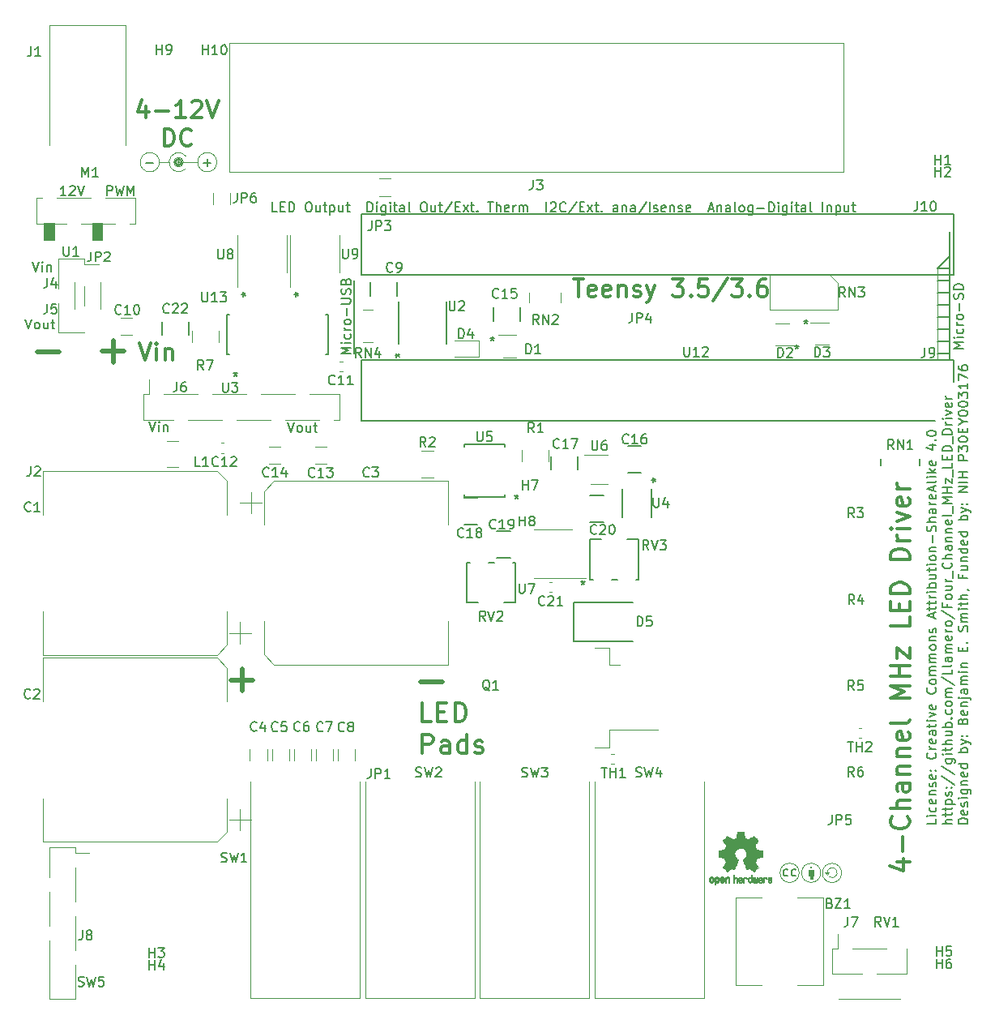
<source format=gto>
G04 #@! TF.GenerationSoftware,KiCad,Pcbnew,(5.1.6)-1*
G04 #@! TF.CreationDate,2021-05-26T13:37:40-07:00*
G04 #@! TF.ProjectId,Four Channel MHz LED Driver,466f7572-2043-4686-916e-6e656c204d48,rev?*
G04 #@! TF.SameCoordinates,Original*
G04 #@! TF.FileFunction,Legend,Top*
G04 #@! TF.FilePolarity,Positive*
%FSLAX46Y46*%
G04 Gerber Fmt 4.6, Leading zero omitted, Abs format (unit mm)*
G04 Created by KiCad (PCBNEW (5.1.6)-1) date 2021-05-26 13:37:40*
%MOMM*%
%LPD*%
G01*
G04 APERTURE LIST*
%ADD10C,0.150000*%
%ADD11C,0.300000*%
%ADD12C,0.127000*%
%ADD13C,0.120000*%
%ADD14C,0.152400*%
%ADD15C,0.200000*%
%ADD16C,0.010000*%
%ADD17C,0.100000*%
%ADD18C,0.500000*%
G04 APERTURE END LIST*
D10*
X59420000Y-58492380D02*
X59420000Y-58730476D01*
X59181904Y-58635238D02*
X59420000Y-58730476D01*
X59658095Y-58635238D01*
X59277142Y-58920952D02*
X59420000Y-58730476D01*
X59562857Y-58920952D01*
X63785238Y-41782380D02*
X63309047Y-41782380D01*
X63309047Y-40782380D01*
X64118571Y-41258571D02*
X64451904Y-41258571D01*
X64594761Y-41782380D02*
X64118571Y-41782380D01*
X64118571Y-40782380D01*
X64594761Y-40782380D01*
X65023333Y-41782380D02*
X65023333Y-40782380D01*
X65261428Y-40782380D01*
X65404285Y-40830000D01*
X65499523Y-40925238D01*
X65547142Y-41020476D01*
X65594761Y-41210952D01*
X65594761Y-41353809D01*
X65547142Y-41544285D01*
X65499523Y-41639523D01*
X65404285Y-41734761D01*
X65261428Y-41782380D01*
X65023333Y-41782380D01*
X66975714Y-40782380D02*
X67166190Y-40782380D01*
X67261428Y-40830000D01*
X67356666Y-40925238D01*
X67404285Y-41115714D01*
X67404285Y-41449047D01*
X67356666Y-41639523D01*
X67261428Y-41734761D01*
X67166190Y-41782380D01*
X66975714Y-41782380D01*
X66880476Y-41734761D01*
X66785238Y-41639523D01*
X66737619Y-41449047D01*
X66737619Y-41115714D01*
X66785238Y-40925238D01*
X66880476Y-40830000D01*
X66975714Y-40782380D01*
X68261428Y-41115714D02*
X68261428Y-41782380D01*
X67832857Y-41115714D02*
X67832857Y-41639523D01*
X67880476Y-41734761D01*
X67975714Y-41782380D01*
X68118571Y-41782380D01*
X68213809Y-41734761D01*
X68261428Y-41687142D01*
X68594761Y-41115714D02*
X68975714Y-41115714D01*
X68737619Y-40782380D02*
X68737619Y-41639523D01*
X68785238Y-41734761D01*
X68880476Y-41782380D01*
X68975714Y-41782380D01*
X69309047Y-41115714D02*
X69309047Y-42115714D01*
X69309047Y-41163333D02*
X69404285Y-41115714D01*
X69594761Y-41115714D01*
X69690000Y-41163333D01*
X69737619Y-41210952D01*
X69785238Y-41306190D01*
X69785238Y-41591904D01*
X69737619Y-41687142D01*
X69690000Y-41734761D01*
X69594761Y-41782380D01*
X69404285Y-41782380D01*
X69309047Y-41734761D01*
X70642380Y-41115714D02*
X70642380Y-41782380D01*
X70213809Y-41115714D02*
X70213809Y-41639523D01*
X70261428Y-41734761D01*
X70356666Y-41782380D01*
X70499523Y-41782380D01*
X70594761Y-41734761D01*
X70642380Y-41687142D01*
X70975714Y-41115714D02*
X71356666Y-41115714D01*
X71118571Y-40782380D02*
X71118571Y-41639523D01*
X71166190Y-41734761D01*
X71261428Y-41782380D01*
X71356666Y-41782380D01*
X73213809Y-41782380D02*
X73213809Y-40782380D01*
X73451904Y-40782380D01*
X73594761Y-40830000D01*
X73690000Y-40925238D01*
X73737619Y-41020476D01*
X73785238Y-41210952D01*
X73785238Y-41353809D01*
X73737619Y-41544285D01*
X73690000Y-41639523D01*
X73594761Y-41734761D01*
X73451904Y-41782380D01*
X73213809Y-41782380D01*
X74213809Y-41782380D02*
X74213809Y-41115714D01*
X74213809Y-40782380D02*
X74166190Y-40830000D01*
X74213809Y-40877619D01*
X74261428Y-40830000D01*
X74213809Y-40782380D01*
X74213809Y-40877619D01*
X75118571Y-41115714D02*
X75118571Y-41925238D01*
X75070952Y-42020476D01*
X75023333Y-42068095D01*
X74928095Y-42115714D01*
X74785238Y-42115714D01*
X74690000Y-42068095D01*
X75118571Y-41734761D02*
X75023333Y-41782380D01*
X74832857Y-41782380D01*
X74737619Y-41734761D01*
X74690000Y-41687142D01*
X74642380Y-41591904D01*
X74642380Y-41306190D01*
X74690000Y-41210952D01*
X74737619Y-41163333D01*
X74832857Y-41115714D01*
X75023333Y-41115714D01*
X75118571Y-41163333D01*
X75594761Y-41782380D02*
X75594761Y-41115714D01*
X75594761Y-40782380D02*
X75547142Y-40830000D01*
X75594761Y-40877619D01*
X75642380Y-40830000D01*
X75594761Y-40782380D01*
X75594761Y-40877619D01*
X75928095Y-41115714D02*
X76309047Y-41115714D01*
X76070952Y-40782380D02*
X76070952Y-41639523D01*
X76118571Y-41734761D01*
X76213809Y-41782380D01*
X76309047Y-41782380D01*
X77070952Y-41782380D02*
X77070952Y-41258571D01*
X77023333Y-41163333D01*
X76928095Y-41115714D01*
X76737619Y-41115714D01*
X76642380Y-41163333D01*
X77070952Y-41734761D02*
X76975714Y-41782380D01*
X76737619Y-41782380D01*
X76642380Y-41734761D01*
X76594761Y-41639523D01*
X76594761Y-41544285D01*
X76642380Y-41449047D01*
X76737619Y-41401428D01*
X76975714Y-41401428D01*
X77070952Y-41353809D01*
X77690000Y-41782380D02*
X77594761Y-41734761D01*
X77547142Y-41639523D01*
X77547142Y-40782380D01*
X79023333Y-40782380D02*
X79213809Y-40782380D01*
X79309047Y-40830000D01*
X79404285Y-40925238D01*
X79451904Y-41115714D01*
X79451904Y-41449047D01*
X79404285Y-41639523D01*
X79309047Y-41734761D01*
X79213809Y-41782380D01*
X79023333Y-41782380D01*
X78928095Y-41734761D01*
X78832857Y-41639523D01*
X78785238Y-41449047D01*
X78785238Y-41115714D01*
X78832857Y-40925238D01*
X78928095Y-40830000D01*
X79023333Y-40782380D01*
X80309047Y-41115714D02*
X80309047Y-41782380D01*
X79880476Y-41115714D02*
X79880476Y-41639523D01*
X79928095Y-41734761D01*
X80023333Y-41782380D01*
X80166190Y-41782380D01*
X80261428Y-41734761D01*
X80309047Y-41687142D01*
X80642380Y-41115714D02*
X81023333Y-41115714D01*
X80785238Y-40782380D02*
X80785238Y-41639523D01*
X80832857Y-41734761D01*
X80928095Y-41782380D01*
X81023333Y-41782380D01*
X82070952Y-40734761D02*
X81213809Y-42020476D01*
X82404285Y-41258571D02*
X82737619Y-41258571D01*
X82880476Y-41782380D02*
X82404285Y-41782380D01*
X82404285Y-40782380D01*
X82880476Y-40782380D01*
X83213809Y-41782380D02*
X83737619Y-41115714D01*
X83213809Y-41115714D02*
X83737619Y-41782380D01*
X83975714Y-41115714D02*
X84356666Y-41115714D01*
X84118571Y-40782380D02*
X84118571Y-41639523D01*
X84166190Y-41734761D01*
X84261428Y-41782380D01*
X84356666Y-41782380D01*
X84690000Y-41687142D02*
X84737619Y-41734761D01*
X84690000Y-41782380D01*
X84642380Y-41734761D01*
X84690000Y-41687142D01*
X84690000Y-41782380D01*
X85785238Y-40782380D02*
X86356666Y-40782380D01*
X86070952Y-41782380D02*
X86070952Y-40782380D01*
X86690000Y-41782380D02*
X86690000Y-40782380D01*
X87118571Y-41782380D02*
X87118571Y-41258571D01*
X87070952Y-41163333D01*
X86975714Y-41115714D01*
X86832857Y-41115714D01*
X86737619Y-41163333D01*
X86690000Y-41210952D01*
X87975714Y-41734761D02*
X87880476Y-41782380D01*
X87690000Y-41782380D01*
X87594761Y-41734761D01*
X87547142Y-41639523D01*
X87547142Y-41258571D01*
X87594761Y-41163333D01*
X87690000Y-41115714D01*
X87880476Y-41115714D01*
X87975714Y-41163333D01*
X88023333Y-41258571D01*
X88023333Y-41353809D01*
X87547142Y-41449047D01*
X88451904Y-41782380D02*
X88451904Y-41115714D01*
X88451904Y-41306190D02*
X88499523Y-41210952D01*
X88547142Y-41163333D01*
X88642380Y-41115714D01*
X88737619Y-41115714D01*
X89070952Y-41782380D02*
X89070952Y-41115714D01*
X89070952Y-41210952D02*
X89118571Y-41163333D01*
X89213809Y-41115714D01*
X89356666Y-41115714D01*
X89451904Y-41163333D01*
X89499523Y-41258571D01*
X89499523Y-41782380D01*
X89499523Y-41258571D02*
X89547142Y-41163333D01*
X89642380Y-41115714D01*
X89785238Y-41115714D01*
X89880476Y-41163333D01*
X89928095Y-41258571D01*
X89928095Y-41782380D01*
X91928095Y-41782380D02*
X91928095Y-40782380D01*
X92356666Y-40877619D02*
X92404285Y-40830000D01*
X92499523Y-40782380D01*
X92737619Y-40782380D01*
X92832857Y-40830000D01*
X92880476Y-40877619D01*
X92928095Y-40972857D01*
X92928095Y-41068095D01*
X92880476Y-41210952D01*
X92309047Y-41782380D01*
X92928095Y-41782380D01*
X93928095Y-41687142D02*
X93880476Y-41734761D01*
X93737619Y-41782380D01*
X93642380Y-41782380D01*
X93499523Y-41734761D01*
X93404285Y-41639523D01*
X93356666Y-41544285D01*
X93309047Y-41353809D01*
X93309047Y-41210952D01*
X93356666Y-41020476D01*
X93404285Y-40925238D01*
X93499523Y-40830000D01*
X93642380Y-40782380D01*
X93737619Y-40782380D01*
X93880476Y-40830000D01*
X93928095Y-40877619D01*
X95070952Y-40734761D02*
X94213809Y-42020476D01*
X95404285Y-41258571D02*
X95737619Y-41258571D01*
X95880476Y-41782380D02*
X95404285Y-41782380D01*
X95404285Y-40782380D01*
X95880476Y-40782380D01*
X96213809Y-41782380D02*
X96737619Y-41115714D01*
X96213809Y-41115714D02*
X96737619Y-41782380D01*
X96975714Y-41115714D02*
X97356666Y-41115714D01*
X97118571Y-40782380D02*
X97118571Y-41639523D01*
X97166190Y-41734761D01*
X97261428Y-41782380D01*
X97356666Y-41782380D01*
X97690000Y-41687142D02*
X97737619Y-41734761D01*
X97690000Y-41782380D01*
X97642380Y-41734761D01*
X97690000Y-41687142D01*
X97690000Y-41782380D01*
X99356666Y-41782380D02*
X99356666Y-41258571D01*
X99309047Y-41163333D01*
X99213809Y-41115714D01*
X99023333Y-41115714D01*
X98928095Y-41163333D01*
X99356666Y-41734761D02*
X99261428Y-41782380D01*
X99023333Y-41782380D01*
X98928095Y-41734761D01*
X98880476Y-41639523D01*
X98880476Y-41544285D01*
X98928095Y-41449047D01*
X99023333Y-41401428D01*
X99261428Y-41401428D01*
X99356666Y-41353809D01*
X99832857Y-41115714D02*
X99832857Y-41782380D01*
X99832857Y-41210952D02*
X99880476Y-41163333D01*
X99975714Y-41115714D01*
X100118571Y-41115714D01*
X100213809Y-41163333D01*
X100261428Y-41258571D01*
X100261428Y-41782380D01*
X101166190Y-41782380D02*
X101166190Y-41258571D01*
X101118571Y-41163333D01*
X101023333Y-41115714D01*
X100832857Y-41115714D01*
X100737619Y-41163333D01*
X101166190Y-41734761D02*
X101070952Y-41782380D01*
X100832857Y-41782380D01*
X100737619Y-41734761D01*
X100690000Y-41639523D01*
X100690000Y-41544285D01*
X100737619Y-41449047D01*
X100832857Y-41401428D01*
X101070952Y-41401428D01*
X101166190Y-41353809D01*
X102356666Y-40734761D02*
X101499523Y-42020476D01*
X102690000Y-41782380D02*
X102690000Y-40782380D01*
X103118571Y-41734761D02*
X103213809Y-41782380D01*
X103404285Y-41782380D01*
X103499523Y-41734761D01*
X103547142Y-41639523D01*
X103547142Y-41591904D01*
X103499523Y-41496666D01*
X103404285Y-41449047D01*
X103261428Y-41449047D01*
X103166190Y-41401428D01*
X103118571Y-41306190D01*
X103118571Y-41258571D01*
X103166190Y-41163333D01*
X103261428Y-41115714D01*
X103404285Y-41115714D01*
X103499523Y-41163333D01*
X104356666Y-41734761D02*
X104261428Y-41782380D01*
X104070952Y-41782380D01*
X103975714Y-41734761D01*
X103928095Y-41639523D01*
X103928095Y-41258571D01*
X103975714Y-41163333D01*
X104070952Y-41115714D01*
X104261428Y-41115714D01*
X104356666Y-41163333D01*
X104404285Y-41258571D01*
X104404285Y-41353809D01*
X103928095Y-41449047D01*
X104832857Y-41115714D02*
X104832857Y-41782380D01*
X104832857Y-41210952D02*
X104880476Y-41163333D01*
X104975714Y-41115714D01*
X105118571Y-41115714D01*
X105213809Y-41163333D01*
X105261428Y-41258571D01*
X105261428Y-41782380D01*
X105690000Y-41734761D02*
X105785238Y-41782380D01*
X105975714Y-41782380D01*
X106070952Y-41734761D01*
X106118571Y-41639523D01*
X106118571Y-41591904D01*
X106070952Y-41496666D01*
X105975714Y-41449047D01*
X105832857Y-41449047D01*
X105737619Y-41401428D01*
X105690000Y-41306190D01*
X105690000Y-41258571D01*
X105737619Y-41163333D01*
X105832857Y-41115714D01*
X105975714Y-41115714D01*
X106070952Y-41163333D01*
X106928095Y-41734761D02*
X106832857Y-41782380D01*
X106642380Y-41782380D01*
X106547142Y-41734761D01*
X106499523Y-41639523D01*
X106499523Y-41258571D01*
X106547142Y-41163333D01*
X106642380Y-41115714D01*
X106832857Y-41115714D01*
X106928095Y-41163333D01*
X106975714Y-41258571D01*
X106975714Y-41353809D01*
X106499523Y-41449047D01*
X108880476Y-41496666D02*
X109356666Y-41496666D01*
X108785238Y-41782380D02*
X109118571Y-40782380D01*
X109451904Y-41782380D01*
X109785238Y-41115714D02*
X109785238Y-41782380D01*
X109785238Y-41210952D02*
X109832857Y-41163333D01*
X109928095Y-41115714D01*
X110070952Y-41115714D01*
X110166190Y-41163333D01*
X110213809Y-41258571D01*
X110213809Y-41782380D01*
X111118571Y-41782380D02*
X111118571Y-41258571D01*
X111070952Y-41163333D01*
X110975714Y-41115714D01*
X110785238Y-41115714D01*
X110689999Y-41163333D01*
X111118571Y-41734761D02*
X111023333Y-41782380D01*
X110785238Y-41782380D01*
X110689999Y-41734761D01*
X110642380Y-41639523D01*
X110642380Y-41544285D01*
X110689999Y-41449047D01*
X110785238Y-41401428D01*
X111023333Y-41401428D01*
X111118571Y-41353809D01*
X111737619Y-41782380D02*
X111642380Y-41734761D01*
X111594761Y-41639523D01*
X111594761Y-40782380D01*
X112261428Y-41782380D02*
X112166190Y-41734761D01*
X112118571Y-41687142D01*
X112070952Y-41591904D01*
X112070952Y-41306190D01*
X112118571Y-41210952D01*
X112166190Y-41163333D01*
X112261428Y-41115714D01*
X112404285Y-41115714D01*
X112499523Y-41163333D01*
X112547142Y-41210952D01*
X112594761Y-41306190D01*
X112594761Y-41591904D01*
X112547142Y-41687142D01*
X112499523Y-41734761D01*
X112404285Y-41782380D01*
X112261428Y-41782380D01*
X113451904Y-41115714D02*
X113451904Y-41925238D01*
X113404285Y-42020476D01*
X113356666Y-42068095D01*
X113261428Y-42115714D01*
X113118571Y-42115714D01*
X113023333Y-42068095D01*
X113451904Y-41734761D02*
X113356666Y-41782380D01*
X113166190Y-41782380D01*
X113070952Y-41734761D01*
X113023333Y-41687142D01*
X112975714Y-41591904D01*
X112975714Y-41306190D01*
X113023333Y-41210952D01*
X113070952Y-41163333D01*
X113166190Y-41115714D01*
X113356666Y-41115714D01*
X113451904Y-41163333D01*
X113928095Y-41401428D02*
X114689999Y-41401428D01*
X115166190Y-41782380D02*
X115166190Y-40782380D01*
X115404285Y-40782380D01*
X115547142Y-40830000D01*
X115642380Y-40925238D01*
X115689999Y-41020476D01*
X115737619Y-41210952D01*
X115737619Y-41353809D01*
X115689999Y-41544285D01*
X115642380Y-41639523D01*
X115547142Y-41734761D01*
X115404285Y-41782380D01*
X115166190Y-41782380D01*
X116166190Y-41782380D02*
X116166190Y-41115714D01*
X116166190Y-40782380D02*
X116118571Y-40830000D01*
X116166190Y-40877619D01*
X116213809Y-40830000D01*
X116166190Y-40782380D01*
X116166190Y-40877619D01*
X117070952Y-41115714D02*
X117070952Y-41925238D01*
X117023333Y-42020476D01*
X116975714Y-42068095D01*
X116880476Y-42115714D01*
X116737619Y-42115714D01*
X116642380Y-42068095D01*
X117070952Y-41734761D02*
X116975714Y-41782380D01*
X116785238Y-41782380D01*
X116689999Y-41734761D01*
X116642380Y-41687142D01*
X116594761Y-41591904D01*
X116594761Y-41306190D01*
X116642380Y-41210952D01*
X116689999Y-41163333D01*
X116785238Y-41115714D01*
X116975714Y-41115714D01*
X117070952Y-41163333D01*
X117547142Y-41782380D02*
X117547142Y-41115714D01*
X117547142Y-40782380D02*
X117499523Y-40830000D01*
X117547142Y-40877619D01*
X117594761Y-40830000D01*
X117547142Y-40782380D01*
X117547142Y-40877619D01*
X117880476Y-41115714D02*
X118261428Y-41115714D01*
X118023333Y-40782380D02*
X118023333Y-41639523D01*
X118070952Y-41734761D01*
X118166190Y-41782380D01*
X118261428Y-41782380D01*
X119023333Y-41782380D02*
X119023333Y-41258571D01*
X118975714Y-41163333D01*
X118880476Y-41115714D01*
X118689999Y-41115714D01*
X118594761Y-41163333D01*
X119023333Y-41734761D02*
X118928095Y-41782380D01*
X118689999Y-41782380D01*
X118594761Y-41734761D01*
X118547142Y-41639523D01*
X118547142Y-41544285D01*
X118594761Y-41449047D01*
X118689999Y-41401428D01*
X118928095Y-41401428D01*
X119023333Y-41353809D01*
X119642380Y-41782380D02*
X119547142Y-41734761D01*
X119499523Y-41639523D01*
X119499523Y-40782380D01*
X120785238Y-41782380D02*
X120785238Y-40782380D01*
X121261428Y-41115714D02*
X121261428Y-41782380D01*
X121261428Y-41210952D02*
X121309047Y-41163333D01*
X121404285Y-41115714D01*
X121547142Y-41115714D01*
X121642380Y-41163333D01*
X121689999Y-41258571D01*
X121689999Y-41782380D01*
X122166190Y-41115714D02*
X122166190Y-42115714D01*
X122166190Y-41163333D02*
X122261428Y-41115714D01*
X122451904Y-41115714D01*
X122547142Y-41163333D01*
X122594761Y-41210952D01*
X122642380Y-41306190D01*
X122642380Y-41591904D01*
X122594761Y-41687142D01*
X122547142Y-41734761D01*
X122451904Y-41782380D01*
X122261428Y-41782380D01*
X122166190Y-41734761D01*
X123499523Y-41115714D02*
X123499523Y-41782380D01*
X123070952Y-41115714D02*
X123070952Y-41639523D01*
X123118571Y-41734761D01*
X123213809Y-41782380D01*
X123356666Y-41782380D01*
X123451904Y-41734761D01*
X123499523Y-41687142D01*
X123832857Y-41115714D02*
X124213809Y-41115714D01*
X123975714Y-40782380D02*
X123975714Y-41639523D01*
X124023333Y-41734761D01*
X124118571Y-41782380D01*
X124213809Y-41782380D01*
D11*
X49397142Y-55434285D02*
X49997142Y-57234285D01*
X50597142Y-55434285D01*
X51197142Y-57234285D02*
X51197142Y-56034285D01*
X51197142Y-55434285D02*
X51111428Y-55520000D01*
X51197142Y-55605714D01*
X51282857Y-55520000D01*
X51197142Y-55434285D01*
X51197142Y-55605714D01*
X52054285Y-56034285D02*
X52054285Y-57234285D01*
X52054285Y-56205714D02*
X52140000Y-56120000D01*
X52311428Y-56034285D01*
X52568571Y-56034285D01*
X52740000Y-56120000D01*
X52825714Y-56291428D01*
X52825714Y-57234285D01*
X50102857Y-30744285D02*
X50102857Y-31944285D01*
X49674285Y-30058571D02*
X49245714Y-31344285D01*
X50360000Y-31344285D01*
X51045714Y-31258571D02*
X52417142Y-31258571D01*
X54217142Y-31944285D02*
X53188571Y-31944285D01*
X53702857Y-31944285D02*
X53702857Y-30144285D01*
X53531428Y-30401428D01*
X53360000Y-30572857D01*
X53188571Y-30658571D01*
X54902857Y-30315714D02*
X54988571Y-30230000D01*
X55160000Y-30144285D01*
X55588571Y-30144285D01*
X55760000Y-30230000D01*
X55845714Y-30315714D01*
X55931428Y-30487142D01*
X55931428Y-30658571D01*
X55845714Y-30915714D01*
X54817142Y-31944285D01*
X55931428Y-31944285D01*
X56445714Y-30144285D02*
X57045714Y-31944285D01*
X57645714Y-30144285D01*
X51988571Y-34944285D02*
X51988571Y-33144285D01*
X52417142Y-33144285D01*
X52674285Y-33230000D01*
X52845714Y-33401428D01*
X52931428Y-33572857D01*
X53017142Y-33915714D01*
X53017142Y-34172857D01*
X52931428Y-34515714D01*
X52845714Y-34687142D01*
X52674285Y-34858571D01*
X52417142Y-34944285D01*
X51988571Y-34944285D01*
X54817142Y-34772857D02*
X54731428Y-34858571D01*
X54474285Y-34944285D01*
X54302857Y-34944285D01*
X54045714Y-34858571D01*
X53874285Y-34687142D01*
X53788571Y-34515714D01*
X53702857Y-34172857D01*
X53702857Y-33915714D01*
X53788571Y-33572857D01*
X53874285Y-33401428D01*
X54045714Y-33230000D01*
X54302857Y-33144285D01*
X54474285Y-33144285D01*
X54731428Y-33230000D01*
X54817142Y-33315714D01*
X94750000Y-48824285D02*
X95778571Y-48824285D01*
X95264285Y-50624285D02*
X95264285Y-48824285D01*
X97064285Y-50538571D02*
X96892857Y-50624285D01*
X96550000Y-50624285D01*
X96378571Y-50538571D01*
X96292857Y-50367142D01*
X96292857Y-49681428D01*
X96378571Y-49510000D01*
X96550000Y-49424285D01*
X96892857Y-49424285D01*
X97064285Y-49510000D01*
X97150000Y-49681428D01*
X97150000Y-49852857D01*
X96292857Y-50024285D01*
X98607142Y-50538571D02*
X98435714Y-50624285D01*
X98092857Y-50624285D01*
X97921428Y-50538571D01*
X97835714Y-50367142D01*
X97835714Y-49681428D01*
X97921428Y-49510000D01*
X98092857Y-49424285D01*
X98435714Y-49424285D01*
X98607142Y-49510000D01*
X98692857Y-49681428D01*
X98692857Y-49852857D01*
X97835714Y-50024285D01*
X99464285Y-49424285D02*
X99464285Y-50624285D01*
X99464285Y-49595714D02*
X99550000Y-49510000D01*
X99721428Y-49424285D01*
X99978571Y-49424285D01*
X100150000Y-49510000D01*
X100235714Y-49681428D01*
X100235714Y-50624285D01*
X101007142Y-50538571D02*
X101178571Y-50624285D01*
X101521428Y-50624285D01*
X101692857Y-50538571D01*
X101778571Y-50367142D01*
X101778571Y-50281428D01*
X101692857Y-50110000D01*
X101521428Y-50024285D01*
X101264285Y-50024285D01*
X101092857Y-49938571D01*
X101007142Y-49767142D01*
X101007142Y-49681428D01*
X101092857Y-49510000D01*
X101264285Y-49424285D01*
X101521428Y-49424285D01*
X101692857Y-49510000D01*
X102378571Y-49424285D02*
X102807142Y-50624285D01*
X103235714Y-49424285D02*
X102807142Y-50624285D01*
X102635714Y-51052857D01*
X102550000Y-51138571D01*
X102378571Y-51224285D01*
X105121428Y-48824285D02*
X106235714Y-48824285D01*
X105635714Y-49510000D01*
X105892857Y-49510000D01*
X106064285Y-49595714D01*
X106150000Y-49681428D01*
X106235714Y-49852857D01*
X106235714Y-50281428D01*
X106150000Y-50452857D01*
X106064285Y-50538571D01*
X105892857Y-50624285D01*
X105378571Y-50624285D01*
X105207142Y-50538571D01*
X105121428Y-50452857D01*
X107007142Y-50452857D02*
X107092857Y-50538571D01*
X107007142Y-50624285D01*
X106921428Y-50538571D01*
X107007142Y-50452857D01*
X107007142Y-50624285D01*
X108721428Y-48824285D02*
X107864285Y-48824285D01*
X107778571Y-49681428D01*
X107864285Y-49595714D01*
X108035714Y-49510000D01*
X108464285Y-49510000D01*
X108635714Y-49595714D01*
X108721428Y-49681428D01*
X108807142Y-49852857D01*
X108807142Y-50281428D01*
X108721428Y-50452857D01*
X108635714Y-50538571D01*
X108464285Y-50624285D01*
X108035714Y-50624285D01*
X107864285Y-50538571D01*
X107778571Y-50452857D01*
X110864285Y-48738571D02*
X109321428Y-51052857D01*
X111292857Y-48824285D02*
X112407142Y-48824285D01*
X111807142Y-49510000D01*
X112064285Y-49510000D01*
X112235714Y-49595714D01*
X112321428Y-49681428D01*
X112407142Y-49852857D01*
X112407142Y-50281428D01*
X112321428Y-50452857D01*
X112235714Y-50538571D01*
X112064285Y-50624285D01*
X111550000Y-50624285D01*
X111378571Y-50538571D01*
X111292857Y-50452857D01*
X113178571Y-50452857D02*
X113264285Y-50538571D01*
X113178571Y-50624285D01*
X113092857Y-50538571D01*
X113178571Y-50452857D01*
X113178571Y-50624285D01*
X114807142Y-48824285D02*
X114464285Y-48824285D01*
X114292857Y-48910000D01*
X114207142Y-48995714D01*
X114035714Y-49252857D01*
X113950000Y-49595714D01*
X113950000Y-50281428D01*
X114035714Y-50452857D01*
X114121428Y-50538571D01*
X114292857Y-50624285D01*
X114635714Y-50624285D01*
X114807142Y-50538571D01*
X114892857Y-50452857D01*
X114978571Y-50281428D01*
X114978571Y-49852857D01*
X114892857Y-49681428D01*
X114807142Y-49595714D01*
X114635714Y-49510000D01*
X114292857Y-49510000D01*
X114121428Y-49595714D01*
X114035714Y-49681428D01*
X113950000Y-49852857D01*
D10*
X95730000Y-80262380D02*
X95730000Y-80500476D01*
X95491904Y-80405238D02*
X95730000Y-80500476D01*
X95968095Y-80405238D01*
X95587142Y-80690952D02*
X95730000Y-80500476D01*
X95872857Y-80690952D01*
X132642380Y-105198214D02*
X132642380Y-105674404D01*
X131642380Y-105674404D01*
X132642380Y-104864880D02*
X131975714Y-104864880D01*
X131642380Y-104864880D02*
X131690000Y-104912500D01*
X131737619Y-104864880D01*
X131690000Y-104817261D01*
X131642380Y-104864880D01*
X131737619Y-104864880D01*
X132594761Y-103960119D02*
X132642380Y-104055357D01*
X132642380Y-104245833D01*
X132594761Y-104341071D01*
X132547142Y-104388690D01*
X132451904Y-104436309D01*
X132166190Y-104436309D01*
X132070952Y-104388690D01*
X132023333Y-104341071D01*
X131975714Y-104245833D01*
X131975714Y-104055357D01*
X132023333Y-103960119D01*
X132594761Y-103150595D02*
X132642380Y-103245833D01*
X132642380Y-103436309D01*
X132594761Y-103531547D01*
X132499523Y-103579166D01*
X132118571Y-103579166D01*
X132023333Y-103531547D01*
X131975714Y-103436309D01*
X131975714Y-103245833D01*
X132023333Y-103150595D01*
X132118571Y-103102976D01*
X132213809Y-103102976D01*
X132309047Y-103579166D01*
X131975714Y-102674404D02*
X132642380Y-102674404D01*
X132070952Y-102674404D02*
X132023333Y-102626785D01*
X131975714Y-102531547D01*
X131975714Y-102388690D01*
X132023333Y-102293452D01*
X132118571Y-102245833D01*
X132642380Y-102245833D01*
X132594761Y-101817261D02*
X132642380Y-101722023D01*
X132642380Y-101531547D01*
X132594761Y-101436309D01*
X132499523Y-101388690D01*
X132451904Y-101388690D01*
X132356666Y-101436309D01*
X132309047Y-101531547D01*
X132309047Y-101674404D01*
X132261428Y-101769642D01*
X132166190Y-101817261D01*
X132118571Y-101817261D01*
X132023333Y-101769642D01*
X131975714Y-101674404D01*
X131975714Y-101531547D01*
X132023333Y-101436309D01*
X132594761Y-100579166D02*
X132642380Y-100674404D01*
X132642380Y-100864880D01*
X132594761Y-100960119D01*
X132499523Y-101007738D01*
X132118571Y-101007738D01*
X132023333Y-100960119D01*
X131975714Y-100864880D01*
X131975714Y-100674404D01*
X132023333Y-100579166D01*
X132118571Y-100531547D01*
X132213809Y-100531547D01*
X132309047Y-101007738D01*
X132547142Y-100102976D02*
X132594761Y-100055357D01*
X132642380Y-100102976D01*
X132594761Y-100150595D01*
X132547142Y-100102976D01*
X132642380Y-100102976D01*
X132023333Y-100102976D02*
X132070952Y-100055357D01*
X132118571Y-100102976D01*
X132070952Y-100150595D01*
X132023333Y-100102976D01*
X132118571Y-100102976D01*
X132547142Y-98293452D02*
X132594761Y-98341071D01*
X132642380Y-98483928D01*
X132642380Y-98579166D01*
X132594761Y-98722023D01*
X132499523Y-98817261D01*
X132404285Y-98864880D01*
X132213809Y-98912500D01*
X132070952Y-98912500D01*
X131880476Y-98864880D01*
X131785238Y-98817261D01*
X131690000Y-98722023D01*
X131642380Y-98579166D01*
X131642380Y-98483928D01*
X131690000Y-98341071D01*
X131737619Y-98293452D01*
X132642380Y-97864880D02*
X131975714Y-97864880D01*
X132166190Y-97864880D02*
X132070952Y-97817261D01*
X132023333Y-97769642D01*
X131975714Y-97674404D01*
X131975714Y-97579166D01*
X132594761Y-96864880D02*
X132642380Y-96960119D01*
X132642380Y-97150595D01*
X132594761Y-97245833D01*
X132499523Y-97293452D01*
X132118571Y-97293452D01*
X132023333Y-97245833D01*
X131975714Y-97150595D01*
X131975714Y-96960119D01*
X132023333Y-96864880D01*
X132118571Y-96817261D01*
X132213809Y-96817261D01*
X132309047Y-97293452D01*
X132642380Y-95960119D02*
X132118571Y-95960119D01*
X132023333Y-96007738D01*
X131975714Y-96102976D01*
X131975714Y-96293452D01*
X132023333Y-96388690D01*
X132594761Y-95960119D02*
X132642380Y-96055357D01*
X132642380Y-96293452D01*
X132594761Y-96388690D01*
X132499523Y-96436309D01*
X132404285Y-96436309D01*
X132309047Y-96388690D01*
X132261428Y-96293452D01*
X132261428Y-96055357D01*
X132213809Y-95960119D01*
X131975714Y-95626785D02*
X131975714Y-95245833D01*
X131642380Y-95483928D02*
X132499523Y-95483928D01*
X132594761Y-95436309D01*
X132642380Y-95341071D01*
X132642380Y-95245833D01*
X132642380Y-94912500D02*
X131975714Y-94912500D01*
X131642380Y-94912500D02*
X131690000Y-94960119D01*
X131737619Y-94912500D01*
X131690000Y-94864880D01*
X131642380Y-94912500D01*
X131737619Y-94912500D01*
X131975714Y-94531547D02*
X132642380Y-94293452D01*
X131975714Y-94055357D01*
X132594761Y-93293452D02*
X132642380Y-93388690D01*
X132642380Y-93579166D01*
X132594761Y-93674404D01*
X132499523Y-93722023D01*
X132118571Y-93722023D01*
X132023333Y-93674404D01*
X131975714Y-93579166D01*
X131975714Y-93388690D01*
X132023333Y-93293452D01*
X132118571Y-93245833D01*
X132213809Y-93245833D01*
X132309047Y-93722023D01*
X132547142Y-91483928D02*
X132594761Y-91531547D01*
X132642380Y-91674404D01*
X132642380Y-91769642D01*
X132594761Y-91912500D01*
X132499523Y-92007738D01*
X132404285Y-92055357D01*
X132213809Y-92102976D01*
X132070952Y-92102976D01*
X131880476Y-92055357D01*
X131785238Y-92007738D01*
X131690000Y-91912500D01*
X131642380Y-91769642D01*
X131642380Y-91674404D01*
X131690000Y-91531547D01*
X131737619Y-91483928D01*
X132642380Y-90912500D02*
X132594761Y-91007738D01*
X132547142Y-91055357D01*
X132451904Y-91102976D01*
X132166190Y-91102976D01*
X132070952Y-91055357D01*
X132023333Y-91007738D01*
X131975714Y-90912500D01*
X131975714Y-90769642D01*
X132023333Y-90674404D01*
X132070952Y-90626785D01*
X132166190Y-90579166D01*
X132451904Y-90579166D01*
X132547142Y-90626785D01*
X132594761Y-90674404D01*
X132642380Y-90769642D01*
X132642380Y-90912500D01*
X132642380Y-90150595D02*
X131975714Y-90150595D01*
X132070952Y-90150595D02*
X132023333Y-90102976D01*
X131975714Y-90007738D01*
X131975714Y-89864880D01*
X132023333Y-89769642D01*
X132118571Y-89722023D01*
X132642380Y-89722023D01*
X132118571Y-89722023D02*
X132023333Y-89674404D01*
X131975714Y-89579166D01*
X131975714Y-89436309D01*
X132023333Y-89341071D01*
X132118571Y-89293452D01*
X132642380Y-89293452D01*
X132642380Y-88817261D02*
X131975714Y-88817261D01*
X132070952Y-88817261D02*
X132023333Y-88769642D01*
X131975714Y-88674404D01*
X131975714Y-88531547D01*
X132023333Y-88436309D01*
X132118571Y-88388690D01*
X132642380Y-88388690D01*
X132118571Y-88388690D02*
X132023333Y-88341071D01*
X131975714Y-88245833D01*
X131975714Y-88102976D01*
X132023333Y-88007738D01*
X132118571Y-87960119D01*
X132642380Y-87960119D01*
X132642380Y-87341071D02*
X132594761Y-87436309D01*
X132547142Y-87483928D01*
X132451904Y-87531547D01*
X132166190Y-87531547D01*
X132070952Y-87483928D01*
X132023333Y-87436309D01*
X131975714Y-87341071D01*
X131975714Y-87198214D01*
X132023333Y-87102976D01*
X132070952Y-87055357D01*
X132166190Y-87007738D01*
X132451904Y-87007738D01*
X132547142Y-87055357D01*
X132594761Y-87102976D01*
X132642380Y-87198214D01*
X132642380Y-87341071D01*
X131975714Y-86579166D02*
X132642380Y-86579166D01*
X132070952Y-86579166D02*
X132023333Y-86531547D01*
X131975714Y-86436309D01*
X131975714Y-86293452D01*
X132023333Y-86198214D01*
X132118571Y-86150595D01*
X132642380Y-86150595D01*
X132594761Y-85722023D02*
X132642380Y-85626785D01*
X132642380Y-85436309D01*
X132594761Y-85341071D01*
X132499523Y-85293452D01*
X132451904Y-85293452D01*
X132356666Y-85341071D01*
X132309047Y-85436309D01*
X132309047Y-85579166D01*
X132261428Y-85674404D01*
X132166190Y-85722023D01*
X132118571Y-85722023D01*
X132023333Y-85674404D01*
X131975714Y-85579166D01*
X131975714Y-85436309D01*
X132023333Y-85341071D01*
X132356666Y-84150595D02*
X132356666Y-83674404D01*
X132642380Y-84245833D02*
X131642380Y-83912500D01*
X132642380Y-83579166D01*
X131975714Y-83388690D02*
X131975714Y-83007738D01*
X131642380Y-83245833D02*
X132499523Y-83245833D01*
X132594761Y-83198214D01*
X132642380Y-83102976D01*
X132642380Y-83007738D01*
X131975714Y-82817261D02*
X131975714Y-82436309D01*
X131642380Y-82674404D02*
X132499523Y-82674404D01*
X132594761Y-82626785D01*
X132642380Y-82531547D01*
X132642380Y-82436309D01*
X132642380Y-82102976D02*
X131975714Y-82102976D01*
X132166190Y-82102976D02*
X132070952Y-82055357D01*
X132023333Y-82007738D01*
X131975714Y-81912500D01*
X131975714Y-81817261D01*
X132642380Y-81483928D02*
X131975714Y-81483928D01*
X131642380Y-81483928D02*
X131690000Y-81531547D01*
X131737619Y-81483928D01*
X131690000Y-81436309D01*
X131642380Y-81483928D01*
X131737619Y-81483928D01*
X132642380Y-81007738D02*
X131642380Y-81007738D01*
X132023333Y-81007738D02*
X131975714Y-80912500D01*
X131975714Y-80722023D01*
X132023333Y-80626785D01*
X132070952Y-80579166D01*
X132166190Y-80531547D01*
X132451904Y-80531547D01*
X132547142Y-80579166D01*
X132594761Y-80626785D01*
X132642380Y-80722023D01*
X132642380Y-80912500D01*
X132594761Y-81007738D01*
X131975714Y-79674404D02*
X132642380Y-79674404D01*
X131975714Y-80102976D02*
X132499523Y-80102976D01*
X132594761Y-80055357D01*
X132642380Y-79960119D01*
X132642380Y-79817261D01*
X132594761Y-79722023D01*
X132547142Y-79674404D01*
X131975714Y-79341071D02*
X131975714Y-78960119D01*
X131642380Y-79198214D02*
X132499523Y-79198214D01*
X132594761Y-79150595D01*
X132642380Y-79055357D01*
X132642380Y-78960119D01*
X132642380Y-78626785D02*
X131975714Y-78626785D01*
X131642380Y-78626785D02*
X131690000Y-78674404D01*
X131737619Y-78626785D01*
X131690000Y-78579166D01*
X131642380Y-78626785D01*
X131737619Y-78626785D01*
X132642380Y-78007738D02*
X132594761Y-78102976D01*
X132547142Y-78150595D01*
X132451904Y-78198214D01*
X132166190Y-78198214D01*
X132070952Y-78150595D01*
X132023333Y-78102976D01*
X131975714Y-78007738D01*
X131975714Y-77864880D01*
X132023333Y-77769642D01*
X132070952Y-77722023D01*
X132166190Y-77674404D01*
X132451904Y-77674404D01*
X132547142Y-77722023D01*
X132594761Y-77769642D01*
X132642380Y-77864880D01*
X132642380Y-78007738D01*
X131975714Y-77245833D02*
X132642380Y-77245833D01*
X132070952Y-77245833D02*
X132023333Y-77198214D01*
X131975714Y-77102976D01*
X131975714Y-76960119D01*
X132023333Y-76864880D01*
X132118571Y-76817261D01*
X132642380Y-76817261D01*
X132261428Y-76341071D02*
X132261428Y-75579166D01*
X132594761Y-75150595D02*
X132642380Y-75007738D01*
X132642380Y-74769642D01*
X132594761Y-74674404D01*
X132547142Y-74626785D01*
X132451904Y-74579166D01*
X132356666Y-74579166D01*
X132261428Y-74626785D01*
X132213809Y-74674404D01*
X132166190Y-74769642D01*
X132118571Y-74960119D01*
X132070952Y-75055357D01*
X132023333Y-75102976D01*
X131928095Y-75150595D01*
X131832857Y-75150595D01*
X131737619Y-75102976D01*
X131690000Y-75055357D01*
X131642380Y-74960119D01*
X131642380Y-74722023D01*
X131690000Y-74579166D01*
X132642380Y-74150595D02*
X131642380Y-74150595D01*
X132642380Y-73722023D02*
X132118571Y-73722023D01*
X132023333Y-73769642D01*
X131975714Y-73864880D01*
X131975714Y-74007738D01*
X132023333Y-74102976D01*
X132070952Y-74150595D01*
X132642380Y-72817261D02*
X132118571Y-72817261D01*
X132023333Y-72864880D01*
X131975714Y-72960119D01*
X131975714Y-73150595D01*
X132023333Y-73245833D01*
X132594761Y-72817261D02*
X132642380Y-72912500D01*
X132642380Y-73150595D01*
X132594761Y-73245833D01*
X132499523Y-73293452D01*
X132404285Y-73293452D01*
X132309047Y-73245833D01*
X132261428Y-73150595D01*
X132261428Y-72912500D01*
X132213809Y-72817261D01*
X132642380Y-72341071D02*
X131975714Y-72341071D01*
X132166190Y-72341071D02*
X132070952Y-72293452D01*
X132023333Y-72245833D01*
X131975714Y-72150595D01*
X131975714Y-72055357D01*
X132594761Y-71341071D02*
X132642380Y-71436309D01*
X132642380Y-71626785D01*
X132594761Y-71722023D01*
X132499523Y-71769642D01*
X132118571Y-71769642D01*
X132023333Y-71722023D01*
X131975714Y-71626785D01*
X131975714Y-71436309D01*
X132023333Y-71341071D01*
X132118571Y-71293452D01*
X132213809Y-71293452D01*
X132309047Y-71769642D01*
X132356666Y-70912500D02*
X132356666Y-70436309D01*
X132642380Y-71007738D02*
X131642380Y-70674404D01*
X132642380Y-70341071D01*
X132642380Y-69864880D02*
X132594761Y-69960119D01*
X132499523Y-70007738D01*
X131642380Y-70007738D01*
X132642380Y-69483928D02*
X131975714Y-69483928D01*
X131642380Y-69483928D02*
X131690000Y-69531547D01*
X131737619Y-69483928D01*
X131690000Y-69436309D01*
X131642380Y-69483928D01*
X131737619Y-69483928D01*
X132642380Y-69007738D02*
X131642380Y-69007738D01*
X132261428Y-68912500D02*
X132642380Y-68626785D01*
X131975714Y-68626785D02*
X132356666Y-69007738D01*
X132594761Y-67817261D02*
X132642380Y-67912500D01*
X132642380Y-68102976D01*
X132594761Y-68198214D01*
X132499523Y-68245833D01*
X132118571Y-68245833D01*
X132023333Y-68198214D01*
X131975714Y-68102976D01*
X131975714Y-67912500D01*
X132023333Y-67817261D01*
X132118571Y-67769642D01*
X132213809Y-67769642D01*
X132309047Y-68245833D01*
X131975714Y-66150595D02*
X132642380Y-66150595D01*
X131594761Y-66388690D02*
X132309047Y-66626785D01*
X132309047Y-66007738D01*
X132547142Y-65626785D02*
X132594761Y-65579166D01*
X132642380Y-65626785D01*
X132594761Y-65674404D01*
X132547142Y-65626785D01*
X132642380Y-65626785D01*
X131642380Y-64960119D02*
X131642380Y-64864880D01*
X131690000Y-64769642D01*
X131737619Y-64722023D01*
X131832857Y-64674404D01*
X132023333Y-64626785D01*
X132261428Y-64626785D01*
X132451904Y-64674404D01*
X132547142Y-64722023D01*
X132594761Y-64769642D01*
X132642380Y-64864880D01*
X132642380Y-64960119D01*
X132594761Y-65055357D01*
X132547142Y-65102976D01*
X132451904Y-65150595D01*
X132261428Y-65198214D01*
X132023333Y-65198214D01*
X131832857Y-65150595D01*
X131737619Y-65102976D01*
X131690000Y-65055357D01*
X131642380Y-64960119D01*
X134292380Y-105674404D02*
X133292380Y-105674404D01*
X134292380Y-105245833D02*
X133768571Y-105245833D01*
X133673333Y-105293452D01*
X133625714Y-105388690D01*
X133625714Y-105531547D01*
X133673333Y-105626785D01*
X133720952Y-105674404D01*
X133625714Y-104912500D02*
X133625714Y-104531547D01*
X133292380Y-104769642D02*
X134149523Y-104769642D01*
X134244761Y-104722023D01*
X134292380Y-104626785D01*
X134292380Y-104531547D01*
X133625714Y-104341071D02*
X133625714Y-103960119D01*
X133292380Y-104198214D02*
X134149523Y-104198214D01*
X134244761Y-104150595D01*
X134292380Y-104055357D01*
X134292380Y-103960119D01*
X133625714Y-103626785D02*
X134625714Y-103626785D01*
X133673333Y-103626785D02*
X133625714Y-103531547D01*
X133625714Y-103341071D01*
X133673333Y-103245833D01*
X133720952Y-103198214D01*
X133816190Y-103150595D01*
X134101904Y-103150595D01*
X134197142Y-103198214D01*
X134244761Y-103245833D01*
X134292380Y-103341071D01*
X134292380Y-103531547D01*
X134244761Y-103626785D01*
X134244761Y-102769642D02*
X134292380Y-102674404D01*
X134292380Y-102483928D01*
X134244761Y-102388690D01*
X134149523Y-102341071D01*
X134101904Y-102341071D01*
X134006666Y-102388690D01*
X133959047Y-102483928D01*
X133959047Y-102626785D01*
X133911428Y-102722023D01*
X133816190Y-102769642D01*
X133768571Y-102769642D01*
X133673333Y-102722023D01*
X133625714Y-102626785D01*
X133625714Y-102483928D01*
X133673333Y-102388690D01*
X134197142Y-101912500D02*
X134244761Y-101864880D01*
X134292380Y-101912500D01*
X134244761Y-101960119D01*
X134197142Y-101912500D01*
X134292380Y-101912500D01*
X133673333Y-101912500D02*
X133720952Y-101864880D01*
X133768571Y-101912500D01*
X133720952Y-101960119D01*
X133673333Y-101912500D01*
X133768571Y-101912500D01*
X133244761Y-100722023D02*
X134530476Y-101579166D01*
X133244761Y-99674404D02*
X134530476Y-100531547D01*
X133625714Y-98912500D02*
X134435238Y-98912500D01*
X134530476Y-98960119D01*
X134578095Y-99007738D01*
X134625714Y-99102976D01*
X134625714Y-99245833D01*
X134578095Y-99341071D01*
X134244761Y-98912500D02*
X134292380Y-99007738D01*
X134292380Y-99198214D01*
X134244761Y-99293452D01*
X134197142Y-99341071D01*
X134101904Y-99388690D01*
X133816190Y-99388690D01*
X133720952Y-99341071D01*
X133673333Y-99293452D01*
X133625714Y-99198214D01*
X133625714Y-99007738D01*
X133673333Y-98912500D01*
X134292380Y-98436309D02*
X133625714Y-98436309D01*
X133292380Y-98436309D02*
X133340000Y-98483928D01*
X133387619Y-98436309D01*
X133340000Y-98388690D01*
X133292380Y-98436309D01*
X133387619Y-98436309D01*
X133625714Y-98102976D02*
X133625714Y-97722023D01*
X133292380Y-97960119D02*
X134149523Y-97960119D01*
X134244761Y-97912500D01*
X134292380Y-97817261D01*
X134292380Y-97722023D01*
X134292380Y-97388690D02*
X133292380Y-97388690D01*
X134292380Y-96960119D02*
X133768571Y-96960119D01*
X133673333Y-97007738D01*
X133625714Y-97102976D01*
X133625714Y-97245833D01*
X133673333Y-97341071D01*
X133720952Y-97388690D01*
X133625714Y-96055357D02*
X134292380Y-96055357D01*
X133625714Y-96483928D02*
X134149523Y-96483928D01*
X134244761Y-96436309D01*
X134292380Y-96341071D01*
X134292380Y-96198214D01*
X134244761Y-96102976D01*
X134197142Y-96055357D01*
X134292380Y-95579166D02*
X133292380Y-95579166D01*
X133673333Y-95579166D02*
X133625714Y-95483928D01*
X133625714Y-95293452D01*
X133673333Y-95198214D01*
X133720952Y-95150595D01*
X133816190Y-95102976D01*
X134101904Y-95102976D01*
X134197142Y-95150595D01*
X134244761Y-95198214D01*
X134292380Y-95293452D01*
X134292380Y-95483928D01*
X134244761Y-95579166D01*
X134197142Y-94674404D02*
X134244761Y-94626785D01*
X134292380Y-94674404D01*
X134244761Y-94722023D01*
X134197142Y-94674404D01*
X134292380Y-94674404D01*
X134244761Y-93769642D02*
X134292380Y-93864880D01*
X134292380Y-94055357D01*
X134244761Y-94150595D01*
X134197142Y-94198214D01*
X134101904Y-94245833D01*
X133816190Y-94245833D01*
X133720952Y-94198214D01*
X133673333Y-94150595D01*
X133625714Y-94055357D01*
X133625714Y-93864880D01*
X133673333Y-93769642D01*
X134292380Y-93198214D02*
X134244761Y-93293452D01*
X134197142Y-93341071D01*
X134101904Y-93388690D01*
X133816190Y-93388690D01*
X133720952Y-93341071D01*
X133673333Y-93293452D01*
X133625714Y-93198214D01*
X133625714Y-93055357D01*
X133673333Y-92960119D01*
X133720952Y-92912500D01*
X133816190Y-92864880D01*
X134101904Y-92864880D01*
X134197142Y-92912500D01*
X134244761Y-92960119D01*
X134292380Y-93055357D01*
X134292380Y-93198214D01*
X134292380Y-92436309D02*
X133625714Y-92436309D01*
X133720952Y-92436309D02*
X133673333Y-92388690D01*
X133625714Y-92293452D01*
X133625714Y-92150595D01*
X133673333Y-92055357D01*
X133768571Y-92007738D01*
X134292380Y-92007738D01*
X133768571Y-92007738D02*
X133673333Y-91960119D01*
X133625714Y-91864880D01*
X133625714Y-91722023D01*
X133673333Y-91626785D01*
X133768571Y-91579166D01*
X134292380Y-91579166D01*
X133244761Y-90388690D02*
X134530476Y-91245833D01*
X134292380Y-89579166D02*
X134292380Y-90055357D01*
X133292380Y-90055357D01*
X134292380Y-89102976D02*
X134244761Y-89198214D01*
X134149523Y-89245833D01*
X133292380Y-89245833D01*
X134292380Y-88293452D02*
X133768571Y-88293452D01*
X133673333Y-88341071D01*
X133625714Y-88436309D01*
X133625714Y-88626785D01*
X133673333Y-88722023D01*
X134244761Y-88293452D02*
X134292380Y-88388690D01*
X134292380Y-88626785D01*
X134244761Y-88722023D01*
X134149523Y-88769642D01*
X134054285Y-88769642D01*
X133959047Y-88722023D01*
X133911428Y-88626785D01*
X133911428Y-88388690D01*
X133863809Y-88293452D01*
X134292380Y-87817261D02*
X133625714Y-87817261D01*
X133720952Y-87817261D02*
X133673333Y-87769642D01*
X133625714Y-87674404D01*
X133625714Y-87531547D01*
X133673333Y-87436309D01*
X133768571Y-87388690D01*
X134292380Y-87388690D01*
X133768571Y-87388690D02*
X133673333Y-87341071D01*
X133625714Y-87245833D01*
X133625714Y-87102976D01*
X133673333Y-87007738D01*
X133768571Y-86960119D01*
X134292380Y-86960119D01*
X134244761Y-86102976D02*
X134292380Y-86198214D01*
X134292380Y-86388690D01*
X134244761Y-86483928D01*
X134149523Y-86531547D01*
X133768571Y-86531547D01*
X133673333Y-86483928D01*
X133625714Y-86388690D01*
X133625714Y-86198214D01*
X133673333Y-86102976D01*
X133768571Y-86055357D01*
X133863809Y-86055357D01*
X133959047Y-86531547D01*
X134292380Y-85626785D02*
X133625714Y-85626785D01*
X133816190Y-85626785D02*
X133720952Y-85579166D01*
X133673333Y-85531547D01*
X133625714Y-85436309D01*
X133625714Y-85341071D01*
X134292380Y-84864880D02*
X134244761Y-84960119D01*
X134197142Y-85007738D01*
X134101904Y-85055357D01*
X133816190Y-85055357D01*
X133720952Y-85007738D01*
X133673333Y-84960119D01*
X133625714Y-84864880D01*
X133625714Y-84722023D01*
X133673333Y-84626785D01*
X133720952Y-84579166D01*
X133816190Y-84531547D01*
X134101904Y-84531547D01*
X134197142Y-84579166D01*
X134244761Y-84626785D01*
X134292380Y-84722023D01*
X134292380Y-84864880D01*
X133244761Y-83388690D02*
X134530476Y-84245833D01*
X133768571Y-82722023D02*
X133768571Y-83055357D01*
X134292380Y-83055357D02*
X133292380Y-83055357D01*
X133292380Y-82579166D01*
X134292380Y-82055357D02*
X134244761Y-82150595D01*
X134197142Y-82198214D01*
X134101904Y-82245833D01*
X133816190Y-82245833D01*
X133720952Y-82198214D01*
X133673333Y-82150595D01*
X133625714Y-82055357D01*
X133625714Y-81912500D01*
X133673333Y-81817261D01*
X133720952Y-81769642D01*
X133816190Y-81722023D01*
X134101904Y-81722023D01*
X134197142Y-81769642D01*
X134244761Y-81817261D01*
X134292380Y-81912500D01*
X134292380Y-82055357D01*
X133625714Y-80864880D02*
X134292380Y-80864880D01*
X133625714Y-81293452D02*
X134149523Y-81293452D01*
X134244761Y-81245833D01*
X134292380Y-81150595D01*
X134292380Y-81007738D01*
X134244761Y-80912500D01*
X134197142Y-80864880D01*
X134292380Y-80388690D02*
X133625714Y-80388690D01*
X133816190Y-80388690D02*
X133720952Y-80341071D01*
X133673333Y-80293452D01*
X133625714Y-80198214D01*
X133625714Y-80102976D01*
X134387619Y-80007738D02*
X134387619Y-79245833D01*
X134197142Y-78436309D02*
X134244761Y-78483928D01*
X134292380Y-78626785D01*
X134292380Y-78722023D01*
X134244761Y-78864880D01*
X134149523Y-78960119D01*
X134054285Y-79007738D01*
X133863809Y-79055357D01*
X133720952Y-79055357D01*
X133530476Y-79007738D01*
X133435238Y-78960119D01*
X133340000Y-78864880D01*
X133292380Y-78722023D01*
X133292380Y-78626785D01*
X133340000Y-78483928D01*
X133387619Y-78436309D01*
X134292380Y-78007738D02*
X133292380Y-78007738D01*
X134292380Y-77579166D02*
X133768571Y-77579166D01*
X133673333Y-77626785D01*
X133625714Y-77722023D01*
X133625714Y-77864880D01*
X133673333Y-77960119D01*
X133720952Y-78007738D01*
X134292380Y-76674404D02*
X133768571Y-76674404D01*
X133673333Y-76722023D01*
X133625714Y-76817261D01*
X133625714Y-77007738D01*
X133673333Y-77102976D01*
X134244761Y-76674404D02*
X134292380Y-76769642D01*
X134292380Y-77007738D01*
X134244761Y-77102976D01*
X134149523Y-77150595D01*
X134054285Y-77150595D01*
X133959047Y-77102976D01*
X133911428Y-77007738D01*
X133911428Y-76769642D01*
X133863809Y-76674404D01*
X133625714Y-76198214D02*
X134292380Y-76198214D01*
X133720952Y-76198214D02*
X133673333Y-76150595D01*
X133625714Y-76055357D01*
X133625714Y-75912500D01*
X133673333Y-75817261D01*
X133768571Y-75769642D01*
X134292380Y-75769642D01*
X133625714Y-75293452D02*
X134292380Y-75293452D01*
X133720952Y-75293452D02*
X133673333Y-75245833D01*
X133625714Y-75150595D01*
X133625714Y-75007738D01*
X133673333Y-74912500D01*
X133768571Y-74864880D01*
X134292380Y-74864880D01*
X134244761Y-74007738D02*
X134292380Y-74102976D01*
X134292380Y-74293452D01*
X134244761Y-74388690D01*
X134149523Y-74436309D01*
X133768571Y-74436309D01*
X133673333Y-74388690D01*
X133625714Y-74293452D01*
X133625714Y-74102976D01*
X133673333Y-74007738D01*
X133768571Y-73960119D01*
X133863809Y-73960119D01*
X133959047Y-74436309D01*
X134292380Y-73388690D02*
X134244761Y-73483928D01*
X134149523Y-73531547D01*
X133292380Y-73531547D01*
X134387619Y-73245833D02*
X134387619Y-72483928D01*
X134292380Y-72245833D02*
X133292380Y-72245833D01*
X134006666Y-71912500D01*
X133292380Y-71579166D01*
X134292380Y-71579166D01*
X134292380Y-71102976D02*
X133292380Y-71102976D01*
X133768571Y-71102976D02*
X133768571Y-70531547D01*
X134292380Y-70531547D02*
X133292380Y-70531547D01*
X133625714Y-70150595D02*
X133625714Y-69626785D01*
X134292380Y-70150595D01*
X134292380Y-69626785D01*
X134387619Y-69483928D02*
X134387619Y-68722023D01*
X134292380Y-68007738D02*
X134292380Y-68483928D01*
X133292380Y-68483928D01*
X133768571Y-67674404D02*
X133768571Y-67341071D01*
X134292380Y-67198214D02*
X134292380Y-67674404D01*
X133292380Y-67674404D01*
X133292380Y-67198214D01*
X134292380Y-66769642D02*
X133292380Y-66769642D01*
X133292380Y-66531547D01*
X133340000Y-66388690D01*
X133435238Y-66293452D01*
X133530476Y-66245833D01*
X133720952Y-66198214D01*
X133863809Y-66198214D01*
X134054285Y-66245833D01*
X134149523Y-66293452D01*
X134244761Y-66388690D01*
X134292380Y-66531547D01*
X134292380Y-66769642D01*
X134387619Y-66007738D02*
X134387619Y-65245833D01*
X134292380Y-65007738D02*
X133292380Y-65007738D01*
X133292380Y-64769642D01*
X133340000Y-64626785D01*
X133435238Y-64531547D01*
X133530476Y-64483928D01*
X133720952Y-64436309D01*
X133863809Y-64436309D01*
X134054285Y-64483928D01*
X134149523Y-64531547D01*
X134244761Y-64626785D01*
X134292380Y-64769642D01*
X134292380Y-65007738D01*
X134292380Y-64007738D02*
X133625714Y-64007738D01*
X133816190Y-64007738D02*
X133720952Y-63960119D01*
X133673333Y-63912500D01*
X133625714Y-63817261D01*
X133625714Y-63722023D01*
X134292380Y-63388690D02*
X133625714Y-63388690D01*
X133292380Y-63388690D02*
X133340000Y-63436309D01*
X133387619Y-63388690D01*
X133340000Y-63341071D01*
X133292380Y-63388690D01*
X133387619Y-63388690D01*
X133625714Y-63007738D02*
X134292380Y-62769642D01*
X133625714Y-62531547D01*
X134244761Y-61769642D02*
X134292380Y-61864880D01*
X134292380Y-62055357D01*
X134244761Y-62150595D01*
X134149523Y-62198214D01*
X133768571Y-62198214D01*
X133673333Y-62150595D01*
X133625714Y-62055357D01*
X133625714Y-61864880D01*
X133673333Y-61769642D01*
X133768571Y-61722023D01*
X133863809Y-61722023D01*
X133959047Y-62198214D01*
X134292380Y-61293452D02*
X133625714Y-61293452D01*
X133816190Y-61293452D02*
X133720952Y-61245833D01*
X133673333Y-61198214D01*
X133625714Y-61102976D01*
X133625714Y-61007738D01*
X135942380Y-105674404D02*
X134942380Y-105674404D01*
X134942380Y-105436309D01*
X134990000Y-105293452D01*
X135085238Y-105198214D01*
X135180476Y-105150595D01*
X135370952Y-105102976D01*
X135513809Y-105102976D01*
X135704285Y-105150595D01*
X135799523Y-105198214D01*
X135894761Y-105293452D01*
X135942380Y-105436309D01*
X135942380Y-105674404D01*
X135894761Y-104293452D02*
X135942380Y-104388690D01*
X135942380Y-104579166D01*
X135894761Y-104674404D01*
X135799523Y-104722023D01*
X135418571Y-104722023D01*
X135323333Y-104674404D01*
X135275714Y-104579166D01*
X135275714Y-104388690D01*
X135323333Y-104293452D01*
X135418571Y-104245833D01*
X135513809Y-104245833D01*
X135609047Y-104722023D01*
X135894761Y-103864880D02*
X135942380Y-103769642D01*
X135942380Y-103579166D01*
X135894761Y-103483928D01*
X135799523Y-103436309D01*
X135751904Y-103436309D01*
X135656666Y-103483928D01*
X135609047Y-103579166D01*
X135609047Y-103722023D01*
X135561428Y-103817261D01*
X135466190Y-103864880D01*
X135418571Y-103864880D01*
X135323333Y-103817261D01*
X135275714Y-103722023D01*
X135275714Y-103579166D01*
X135323333Y-103483928D01*
X135942380Y-103007738D02*
X135275714Y-103007738D01*
X134942380Y-103007738D02*
X134990000Y-103055357D01*
X135037619Y-103007738D01*
X134990000Y-102960119D01*
X134942380Y-103007738D01*
X135037619Y-103007738D01*
X135275714Y-102102976D02*
X136085238Y-102102976D01*
X136180476Y-102150595D01*
X136228095Y-102198214D01*
X136275714Y-102293452D01*
X136275714Y-102436309D01*
X136228095Y-102531547D01*
X135894761Y-102102976D02*
X135942380Y-102198214D01*
X135942380Y-102388690D01*
X135894761Y-102483928D01*
X135847142Y-102531547D01*
X135751904Y-102579166D01*
X135466190Y-102579166D01*
X135370952Y-102531547D01*
X135323333Y-102483928D01*
X135275714Y-102388690D01*
X135275714Y-102198214D01*
X135323333Y-102102976D01*
X135275714Y-101626785D02*
X135942380Y-101626785D01*
X135370952Y-101626785D02*
X135323333Y-101579166D01*
X135275714Y-101483928D01*
X135275714Y-101341071D01*
X135323333Y-101245833D01*
X135418571Y-101198214D01*
X135942380Y-101198214D01*
X135894761Y-100341071D02*
X135942380Y-100436309D01*
X135942380Y-100626785D01*
X135894761Y-100722023D01*
X135799523Y-100769642D01*
X135418571Y-100769642D01*
X135323333Y-100722023D01*
X135275714Y-100626785D01*
X135275714Y-100436309D01*
X135323333Y-100341071D01*
X135418571Y-100293452D01*
X135513809Y-100293452D01*
X135609047Y-100769642D01*
X135942380Y-99436309D02*
X134942380Y-99436309D01*
X135894761Y-99436309D02*
X135942380Y-99531547D01*
X135942380Y-99722023D01*
X135894761Y-99817261D01*
X135847142Y-99864880D01*
X135751904Y-99912500D01*
X135466190Y-99912500D01*
X135370952Y-99864880D01*
X135323333Y-99817261D01*
X135275714Y-99722023D01*
X135275714Y-99531547D01*
X135323333Y-99436309D01*
X135942380Y-98198214D02*
X134942380Y-98198214D01*
X135323333Y-98198214D02*
X135275714Y-98102976D01*
X135275714Y-97912500D01*
X135323333Y-97817261D01*
X135370952Y-97769642D01*
X135466190Y-97722023D01*
X135751904Y-97722023D01*
X135847142Y-97769642D01*
X135894761Y-97817261D01*
X135942380Y-97912500D01*
X135942380Y-98102976D01*
X135894761Y-98198214D01*
X135275714Y-97388690D02*
X135942380Y-97150595D01*
X135275714Y-96912500D02*
X135942380Y-97150595D01*
X136180476Y-97245833D01*
X136228095Y-97293452D01*
X136275714Y-97388690D01*
X135847142Y-96531547D02*
X135894761Y-96483928D01*
X135942380Y-96531547D01*
X135894761Y-96579166D01*
X135847142Y-96531547D01*
X135942380Y-96531547D01*
X135323333Y-96531547D02*
X135370952Y-96483928D01*
X135418571Y-96531547D01*
X135370952Y-96579166D01*
X135323333Y-96531547D01*
X135418571Y-96531547D01*
X135418571Y-94960119D02*
X135466190Y-94817261D01*
X135513809Y-94769642D01*
X135609047Y-94722023D01*
X135751904Y-94722023D01*
X135847142Y-94769642D01*
X135894761Y-94817261D01*
X135942380Y-94912500D01*
X135942380Y-95293452D01*
X134942380Y-95293452D01*
X134942380Y-94960119D01*
X134990000Y-94864880D01*
X135037619Y-94817261D01*
X135132857Y-94769642D01*
X135228095Y-94769642D01*
X135323333Y-94817261D01*
X135370952Y-94864880D01*
X135418571Y-94960119D01*
X135418571Y-95293452D01*
X135894761Y-93912500D02*
X135942380Y-94007738D01*
X135942380Y-94198214D01*
X135894761Y-94293452D01*
X135799523Y-94341071D01*
X135418571Y-94341071D01*
X135323333Y-94293452D01*
X135275714Y-94198214D01*
X135275714Y-94007738D01*
X135323333Y-93912500D01*
X135418571Y-93864880D01*
X135513809Y-93864880D01*
X135609047Y-94341071D01*
X135275714Y-93436309D02*
X135942380Y-93436309D01*
X135370952Y-93436309D02*
X135323333Y-93388690D01*
X135275714Y-93293452D01*
X135275714Y-93150595D01*
X135323333Y-93055357D01*
X135418571Y-93007738D01*
X135942380Y-93007738D01*
X135275714Y-92531547D02*
X136132857Y-92531547D01*
X136228095Y-92579166D01*
X136275714Y-92674404D01*
X136275714Y-92722023D01*
X134942380Y-92531547D02*
X134990000Y-92579166D01*
X135037619Y-92531547D01*
X134990000Y-92483928D01*
X134942380Y-92531547D01*
X135037619Y-92531547D01*
X135942380Y-91626785D02*
X135418571Y-91626785D01*
X135323333Y-91674404D01*
X135275714Y-91769642D01*
X135275714Y-91960119D01*
X135323333Y-92055357D01*
X135894761Y-91626785D02*
X135942380Y-91722023D01*
X135942380Y-91960119D01*
X135894761Y-92055357D01*
X135799523Y-92102976D01*
X135704285Y-92102976D01*
X135609047Y-92055357D01*
X135561428Y-91960119D01*
X135561428Y-91722023D01*
X135513809Y-91626785D01*
X135942380Y-91150595D02*
X135275714Y-91150595D01*
X135370952Y-91150595D02*
X135323333Y-91102976D01*
X135275714Y-91007738D01*
X135275714Y-90864880D01*
X135323333Y-90769642D01*
X135418571Y-90722023D01*
X135942380Y-90722023D01*
X135418571Y-90722023D02*
X135323333Y-90674404D01*
X135275714Y-90579166D01*
X135275714Y-90436309D01*
X135323333Y-90341071D01*
X135418571Y-90293452D01*
X135942380Y-90293452D01*
X135942380Y-89817261D02*
X135275714Y-89817261D01*
X134942380Y-89817261D02*
X134990000Y-89864880D01*
X135037619Y-89817261D01*
X134990000Y-89769642D01*
X134942380Y-89817261D01*
X135037619Y-89817261D01*
X135275714Y-89341071D02*
X135942380Y-89341071D01*
X135370952Y-89341071D02*
X135323333Y-89293452D01*
X135275714Y-89198214D01*
X135275714Y-89055357D01*
X135323333Y-88960119D01*
X135418571Y-88912500D01*
X135942380Y-88912500D01*
X135418571Y-87674404D02*
X135418571Y-87341071D01*
X135942380Y-87198214D02*
X135942380Y-87674404D01*
X134942380Y-87674404D01*
X134942380Y-87198214D01*
X135847142Y-86769642D02*
X135894761Y-86722023D01*
X135942380Y-86769642D01*
X135894761Y-86817261D01*
X135847142Y-86769642D01*
X135942380Y-86769642D01*
X135894761Y-85579166D02*
X135942380Y-85436309D01*
X135942380Y-85198214D01*
X135894761Y-85102976D01*
X135847142Y-85055357D01*
X135751904Y-85007738D01*
X135656666Y-85007738D01*
X135561428Y-85055357D01*
X135513809Y-85102976D01*
X135466190Y-85198214D01*
X135418571Y-85388690D01*
X135370952Y-85483928D01*
X135323333Y-85531547D01*
X135228095Y-85579166D01*
X135132857Y-85579166D01*
X135037619Y-85531547D01*
X134990000Y-85483928D01*
X134942380Y-85388690D01*
X134942380Y-85150595D01*
X134990000Y-85007738D01*
X135942380Y-84579166D02*
X135275714Y-84579166D01*
X135370952Y-84579166D02*
X135323333Y-84531547D01*
X135275714Y-84436309D01*
X135275714Y-84293452D01*
X135323333Y-84198214D01*
X135418571Y-84150595D01*
X135942380Y-84150595D01*
X135418571Y-84150595D02*
X135323333Y-84102976D01*
X135275714Y-84007738D01*
X135275714Y-83864880D01*
X135323333Y-83769642D01*
X135418571Y-83722023D01*
X135942380Y-83722023D01*
X135942380Y-83245833D02*
X135275714Y-83245833D01*
X134942380Y-83245833D02*
X134990000Y-83293452D01*
X135037619Y-83245833D01*
X134990000Y-83198214D01*
X134942380Y-83245833D01*
X135037619Y-83245833D01*
X135275714Y-82912500D02*
X135275714Y-82531547D01*
X134942380Y-82769642D02*
X135799523Y-82769642D01*
X135894761Y-82722023D01*
X135942380Y-82626785D01*
X135942380Y-82531547D01*
X135942380Y-82198214D02*
X134942380Y-82198214D01*
X135942380Y-81769642D02*
X135418571Y-81769642D01*
X135323333Y-81817261D01*
X135275714Y-81912500D01*
X135275714Y-82055357D01*
X135323333Y-82150595D01*
X135370952Y-82198214D01*
X135894761Y-81245833D02*
X135942380Y-81245833D01*
X136037619Y-81293452D01*
X136085238Y-81341071D01*
X135418571Y-79722023D02*
X135418571Y-80055357D01*
X135942380Y-80055357D02*
X134942380Y-80055357D01*
X134942380Y-79579166D01*
X135275714Y-78769642D02*
X135942380Y-78769642D01*
X135275714Y-79198214D02*
X135799523Y-79198214D01*
X135894761Y-79150595D01*
X135942380Y-79055357D01*
X135942380Y-78912500D01*
X135894761Y-78817261D01*
X135847142Y-78769642D01*
X135275714Y-78293452D02*
X135942380Y-78293452D01*
X135370952Y-78293452D02*
X135323333Y-78245833D01*
X135275714Y-78150595D01*
X135275714Y-78007738D01*
X135323333Y-77912500D01*
X135418571Y-77864880D01*
X135942380Y-77864880D01*
X135942380Y-76960119D02*
X134942380Y-76960119D01*
X135894761Y-76960119D02*
X135942380Y-77055357D01*
X135942380Y-77245833D01*
X135894761Y-77341071D01*
X135847142Y-77388690D01*
X135751904Y-77436309D01*
X135466190Y-77436309D01*
X135370952Y-77388690D01*
X135323333Y-77341071D01*
X135275714Y-77245833D01*
X135275714Y-77055357D01*
X135323333Y-76960119D01*
X135894761Y-76102976D02*
X135942380Y-76198214D01*
X135942380Y-76388690D01*
X135894761Y-76483928D01*
X135799523Y-76531547D01*
X135418571Y-76531547D01*
X135323333Y-76483928D01*
X135275714Y-76388690D01*
X135275714Y-76198214D01*
X135323333Y-76102976D01*
X135418571Y-76055357D01*
X135513809Y-76055357D01*
X135609047Y-76531547D01*
X135942380Y-75198214D02*
X134942380Y-75198214D01*
X135894761Y-75198214D02*
X135942380Y-75293452D01*
X135942380Y-75483928D01*
X135894761Y-75579166D01*
X135847142Y-75626785D01*
X135751904Y-75674404D01*
X135466190Y-75674404D01*
X135370952Y-75626785D01*
X135323333Y-75579166D01*
X135275714Y-75483928D01*
X135275714Y-75293452D01*
X135323333Y-75198214D01*
X135942380Y-73960119D02*
X134942380Y-73960119D01*
X135323333Y-73960119D02*
X135275714Y-73864880D01*
X135275714Y-73674404D01*
X135323333Y-73579166D01*
X135370952Y-73531547D01*
X135466190Y-73483928D01*
X135751904Y-73483928D01*
X135847142Y-73531547D01*
X135894761Y-73579166D01*
X135942380Y-73674404D01*
X135942380Y-73864880D01*
X135894761Y-73960119D01*
X135275714Y-73150595D02*
X135942380Y-72912500D01*
X135275714Y-72674404D02*
X135942380Y-72912500D01*
X136180476Y-73007738D01*
X136228095Y-73055357D01*
X136275714Y-73150595D01*
X135847142Y-72293452D02*
X135894761Y-72245833D01*
X135942380Y-72293452D01*
X135894761Y-72341071D01*
X135847142Y-72293452D01*
X135942380Y-72293452D01*
X135323333Y-72293452D02*
X135370952Y-72245833D01*
X135418571Y-72293452D01*
X135370952Y-72341071D01*
X135323333Y-72293452D01*
X135418571Y-72293452D01*
X135942380Y-71055357D02*
X134942380Y-71055357D01*
X135942380Y-70483928D01*
X134942380Y-70483928D01*
X135942380Y-70007738D02*
X134942380Y-70007738D01*
X135942380Y-69531547D02*
X134942380Y-69531547D01*
X135418571Y-69531547D02*
X135418571Y-68960119D01*
X135942380Y-68960119D02*
X134942380Y-68960119D01*
X135942380Y-67722023D02*
X134942380Y-67722023D01*
X134942380Y-67341071D01*
X134990000Y-67245833D01*
X135037619Y-67198214D01*
X135132857Y-67150595D01*
X135275714Y-67150595D01*
X135370952Y-67198214D01*
X135418571Y-67245833D01*
X135466190Y-67341071D01*
X135466190Y-67722023D01*
X134942380Y-66817261D02*
X134942380Y-66198214D01*
X135323333Y-66531547D01*
X135323333Y-66388690D01*
X135370952Y-66293452D01*
X135418571Y-66245833D01*
X135513809Y-66198214D01*
X135751904Y-66198214D01*
X135847142Y-66245833D01*
X135894761Y-66293452D01*
X135942380Y-66388690D01*
X135942380Y-66674404D01*
X135894761Y-66769642D01*
X135847142Y-66817261D01*
X134942380Y-65579166D02*
X134942380Y-65483928D01*
X134990000Y-65388690D01*
X135037619Y-65341071D01*
X135132857Y-65293452D01*
X135323333Y-65245833D01*
X135561428Y-65245833D01*
X135751904Y-65293452D01*
X135847142Y-65341071D01*
X135894761Y-65388690D01*
X135942380Y-65483928D01*
X135942380Y-65579166D01*
X135894761Y-65674404D01*
X135847142Y-65722023D01*
X135751904Y-65769642D01*
X135561428Y-65817261D01*
X135323333Y-65817261D01*
X135132857Y-65769642D01*
X135037619Y-65722023D01*
X134990000Y-65674404D01*
X134942380Y-65579166D01*
X135418571Y-64817261D02*
X135418571Y-64483928D01*
X135942380Y-64341071D02*
X135942380Y-64817261D01*
X134942380Y-64817261D01*
X134942380Y-64341071D01*
X135466190Y-63722023D02*
X135942380Y-63722023D01*
X134942380Y-64055357D02*
X135466190Y-63722023D01*
X134942380Y-63388690D01*
X134942380Y-62864880D02*
X134942380Y-62769642D01*
X134990000Y-62674404D01*
X135037619Y-62626785D01*
X135132857Y-62579166D01*
X135323333Y-62531547D01*
X135561428Y-62531547D01*
X135751904Y-62579166D01*
X135847142Y-62626785D01*
X135894761Y-62674404D01*
X135942380Y-62769642D01*
X135942380Y-62864880D01*
X135894761Y-62960119D01*
X135847142Y-63007738D01*
X135751904Y-63055357D01*
X135561428Y-63102976D01*
X135323333Y-63102976D01*
X135132857Y-63055357D01*
X135037619Y-63007738D01*
X134990000Y-62960119D01*
X134942380Y-62864880D01*
X134942380Y-61912500D02*
X134942380Y-61817261D01*
X134990000Y-61722023D01*
X135037619Y-61674404D01*
X135132857Y-61626785D01*
X135323333Y-61579166D01*
X135561428Y-61579166D01*
X135751904Y-61626785D01*
X135847142Y-61674404D01*
X135894761Y-61722023D01*
X135942380Y-61817261D01*
X135942380Y-61912500D01*
X135894761Y-62007738D01*
X135847142Y-62055357D01*
X135751904Y-62102976D01*
X135561428Y-62150595D01*
X135323333Y-62150595D01*
X135132857Y-62102976D01*
X135037619Y-62055357D01*
X134990000Y-62007738D01*
X134942380Y-61912500D01*
X134942380Y-61245833D02*
X134942380Y-60626785D01*
X135323333Y-60960119D01*
X135323333Y-60817261D01*
X135370952Y-60722023D01*
X135418571Y-60674404D01*
X135513809Y-60626785D01*
X135751904Y-60626785D01*
X135847142Y-60674404D01*
X135894761Y-60722023D01*
X135942380Y-60817261D01*
X135942380Y-61102976D01*
X135894761Y-61198214D01*
X135847142Y-61245833D01*
X135942380Y-59674404D02*
X135942380Y-60245833D01*
X135942380Y-59960119D02*
X134942380Y-59960119D01*
X135085238Y-60055357D01*
X135180476Y-60150595D01*
X135228095Y-60245833D01*
X134942380Y-59341071D02*
X134942380Y-58674404D01*
X135942380Y-59102976D01*
X134942380Y-57864880D02*
X134942380Y-58055357D01*
X134990000Y-58150595D01*
X135037619Y-58198214D01*
X135180476Y-58293452D01*
X135370952Y-58341071D01*
X135751904Y-58341071D01*
X135847142Y-58293452D01*
X135894761Y-58245833D01*
X135942380Y-58150595D01*
X135942380Y-57960119D01*
X135894761Y-57864880D01*
X135847142Y-57817261D01*
X135751904Y-57769642D01*
X135513809Y-57769642D01*
X135418571Y-57817261D01*
X135370952Y-57864880D01*
X135323333Y-57960119D01*
X135323333Y-58150595D01*
X135370952Y-58245833D01*
X135418571Y-58293452D01*
X135513809Y-58341071D01*
D11*
X128531428Y-109630476D02*
X129864761Y-109630476D01*
X127769523Y-110106666D02*
X129198095Y-110582857D01*
X129198095Y-109344761D01*
X129102857Y-108582857D02*
X129102857Y-107059047D01*
X129674285Y-104963809D02*
X129769523Y-105059047D01*
X129864761Y-105344761D01*
X129864761Y-105535238D01*
X129769523Y-105820952D01*
X129579047Y-106011428D01*
X129388571Y-106106666D01*
X129007619Y-106201904D01*
X128721904Y-106201904D01*
X128340952Y-106106666D01*
X128150476Y-106011428D01*
X127960000Y-105820952D01*
X127864761Y-105535238D01*
X127864761Y-105344761D01*
X127960000Y-105059047D01*
X128055238Y-104963809D01*
X129864761Y-104106666D02*
X127864761Y-104106666D01*
X129864761Y-103249523D02*
X128817142Y-103249523D01*
X128626666Y-103344761D01*
X128531428Y-103535238D01*
X128531428Y-103820952D01*
X128626666Y-104011428D01*
X128721904Y-104106666D01*
X129864761Y-101440000D02*
X128817142Y-101440000D01*
X128626666Y-101535238D01*
X128531428Y-101725714D01*
X128531428Y-102106666D01*
X128626666Y-102297142D01*
X129769523Y-101440000D02*
X129864761Y-101630476D01*
X129864761Y-102106666D01*
X129769523Y-102297142D01*
X129579047Y-102392380D01*
X129388571Y-102392380D01*
X129198095Y-102297142D01*
X129102857Y-102106666D01*
X129102857Y-101630476D01*
X129007619Y-101440000D01*
X128531428Y-100487619D02*
X129864761Y-100487619D01*
X128721904Y-100487619D02*
X128626666Y-100392380D01*
X128531428Y-100201904D01*
X128531428Y-99916190D01*
X128626666Y-99725714D01*
X128817142Y-99630476D01*
X129864761Y-99630476D01*
X128531428Y-98678095D02*
X129864761Y-98678095D01*
X128721904Y-98678095D02*
X128626666Y-98582857D01*
X128531428Y-98392380D01*
X128531428Y-98106666D01*
X128626666Y-97916190D01*
X128817142Y-97820952D01*
X129864761Y-97820952D01*
X129769523Y-96106666D02*
X129864761Y-96297142D01*
X129864761Y-96678095D01*
X129769523Y-96868571D01*
X129579047Y-96963809D01*
X128817142Y-96963809D01*
X128626666Y-96868571D01*
X128531428Y-96678095D01*
X128531428Y-96297142D01*
X128626666Y-96106666D01*
X128817142Y-96011428D01*
X129007619Y-96011428D01*
X129198095Y-96963809D01*
X129864761Y-94868571D02*
X129769523Y-95059047D01*
X129579047Y-95154285D01*
X127864761Y-95154285D01*
X129864761Y-92582857D02*
X127864761Y-92582857D01*
X129293333Y-91916190D01*
X127864761Y-91249523D01*
X129864761Y-91249523D01*
X129864761Y-90297142D02*
X127864761Y-90297142D01*
X128817142Y-90297142D02*
X128817142Y-89154285D01*
X129864761Y-89154285D02*
X127864761Y-89154285D01*
X128531428Y-88392380D02*
X128531428Y-87344761D01*
X129864761Y-88392380D01*
X129864761Y-87344761D01*
X129864761Y-84106666D02*
X129864761Y-85059047D01*
X127864761Y-85059047D01*
X128817142Y-83440000D02*
X128817142Y-82773333D01*
X129864761Y-82487619D02*
X129864761Y-83440000D01*
X127864761Y-83440000D01*
X127864761Y-82487619D01*
X129864761Y-81630476D02*
X127864761Y-81630476D01*
X127864761Y-81154285D01*
X127960000Y-80868571D01*
X128150476Y-80678095D01*
X128340952Y-80582857D01*
X128721904Y-80487619D01*
X129007619Y-80487619D01*
X129388571Y-80582857D01*
X129579047Y-80678095D01*
X129769523Y-80868571D01*
X129864761Y-81154285D01*
X129864761Y-81630476D01*
X129864761Y-78106666D02*
X127864761Y-78106666D01*
X127864761Y-77630476D01*
X127960000Y-77344761D01*
X128150476Y-77154285D01*
X128340952Y-77059047D01*
X128721904Y-76963809D01*
X129007619Y-76963809D01*
X129388571Y-77059047D01*
X129579047Y-77154285D01*
X129769523Y-77344761D01*
X129864761Y-77630476D01*
X129864761Y-78106666D01*
X129864761Y-76106666D02*
X128531428Y-76106666D01*
X128912380Y-76106666D02*
X128721904Y-76011428D01*
X128626666Y-75916190D01*
X128531428Y-75725714D01*
X128531428Y-75535238D01*
X129864761Y-74868571D02*
X128531428Y-74868571D01*
X127864761Y-74868571D02*
X127960000Y-74963809D01*
X128055238Y-74868571D01*
X127960000Y-74773333D01*
X127864761Y-74868571D01*
X128055238Y-74868571D01*
X128531428Y-74106666D02*
X129864761Y-73630476D01*
X128531428Y-73154285D01*
X129769523Y-71630476D02*
X129864761Y-71820952D01*
X129864761Y-72201904D01*
X129769523Y-72392380D01*
X129579047Y-72487619D01*
X128817142Y-72487619D01*
X128626666Y-72392380D01*
X128531428Y-72201904D01*
X128531428Y-71820952D01*
X128626666Y-71630476D01*
X128817142Y-71535238D01*
X129007619Y-71535238D01*
X129198095Y-72487619D01*
X129864761Y-70678095D02*
X128531428Y-70678095D01*
X128912380Y-70678095D02*
X128721904Y-70582857D01*
X128626666Y-70487619D01*
X128531428Y-70297142D01*
X128531428Y-70106666D01*
X79893571Y-95034761D02*
X78941190Y-95034761D01*
X78941190Y-93034761D01*
X80560238Y-93987142D02*
X81226904Y-93987142D01*
X81512619Y-95034761D02*
X80560238Y-95034761D01*
X80560238Y-93034761D01*
X81512619Y-93034761D01*
X82369761Y-95034761D02*
X82369761Y-93034761D01*
X82845952Y-93034761D01*
X83131666Y-93130000D01*
X83322142Y-93320476D01*
X83417380Y-93510952D01*
X83512619Y-93891904D01*
X83512619Y-94177619D01*
X83417380Y-94558571D01*
X83322142Y-94749047D01*
X83131666Y-94939523D01*
X82845952Y-95034761D01*
X82369761Y-95034761D01*
X78941190Y-98334761D02*
X78941190Y-96334761D01*
X79703095Y-96334761D01*
X79893571Y-96430000D01*
X79988809Y-96525238D01*
X80084047Y-96715714D01*
X80084047Y-97001428D01*
X79988809Y-97191904D01*
X79893571Y-97287142D01*
X79703095Y-97382380D01*
X78941190Y-97382380D01*
X81798333Y-98334761D02*
X81798333Y-97287142D01*
X81703095Y-97096666D01*
X81512619Y-97001428D01*
X81131666Y-97001428D01*
X80941190Y-97096666D01*
X81798333Y-98239523D02*
X81607857Y-98334761D01*
X81131666Y-98334761D01*
X80941190Y-98239523D01*
X80845952Y-98049047D01*
X80845952Y-97858571D01*
X80941190Y-97668095D01*
X81131666Y-97572857D01*
X81607857Y-97572857D01*
X81798333Y-97477619D01*
X83607857Y-98334761D02*
X83607857Y-96334761D01*
X83607857Y-98239523D02*
X83417380Y-98334761D01*
X83036428Y-98334761D01*
X82845952Y-98239523D01*
X82750714Y-98144285D01*
X82655476Y-97953809D01*
X82655476Y-97382380D01*
X82750714Y-97191904D01*
X82845952Y-97096666D01*
X83036428Y-97001428D01*
X83417380Y-97001428D01*
X83607857Y-97096666D01*
X84465000Y-98239523D02*
X84655476Y-98334761D01*
X85036428Y-98334761D01*
X85226904Y-98239523D01*
X85322142Y-98049047D01*
X85322142Y-97953809D01*
X85226904Y-97763333D01*
X85036428Y-97668095D01*
X84750714Y-97668095D01*
X84560238Y-97572857D01*
X84465000Y-97382380D01*
X84465000Y-97287142D01*
X84560238Y-97096666D01*
X84750714Y-97001428D01*
X85036428Y-97001428D01*
X85226904Y-97096666D01*
D12*
X54550000Y-54660000D02*
X54550000Y-53260000D01*
X51750000Y-53260000D02*
X51750000Y-54660000D01*
D13*
X57650000Y-54197936D02*
X57650000Y-55402064D01*
X54930000Y-54197936D02*
X54930000Y-55402064D01*
X58880000Y-39787936D02*
X58880000Y-40992064D01*
X57060000Y-39787936D02*
X57060000Y-40992064D01*
X70275000Y-46195000D02*
X70275000Y-44245000D01*
X70275000Y-46195000D02*
X70275000Y-48145000D01*
X65155000Y-46195000D02*
X65155000Y-44245000D01*
X65155000Y-46195000D02*
X65155000Y-49645000D01*
X64775000Y-46175850D02*
X64775000Y-44225850D01*
X64775000Y-46175850D02*
X64775000Y-48125850D01*
X59655000Y-46175850D02*
X59655000Y-44225850D01*
X59655000Y-46175850D02*
X59655000Y-49625850D01*
D14*
X69118200Y-56657900D02*
X69118200Y-52492300D01*
X69118200Y-52492300D02*
X68892140Y-52492300D01*
X58551800Y-52492300D02*
X58551800Y-56657900D01*
X58551800Y-56657900D02*
X58777860Y-56657900D01*
X68892140Y-56657900D02*
X69118200Y-56657900D01*
X58777860Y-52492300D02*
X58551800Y-52492300D01*
D13*
X58782500Y-24120000D02*
X122922500Y-24120000D01*
X58782500Y-37600000D02*
X58782500Y-24120000D01*
X122922500Y-37600000D02*
X122922500Y-24120000D01*
X58782500Y-37600000D02*
X122922500Y-37600000D01*
X72770000Y-55390000D02*
X73770000Y-55390000D01*
X72770000Y-52030000D02*
X73770000Y-52030000D01*
X93450000Y-51220000D02*
X93450000Y-50220000D01*
X90090000Y-51220000D02*
X90090000Y-50220000D01*
X39970000Y-22280000D02*
X39970000Y-34780000D01*
X47970000Y-22280000D02*
X39970000Y-22280000D01*
X47970000Y-34780000D02*
X47970000Y-22280000D01*
X121535000Y-48385000D02*
X122335000Y-49185000D01*
X122335000Y-49190000D02*
X122335000Y-51990000D01*
X122335000Y-51990000D02*
X115285000Y-51990000D01*
X115285000Y-51990000D02*
X115285000Y-48390000D01*
X115285000Y-48390000D02*
X121535000Y-48390000D01*
X61045000Y-71045000D02*
X61045000Y-73295000D01*
X59920000Y-72170000D02*
X62170000Y-72170000D01*
X62410000Y-88025563D02*
X63474437Y-89090000D01*
X62410000Y-70934437D02*
X63474437Y-69870000D01*
X62410000Y-70934437D02*
X62410000Y-74420000D01*
X62410000Y-88025563D02*
X62410000Y-84540000D01*
X63474437Y-89090000D02*
X81630000Y-89090000D01*
X63474437Y-69870000D02*
X81630000Y-69870000D01*
X81630000Y-69870000D02*
X81630000Y-74420000D01*
X81630000Y-89090000D02*
X81630000Y-84540000D01*
X59905000Y-106395000D02*
X59905000Y-104145000D01*
X61030000Y-105270000D02*
X58780000Y-105270000D01*
X58540000Y-89414437D02*
X57475563Y-88350000D01*
X58540000Y-106505563D02*
X57475563Y-107570000D01*
X58540000Y-106505563D02*
X58540000Y-103020000D01*
X58540000Y-89414437D02*
X58540000Y-92900000D01*
X57475563Y-88350000D02*
X39320000Y-88350000D01*
X57475563Y-107570000D02*
X39320000Y-107570000D01*
X39320000Y-107570000D02*
X39320000Y-103020000D01*
X39320000Y-88350000D02*
X39320000Y-92900000D01*
X59905000Y-86885000D02*
X59905000Y-84635000D01*
X61030000Y-85760000D02*
X58780000Y-85760000D01*
X58540000Y-69904437D02*
X57475563Y-68840000D01*
X58540000Y-86995563D02*
X57475563Y-88060000D01*
X58540000Y-86995563D02*
X58540000Y-83510000D01*
X58540000Y-69904437D02*
X58540000Y-73390000D01*
X57475563Y-68840000D02*
X39320000Y-68840000D01*
X57475563Y-88060000D02*
X39320000Y-88060000D01*
X39320000Y-88060000D02*
X39320000Y-83510000D01*
X39320000Y-68840000D02*
X39320000Y-73390000D01*
X64630000Y-63505000D02*
X68190000Y-63505000D01*
X59550000Y-63505000D02*
X63110000Y-63505000D01*
X54470000Y-63505000D02*
X58030000Y-63505000D01*
X69710000Y-63505000D02*
X70280000Y-63505000D01*
X49840000Y-60845000D02*
X50410000Y-60845000D01*
X50410000Y-60845000D02*
X50410000Y-59325000D01*
X49840000Y-63505000D02*
X52950000Y-63505000D01*
X67170000Y-60845000D02*
X70280000Y-60845000D01*
X62090000Y-60845000D02*
X65650000Y-60845000D01*
X57010000Y-60845000D02*
X60570000Y-60845000D01*
X51930000Y-60845000D02*
X55490000Y-60845000D01*
X70280000Y-63505000D02*
X70280000Y-60845000D01*
X49840000Y-63505000D02*
X49840000Y-60845000D01*
X92605000Y-74915000D02*
X90655000Y-74915000D01*
X92605000Y-74915000D02*
X94555000Y-74915000D01*
X92605000Y-80035000D02*
X90655000Y-80035000D01*
X92605000Y-80035000D02*
X96055000Y-80035000D01*
D15*
X134450000Y-48350000D02*
X134450000Y-41986000D01*
X72590000Y-41986000D02*
X72590000Y-48350000D01*
X134450000Y-41986000D02*
X72590000Y-41986000D01*
X72590000Y-48350000D02*
X134450000Y-48350000D01*
D10*
X132770000Y-52768000D02*
X134040000Y-52768000D01*
X71810000Y-56578000D02*
X71810000Y-48958000D01*
X132770000Y-56578000D02*
X134040000Y-56578000D01*
X132770000Y-55308000D02*
X134040000Y-55308000D01*
X134040000Y-43878000D02*
X134040000Y-57198000D01*
X132770000Y-51498000D02*
X134040000Y-51498000D01*
X132770000Y-50228000D02*
X134040000Y-50228000D01*
X132770000Y-48958000D02*
X134040000Y-48958000D01*
X132770000Y-54038000D02*
X134040000Y-54038000D01*
X132770000Y-47688000D02*
X134040000Y-46418000D01*
X132770000Y-47688000D02*
X134040000Y-47688000D01*
D15*
X134450000Y-57226000D02*
X72590000Y-57226000D01*
X134450000Y-59518000D02*
X134450000Y-57226000D01*
X72590000Y-63590000D02*
X132490000Y-63578000D01*
X72590000Y-57226000D02*
X72590000Y-63590000D01*
D13*
X132770000Y-47658000D02*
X132770000Y-57228000D01*
D12*
X99860000Y-70720000D02*
X99860000Y-73720000D01*
X102860000Y-70720000D02*
X102860000Y-73720000D01*
X101830000Y-66240000D02*
X100430000Y-66240000D01*
X100430000Y-69040000D02*
X101830000Y-69040000D01*
D13*
X40935000Y-46670000D02*
X43595000Y-46670000D01*
X40935000Y-54410000D02*
X43595000Y-54410000D01*
X43595000Y-49540000D02*
X43595000Y-51580000D01*
X40935000Y-46670000D02*
X40935000Y-49780000D01*
X43595000Y-47240000D02*
X45115000Y-47240000D01*
X43595000Y-46670000D02*
X43595000Y-47240000D01*
X40935000Y-53840000D02*
X40935000Y-54410000D01*
X40935000Y-51300000D02*
X40935000Y-54410000D01*
D16*
G36*
X109789744Y-111209918D02*
G01*
X109845201Y-111237568D01*
X109894148Y-111288480D01*
X109907629Y-111307338D01*
X109922314Y-111332015D01*
X109931842Y-111358816D01*
X109937293Y-111394587D01*
X109939747Y-111446169D01*
X109940286Y-111514267D01*
X109937852Y-111607588D01*
X109929394Y-111677657D01*
X109913174Y-111729931D01*
X109887454Y-111769869D01*
X109850497Y-111802929D01*
X109847782Y-111804886D01*
X109811360Y-111824908D01*
X109767502Y-111834815D01*
X109711724Y-111837257D01*
X109621048Y-111837257D01*
X109621010Y-111925283D01*
X109620166Y-111974308D01*
X109615024Y-112003065D01*
X109601587Y-112020311D01*
X109575858Y-112034808D01*
X109569679Y-112037769D01*
X109540764Y-112051648D01*
X109518376Y-112060414D01*
X109501729Y-112061171D01*
X109490036Y-112051023D01*
X109482510Y-112027073D01*
X109478366Y-111986426D01*
X109476815Y-111926186D01*
X109477071Y-111843455D01*
X109478349Y-111735339D01*
X109478748Y-111703000D01*
X109480185Y-111591524D01*
X109481472Y-111518603D01*
X109620971Y-111518603D01*
X109621755Y-111580499D01*
X109625240Y-111620997D01*
X109633124Y-111647708D01*
X109647105Y-111668244D01*
X109656597Y-111678260D01*
X109695404Y-111707567D01*
X109729763Y-111709952D01*
X109765216Y-111685750D01*
X109766114Y-111684857D01*
X109780539Y-111666153D01*
X109789313Y-111640732D01*
X109793739Y-111601584D01*
X109795118Y-111541697D01*
X109795143Y-111528430D01*
X109791812Y-111445901D01*
X109780969Y-111388691D01*
X109761340Y-111353766D01*
X109731650Y-111338094D01*
X109714491Y-111336514D01*
X109673766Y-111343926D01*
X109645832Y-111368330D01*
X109629017Y-111412980D01*
X109621650Y-111481130D01*
X109620971Y-111518603D01*
X109481472Y-111518603D01*
X109481708Y-111505245D01*
X109483677Y-111440333D01*
X109486450Y-111392958D01*
X109490388Y-111359290D01*
X109495849Y-111335498D01*
X109503192Y-111317753D01*
X109512777Y-111302224D01*
X109516887Y-111296381D01*
X109571405Y-111241185D01*
X109640336Y-111209890D01*
X109720072Y-111201165D01*
X109789744Y-111209918D01*
G37*
X109789744Y-111209918D02*
X109845201Y-111237568D01*
X109894148Y-111288480D01*
X109907629Y-111307338D01*
X109922314Y-111332015D01*
X109931842Y-111358816D01*
X109937293Y-111394587D01*
X109939747Y-111446169D01*
X109940286Y-111514267D01*
X109937852Y-111607588D01*
X109929394Y-111677657D01*
X109913174Y-111729931D01*
X109887454Y-111769869D01*
X109850497Y-111802929D01*
X109847782Y-111804886D01*
X109811360Y-111824908D01*
X109767502Y-111834815D01*
X109711724Y-111837257D01*
X109621048Y-111837257D01*
X109621010Y-111925283D01*
X109620166Y-111974308D01*
X109615024Y-112003065D01*
X109601587Y-112020311D01*
X109575858Y-112034808D01*
X109569679Y-112037769D01*
X109540764Y-112051648D01*
X109518376Y-112060414D01*
X109501729Y-112061171D01*
X109490036Y-112051023D01*
X109482510Y-112027073D01*
X109478366Y-111986426D01*
X109476815Y-111926186D01*
X109477071Y-111843455D01*
X109478349Y-111735339D01*
X109478748Y-111703000D01*
X109480185Y-111591524D01*
X109481472Y-111518603D01*
X109620971Y-111518603D01*
X109621755Y-111580499D01*
X109625240Y-111620997D01*
X109633124Y-111647708D01*
X109647105Y-111668244D01*
X109656597Y-111678260D01*
X109695404Y-111707567D01*
X109729763Y-111709952D01*
X109765216Y-111685750D01*
X109766114Y-111684857D01*
X109780539Y-111666153D01*
X109789313Y-111640732D01*
X109793739Y-111601584D01*
X109795118Y-111541697D01*
X109795143Y-111528430D01*
X109791812Y-111445901D01*
X109780969Y-111388691D01*
X109761340Y-111353766D01*
X109731650Y-111338094D01*
X109714491Y-111336514D01*
X109673766Y-111343926D01*
X109645832Y-111368330D01*
X109629017Y-111412980D01*
X109621650Y-111481130D01*
X109620971Y-111518603D01*
X109481472Y-111518603D01*
X109481708Y-111505245D01*
X109483677Y-111440333D01*
X109486450Y-111392958D01*
X109490388Y-111359290D01*
X109495849Y-111335498D01*
X109503192Y-111317753D01*
X109512777Y-111302224D01*
X109516887Y-111296381D01*
X109571405Y-111241185D01*
X109640336Y-111209890D01*
X109720072Y-111201165D01*
X109789744Y-111209918D01*
G36*
X110906093Y-111217780D02*
G01*
X110952672Y-111244723D01*
X110985057Y-111271466D01*
X111008742Y-111299484D01*
X111025059Y-111333748D01*
X111035339Y-111379227D01*
X111040914Y-111440892D01*
X111043116Y-111523711D01*
X111043371Y-111583246D01*
X111043371Y-111802391D01*
X110981686Y-111830044D01*
X110920000Y-111857697D01*
X110912743Y-111617670D01*
X110909744Y-111528028D01*
X110906598Y-111462962D01*
X110902701Y-111418026D01*
X110897447Y-111388770D01*
X110890231Y-111370748D01*
X110880450Y-111359511D01*
X110877312Y-111357079D01*
X110829761Y-111338083D01*
X110781697Y-111345600D01*
X110753086Y-111365543D01*
X110741447Y-111379675D01*
X110733391Y-111398220D01*
X110728271Y-111426334D01*
X110725441Y-111469173D01*
X110724256Y-111531895D01*
X110724057Y-111597261D01*
X110724018Y-111679268D01*
X110722614Y-111737316D01*
X110717914Y-111776465D01*
X110707987Y-111801780D01*
X110690903Y-111818323D01*
X110664732Y-111831156D01*
X110629775Y-111844491D01*
X110591596Y-111859007D01*
X110596141Y-111601389D01*
X110597971Y-111508519D01*
X110600112Y-111439889D01*
X110603181Y-111390711D01*
X110607794Y-111356198D01*
X110614568Y-111331562D01*
X110624119Y-111312016D01*
X110635634Y-111294770D01*
X110691190Y-111239680D01*
X110758980Y-111207822D01*
X110832713Y-111200191D01*
X110906093Y-111217780D01*
G37*
X110906093Y-111217780D02*
X110952672Y-111244723D01*
X110985057Y-111271466D01*
X111008742Y-111299484D01*
X111025059Y-111333748D01*
X111035339Y-111379227D01*
X111040914Y-111440892D01*
X111043116Y-111523711D01*
X111043371Y-111583246D01*
X111043371Y-111802391D01*
X110981686Y-111830044D01*
X110920000Y-111857697D01*
X110912743Y-111617670D01*
X110909744Y-111528028D01*
X110906598Y-111462962D01*
X110902701Y-111418026D01*
X110897447Y-111388770D01*
X110890231Y-111370748D01*
X110880450Y-111359511D01*
X110877312Y-111357079D01*
X110829761Y-111338083D01*
X110781697Y-111345600D01*
X110753086Y-111365543D01*
X110741447Y-111379675D01*
X110733391Y-111398220D01*
X110728271Y-111426334D01*
X110725441Y-111469173D01*
X110724256Y-111531895D01*
X110724057Y-111597261D01*
X110724018Y-111679268D01*
X110722614Y-111737316D01*
X110717914Y-111776465D01*
X110707987Y-111801780D01*
X110690903Y-111818323D01*
X110664732Y-111831156D01*
X110629775Y-111844491D01*
X110591596Y-111859007D01*
X110596141Y-111601389D01*
X110597971Y-111508519D01*
X110600112Y-111439889D01*
X110603181Y-111390711D01*
X110607794Y-111356198D01*
X110614568Y-111331562D01*
X110624119Y-111312016D01*
X110635634Y-111294770D01*
X110691190Y-111239680D01*
X110758980Y-111207822D01*
X110832713Y-111200191D01*
X110906093Y-111217780D01*
G36*
X109231115Y-111211962D02*
G01*
X109299145Y-111247733D01*
X109349351Y-111305301D01*
X109367185Y-111342312D01*
X109381063Y-111397882D01*
X109388167Y-111468096D01*
X109388840Y-111544727D01*
X109383427Y-111619552D01*
X109372270Y-111684342D01*
X109355714Y-111730873D01*
X109350626Y-111738887D01*
X109290355Y-111798707D01*
X109218769Y-111834535D01*
X109141092Y-111845020D01*
X109062548Y-111828810D01*
X109040689Y-111819092D01*
X108998122Y-111789143D01*
X108960763Y-111749433D01*
X108957232Y-111744397D01*
X108942881Y-111720124D01*
X108933394Y-111694178D01*
X108927790Y-111660022D01*
X108925086Y-111611119D01*
X108924299Y-111540935D01*
X108924286Y-111525200D01*
X108924322Y-111520192D01*
X109069429Y-111520192D01*
X109070273Y-111586430D01*
X109073596Y-111630386D01*
X109080583Y-111658779D01*
X109092416Y-111678325D01*
X109098457Y-111684857D01*
X109133186Y-111709680D01*
X109166903Y-111708548D01*
X109200995Y-111687016D01*
X109221329Y-111664029D01*
X109233371Y-111630478D01*
X109240134Y-111577569D01*
X109240598Y-111571399D01*
X109241752Y-111475513D01*
X109229688Y-111404299D01*
X109204570Y-111358194D01*
X109166560Y-111337635D01*
X109152992Y-111336514D01*
X109117364Y-111342152D01*
X109092994Y-111361686D01*
X109078093Y-111399042D01*
X109070875Y-111458150D01*
X109069429Y-111520192D01*
X108924322Y-111520192D01*
X108924826Y-111450413D01*
X108927096Y-111398159D01*
X108932068Y-111361949D01*
X108940713Y-111335299D01*
X108954005Y-111311722D01*
X108956943Y-111307338D01*
X109006313Y-111248249D01*
X109060109Y-111213947D01*
X109125602Y-111200331D01*
X109147842Y-111199665D01*
X109231115Y-111211962D01*
G37*
X109231115Y-111211962D02*
X109299145Y-111247733D01*
X109349351Y-111305301D01*
X109367185Y-111342312D01*
X109381063Y-111397882D01*
X109388167Y-111468096D01*
X109388840Y-111544727D01*
X109383427Y-111619552D01*
X109372270Y-111684342D01*
X109355714Y-111730873D01*
X109350626Y-111738887D01*
X109290355Y-111798707D01*
X109218769Y-111834535D01*
X109141092Y-111845020D01*
X109062548Y-111828810D01*
X109040689Y-111819092D01*
X108998122Y-111789143D01*
X108960763Y-111749433D01*
X108957232Y-111744397D01*
X108942881Y-111720124D01*
X108933394Y-111694178D01*
X108927790Y-111660022D01*
X108925086Y-111611119D01*
X108924299Y-111540935D01*
X108924286Y-111525200D01*
X108924322Y-111520192D01*
X109069429Y-111520192D01*
X109070273Y-111586430D01*
X109073596Y-111630386D01*
X109080583Y-111658779D01*
X109092416Y-111678325D01*
X109098457Y-111684857D01*
X109133186Y-111709680D01*
X109166903Y-111708548D01*
X109200995Y-111687016D01*
X109221329Y-111664029D01*
X109233371Y-111630478D01*
X109240134Y-111577569D01*
X109240598Y-111571399D01*
X109241752Y-111475513D01*
X109229688Y-111404299D01*
X109204570Y-111358194D01*
X109166560Y-111337635D01*
X109152992Y-111336514D01*
X109117364Y-111342152D01*
X109092994Y-111361686D01*
X109078093Y-111399042D01*
X109070875Y-111458150D01*
X109069429Y-111520192D01*
X108924322Y-111520192D01*
X108924826Y-111450413D01*
X108927096Y-111398159D01*
X108932068Y-111361949D01*
X108940713Y-111335299D01*
X108954005Y-111311722D01*
X108956943Y-111307338D01*
X109006313Y-111248249D01*
X109060109Y-111213947D01*
X109125602Y-111200331D01*
X109147842Y-111199665D01*
X109231115Y-111211962D01*
G36*
X110358303Y-111221239D02*
G01*
X110415527Y-111259735D01*
X110459749Y-111315335D01*
X110486167Y-111386086D01*
X110491510Y-111438162D01*
X110490903Y-111459893D01*
X110485822Y-111476531D01*
X110471855Y-111491437D01*
X110444589Y-111507973D01*
X110399612Y-111529498D01*
X110332511Y-111559374D01*
X110332171Y-111559524D01*
X110270407Y-111587813D01*
X110219759Y-111612933D01*
X110185404Y-111632179D01*
X110172518Y-111642848D01*
X110172514Y-111642934D01*
X110183872Y-111666166D01*
X110210431Y-111691774D01*
X110240923Y-111710221D01*
X110256370Y-111713886D01*
X110298515Y-111701212D01*
X110334808Y-111669471D01*
X110352517Y-111634572D01*
X110369552Y-111608845D01*
X110402922Y-111579546D01*
X110442149Y-111554235D01*
X110476756Y-111540471D01*
X110483993Y-111539714D01*
X110492139Y-111552160D01*
X110492630Y-111583972D01*
X110486643Y-111626866D01*
X110475357Y-111672558D01*
X110459950Y-111712761D01*
X110459171Y-111714322D01*
X110412804Y-111779062D01*
X110352711Y-111823097D01*
X110284465Y-111844711D01*
X110213638Y-111842185D01*
X110145804Y-111813804D01*
X110142788Y-111811808D01*
X110089427Y-111763448D01*
X110054340Y-111700352D01*
X110034922Y-111617387D01*
X110032316Y-111594078D01*
X110027701Y-111484055D01*
X110033233Y-111432748D01*
X110172514Y-111432748D01*
X110174324Y-111464753D01*
X110184222Y-111474093D01*
X110208898Y-111467105D01*
X110247795Y-111450587D01*
X110291275Y-111429881D01*
X110292356Y-111429333D01*
X110329209Y-111409949D01*
X110344000Y-111397013D01*
X110340353Y-111383451D01*
X110324995Y-111365632D01*
X110285923Y-111339845D01*
X110243846Y-111337950D01*
X110206103Y-111356717D01*
X110180034Y-111392915D01*
X110172514Y-111432748D01*
X110033233Y-111432748D01*
X110037194Y-111396027D01*
X110061550Y-111326212D01*
X110095456Y-111277302D01*
X110156653Y-111227878D01*
X110224063Y-111203359D01*
X110292880Y-111201797D01*
X110358303Y-111221239D01*
G37*
X110358303Y-111221239D02*
X110415527Y-111259735D01*
X110459749Y-111315335D01*
X110486167Y-111386086D01*
X110491510Y-111438162D01*
X110490903Y-111459893D01*
X110485822Y-111476531D01*
X110471855Y-111491437D01*
X110444589Y-111507973D01*
X110399612Y-111529498D01*
X110332511Y-111559374D01*
X110332171Y-111559524D01*
X110270407Y-111587813D01*
X110219759Y-111612933D01*
X110185404Y-111632179D01*
X110172518Y-111642848D01*
X110172514Y-111642934D01*
X110183872Y-111666166D01*
X110210431Y-111691774D01*
X110240923Y-111710221D01*
X110256370Y-111713886D01*
X110298515Y-111701212D01*
X110334808Y-111669471D01*
X110352517Y-111634572D01*
X110369552Y-111608845D01*
X110402922Y-111579546D01*
X110442149Y-111554235D01*
X110476756Y-111540471D01*
X110483993Y-111539714D01*
X110492139Y-111552160D01*
X110492630Y-111583972D01*
X110486643Y-111626866D01*
X110475357Y-111672558D01*
X110459950Y-111712761D01*
X110459171Y-111714322D01*
X110412804Y-111779062D01*
X110352711Y-111823097D01*
X110284465Y-111844711D01*
X110213638Y-111842185D01*
X110145804Y-111813804D01*
X110142788Y-111811808D01*
X110089427Y-111763448D01*
X110054340Y-111700352D01*
X110034922Y-111617387D01*
X110032316Y-111594078D01*
X110027701Y-111484055D01*
X110033233Y-111432748D01*
X110172514Y-111432748D01*
X110174324Y-111464753D01*
X110184222Y-111474093D01*
X110208898Y-111467105D01*
X110247795Y-111450587D01*
X110291275Y-111429881D01*
X110292356Y-111429333D01*
X110329209Y-111409949D01*
X110344000Y-111397013D01*
X110340353Y-111383451D01*
X110324995Y-111365632D01*
X110285923Y-111339845D01*
X110243846Y-111337950D01*
X110206103Y-111356717D01*
X110180034Y-111392915D01*
X110172514Y-111432748D01*
X110033233Y-111432748D01*
X110037194Y-111396027D01*
X110061550Y-111326212D01*
X110095456Y-111277302D01*
X110156653Y-111227878D01*
X110224063Y-111203359D01*
X110292880Y-111201797D01*
X110358303Y-111221239D01*
G36*
X111565886Y-111141289D02*
G01*
X111570139Y-111200613D01*
X111575025Y-111235572D01*
X111581795Y-111250820D01*
X111591702Y-111251015D01*
X111594914Y-111249195D01*
X111637644Y-111236015D01*
X111693227Y-111236785D01*
X111749737Y-111250333D01*
X111785082Y-111267861D01*
X111821321Y-111295861D01*
X111847813Y-111327549D01*
X111865999Y-111367813D01*
X111877322Y-111421543D01*
X111883222Y-111493626D01*
X111885143Y-111588951D01*
X111885177Y-111607237D01*
X111885200Y-111812646D01*
X111839491Y-111828580D01*
X111807027Y-111839420D01*
X111789215Y-111844468D01*
X111788691Y-111844514D01*
X111786937Y-111830828D01*
X111785444Y-111793076D01*
X111784326Y-111736224D01*
X111783697Y-111665234D01*
X111783600Y-111622073D01*
X111783398Y-111536973D01*
X111782358Y-111475981D01*
X111779831Y-111434177D01*
X111775164Y-111406642D01*
X111767707Y-111388456D01*
X111756811Y-111374698D01*
X111750007Y-111368073D01*
X111703272Y-111341375D01*
X111652272Y-111339375D01*
X111606001Y-111361955D01*
X111597444Y-111370107D01*
X111584893Y-111385436D01*
X111576188Y-111403618D01*
X111570631Y-111429909D01*
X111567526Y-111469562D01*
X111566176Y-111527832D01*
X111565886Y-111608173D01*
X111565886Y-111812646D01*
X111520177Y-111828580D01*
X111487713Y-111839420D01*
X111469901Y-111844468D01*
X111469377Y-111844514D01*
X111468037Y-111830623D01*
X111466828Y-111791439D01*
X111465801Y-111730700D01*
X111465002Y-111652141D01*
X111464481Y-111559498D01*
X111464286Y-111456509D01*
X111464286Y-111059342D01*
X111511457Y-111039444D01*
X111558629Y-111019547D01*
X111565886Y-111141289D01*
G37*
X111565886Y-111141289D02*
X111570139Y-111200613D01*
X111575025Y-111235572D01*
X111581795Y-111250820D01*
X111591702Y-111251015D01*
X111594914Y-111249195D01*
X111637644Y-111236015D01*
X111693227Y-111236785D01*
X111749737Y-111250333D01*
X111785082Y-111267861D01*
X111821321Y-111295861D01*
X111847813Y-111327549D01*
X111865999Y-111367813D01*
X111877322Y-111421543D01*
X111883222Y-111493626D01*
X111885143Y-111588951D01*
X111885177Y-111607237D01*
X111885200Y-111812646D01*
X111839491Y-111828580D01*
X111807027Y-111839420D01*
X111789215Y-111844468D01*
X111788691Y-111844514D01*
X111786937Y-111830828D01*
X111785444Y-111793076D01*
X111784326Y-111736224D01*
X111783697Y-111665234D01*
X111783600Y-111622073D01*
X111783398Y-111536973D01*
X111782358Y-111475981D01*
X111779831Y-111434177D01*
X111775164Y-111406642D01*
X111767707Y-111388456D01*
X111756811Y-111374698D01*
X111750007Y-111368073D01*
X111703272Y-111341375D01*
X111652272Y-111339375D01*
X111606001Y-111361955D01*
X111597444Y-111370107D01*
X111584893Y-111385436D01*
X111576188Y-111403618D01*
X111570631Y-111429909D01*
X111567526Y-111469562D01*
X111566176Y-111527832D01*
X111565886Y-111608173D01*
X111565886Y-111812646D01*
X111520177Y-111828580D01*
X111487713Y-111839420D01*
X111469901Y-111844468D01*
X111469377Y-111844514D01*
X111468037Y-111830623D01*
X111466828Y-111791439D01*
X111465801Y-111730700D01*
X111465002Y-111652141D01*
X111464481Y-111559498D01*
X111464286Y-111456509D01*
X111464286Y-111059342D01*
X111511457Y-111039444D01*
X111558629Y-111019547D01*
X111565886Y-111141289D01*
G36*
X112229744Y-111240968D02*
G01*
X112286616Y-111262087D01*
X112287267Y-111262493D01*
X112322440Y-111288380D01*
X112348407Y-111318633D01*
X112366670Y-111358058D01*
X112378732Y-111411462D01*
X112386096Y-111483651D01*
X112390264Y-111579432D01*
X112390629Y-111593078D01*
X112395876Y-111798842D01*
X112351716Y-111821678D01*
X112319763Y-111837110D01*
X112300470Y-111844423D01*
X112299578Y-111844514D01*
X112296239Y-111831022D01*
X112293587Y-111794626D01*
X112291956Y-111741452D01*
X112291600Y-111698393D01*
X112291592Y-111628641D01*
X112288403Y-111584837D01*
X112277288Y-111563944D01*
X112253501Y-111562925D01*
X112212296Y-111578741D01*
X112150086Y-111607815D01*
X112104341Y-111631963D01*
X112080813Y-111652913D01*
X112073896Y-111675747D01*
X112073886Y-111676877D01*
X112085299Y-111716212D01*
X112119092Y-111737462D01*
X112170809Y-111740539D01*
X112208061Y-111740006D01*
X112227703Y-111750735D01*
X112239952Y-111776505D01*
X112247002Y-111809337D01*
X112236842Y-111827966D01*
X112233017Y-111830632D01*
X112197001Y-111841340D01*
X112146566Y-111842856D01*
X112094626Y-111835759D01*
X112057822Y-111822788D01*
X112006938Y-111779585D01*
X111978014Y-111719446D01*
X111972286Y-111672462D01*
X111976657Y-111630082D01*
X111992475Y-111595488D01*
X112023797Y-111564763D01*
X112074678Y-111533990D01*
X112149176Y-111499252D01*
X112153714Y-111497288D01*
X112220821Y-111466287D01*
X112262232Y-111440862D01*
X112279981Y-111418014D01*
X112276107Y-111394745D01*
X112252643Y-111368056D01*
X112245627Y-111361914D01*
X112198630Y-111338100D01*
X112149933Y-111339103D01*
X112107522Y-111362451D01*
X112079384Y-111405675D01*
X112076769Y-111414160D01*
X112051308Y-111455308D01*
X112019001Y-111475128D01*
X111972286Y-111494770D01*
X111972286Y-111443950D01*
X111986496Y-111370082D01*
X112028675Y-111302327D01*
X112050624Y-111279661D01*
X112100517Y-111250569D01*
X112163967Y-111237400D01*
X112229744Y-111240968D01*
G37*
X112229744Y-111240968D02*
X112286616Y-111262087D01*
X112287267Y-111262493D01*
X112322440Y-111288380D01*
X112348407Y-111318633D01*
X112366670Y-111358058D01*
X112378732Y-111411462D01*
X112386096Y-111483651D01*
X112390264Y-111579432D01*
X112390629Y-111593078D01*
X112395876Y-111798842D01*
X112351716Y-111821678D01*
X112319763Y-111837110D01*
X112300470Y-111844423D01*
X112299578Y-111844514D01*
X112296239Y-111831022D01*
X112293587Y-111794626D01*
X112291956Y-111741452D01*
X112291600Y-111698393D01*
X112291592Y-111628641D01*
X112288403Y-111584837D01*
X112277288Y-111563944D01*
X112253501Y-111562925D01*
X112212296Y-111578741D01*
X112150086Y-111607815D01*
X112104341Y-111631963D01*
X112080813Y-111652913D01*
X112073896Y-111675747D01*
X112073886Y-111676877D01*
X112085299Y-111716212D01*
X112119092Y-111737462D01*
X112170809Y-111740539D01*
X112208061Y-111740006D01*
X112227703Y-111750735D01*
X112239952Y-111776505D01*
X112247002Y-111809337D01*
X112236842Y-111827966D01*
X112233017Y-111830632D01*
X112197001Y-111841340D01*
X112146566Y-111842856D01*
X112094626Y-111835759D01*
X112057822Y-111822788D01*
X112006938Y-111779585D01*
X111978014Y-111719446D01*
X111972286Y-111672462D01*
X111976657Y-111630082D01*
X111992475Y-111595488D01*
X112023797Y-111564763D01*
X112074678Y-111533990D01*
X112149176Y-111499252D01*
X112153714Y-111497288D01*
X112220821Y-111466287D01*
X112262232Y-111440862D01*
X112279981Y-111418014D01*
X112276107Y-111394745D01*
X112252643Y-111368056D01*
X112245627Y-111361914D01*
X112198630Y-111338100D01*
X112149933Y-111339103D01*
X112107522Y-111362451D01*
X112079384Y-111405675D01*
X112076769Y-111414160D01*
X112051308Y-111455308D01*
X112019001Y-111475128D01*
X111972286Y-111494770D01*
X111972286Y-111443950D01*
X111986496Y-111370082D01*
X112028675Y-111302327D01*
X112050624Y-111279661D01*
X112100517Y-111250569D01*
X112163967Y-111237400D01*
X112229744Y-111240968D01*
G36*
X112719926Y-111239755D02*
G01*
X112785858Y-111264084D01*
X112839273Y-111307117D01*
X112860164Y-111337409D01*
X112882939Y-111392994D01*
X112882466Y-111433186D01*
X112858562Y-111460217D01*
X112849717Y-111464813D01*
X112811530Y-111479144D01*
X112792028Y-111475472D01*
X112785422Y-111451407D01*
X112785086Y-111438114D01*
X112772992Y-111389210D01*
X112741471Y-111354999D01*
X112697659Y-111338476D01*
X112648695Y-111342634D01*
X112608894Y-111364227D01*
X112595450Y-111376544D01*
X112585921Y-111391487D01*
X112579485Y-111414075D01*
X112575317Y-111449328D01*
X112572597Y-111502266D01*
X112570502Y-111577907D01*
X112569960Y-111601857D01*
X112567981Y-111683790D01*
X112565731Y-111741455D01*
X112562357Y-111779608D01*
X112557006Y-111803004D01*
X112548824Y-111816398D01*
X112536959Y-111824545D01*
X112529362Y-111828144D01*
X112497102Y-111840452D01*
X112478111Y-111844514D01*
X112471836Y-111830948D01*
X112468006Y-111789934D01*
X112466600Y-111720999D01*
X112467598Y-111623669D01*
X112467908Y-111608657D01*
X112470101Y-111519859D01*
X112472693Y-111455019D01*
X112476382Y-111409067D01*
X112481864Y-111376935D01*
X112489835Y-111353553D01*
X112500993Y-111333852D01*
X112506830Y-111325410D01*
X112540296Y-111288057D01*
X112577727Y-111259003D01*
X112582309Y-111256467D01*
X112649426Y-111236443D01*
X112719926Y-111239755D01*
G37*
X112719926Y-111239755D02*
X112785858Y-111264084D01*
X112839273Y-111307117D01*
X112860164Y-111337409D01*
X112882939Y-111392994D01*
X112882466Y-111433186D01*
X112858562Y-111460217D01*
X112849717Y-111464813D01*
X112811530Y-111479144D01*
X112792028Y-111475472D01*
X112785422Y-111451407D01*
X112785086Y-111438114D01*
X112772992Y-111389210D01*
X112741471Y-111354999D01*
X112697659Y-111338476D01*
X112648695Y-111342634D01*
X112608894Y-111364227D01*
X112595450Y-111376544D01*
X112585921Y-111391487D01*
X112579485Y-111414075D01*
X112575317Y-111449328D01*
X112572597Y-111502266D01*
X112570502Y-111577907D01*
X112569960Y-111601857D01*
X112567981Y-111683790D01*
X112565731Y-111741455D01*
X112562357Y-111779608D01*
X112557006Y-111803004D01*
X112548824Y-111816398D01*
X112536959Y-111824545D01*
X112529362Y-111828144D01*
X112497102Y-111840452D01*
X112478111Y-111844514D01*
X112471836Y-111830948D01*
X112468006Y-111789934D01*
X112466600Y-111720999D01*
X112467598Y-111623669D01*
X112467908Y-111608657D01*
X112470101Y-111519859D01*
X112472693Y-111455019D01*
X112476382Y-111409067D01*
X112481864Y-111376935D01*
X112489835Y-111353553D01*
X112500993Y-111333852D01*
X112506830Y-111325410D01*
X112540296Y-111288057D01*
X112577727Y-111259003D01*
X112582309Y-111256467D01*
X112649426Y-111236443D01*
X112719926Y-111239755D01*
G36*
X113380117Y-111355358D02*
G01*
X113379933Y-111463837D01*
X113379219Y-111547287D01*
X113377675Y-111609704D01*
X113375001Y-111655085D01*
X113370894Y-111687429D01*
X113365055Y-111710733D01*
X113357182Y-111728995D01*
X113351221Y-111739418D01*
X113301855Y-111795945D01*
X113239264Y-111831377D01*
X113170013Y-111844090D01*
X113100668Y-111832463D01*
X113059375Y-111811568D01*
X113016025Y-111775422D01*
X112986481Y-111731276D01*
X112968655Y-111673462D01*
X112960463Y-111596313D01*
X112959302Y-111539714D01*
X112959458Y-111535647D01*
X113060857Y-111535647D01*
X113061476Y-111600550D01*
X113064314Y-111643514D01*
X113070840Y-111671622D01*
X113082523Y-111691953D01*
X113096483Y-111707288D01*
X113143365Y-111736890D01*
X113193701Y-111739419D01*
X113241276Y-111714705D01*
X113244979Y-111711356D01*
X113260783Y-111693935D01*
X113270693Y-111673209D01*
X113276058Y-111642362D01*
X113278228Y-111594577D01*
X113278571Y-111541748D01*
X113277827Y-111475381D01*
X113274748Y-111431106D01*
X113268061Y-111402009D01*
X113256496Y-111381173D01*
X113247013Y-111370107D01*
X113202960Y-111342198D01*
X113152224Y-111338843D01*
X113103796Y-111360159D01*
X113094450Y-111368073D01*
X113078540Y-111385647D01*
X113068610Y-111406587D01*
X113063278Y-111437782D01*
X113061163Y-111486122D01*
X113060857Y-111535647D01*
X112959458Y-111535647D01*
X112962810Y-111448568D01*
X112974726Y-111380086D01*
X112997135Y-111328600D01*
X113032124Y-111288443D01*
X113059375Y-111267861D01*
X113108907Y-111245625D01*
X113166316Y-111235304D01*
X113219682Y-111238067D01*
X113249543Y-111249212D01*
X113261261Y-111252383D01*
X113269037Y-111240557D01*
X113274465Y-111208866D01*
X113278571Y-111160593D01*
X113283067Y-111106829D01*
X113289313Y-111074482D01*
X113300676Y-111055985D01*
X113320528Y-111043770D01*
X113333000Y-111038362D01*
X113380171Y-111018601D01*
X113380117Y-111355358D01*
G37*
X113380117Y-111355358D02*
X113379933Y-111463837D01*
X113379219Y-111547287D01*
X113377675Y-111609704D01*
X113375001Y-111655085D01*
X113370894Y-111687429D01*
X113365055Y-111710733D01*
X113357182Y-111728995D01*
X113351221Y-111739418D01*
X113301855Y-111795945D01*
X113239264Y-111831377D01*
X113170013Y-111844090D01*
X113100668Y-111832463D01*
X113059375Y-111811568D01*
X113016025Y-111775422D01*
X112986481Y-111731276D01*
X112968655Y-111673462D01*
X112960463Y-111596313D01*
X112959302Y-111539714D01*
X112959458Y-111535647D01*
X113060857Y-111535647D01*
X113061476Y-111600550D01*
X113064314Y-111643514D01*
X113070840Y-111671622D01*
X113082523Y-111691953D01*
X113096483Y-111707288D01*
X113143365Y-111736890D01*
X113193701Y-111739419D01*
X113241276Y-111714705D01*
X113244979Y-111711356D01*
X113260783Y-111693935D01*
X113270693Y-111673209D01*
X113276058Y-111642362D01*
X113278228Y-111594577D01*
X113278571Y-111541748D01*
X113277827Y-111475381D01*
X113274748Y-111431106D01*
X113268061Y-111402009D01*
X113256496Y-111381173D01*
X113247013Y-111370107D01*
X113202960Y-111342198D01*
X113152224Y-111338843D01*
X113103796Y-111360159D01*
X113094450Y-111368073D01*
X113078540Y-111385647D01*
X113068610Y-111406587D01*
X113063278Y-111437782D01*
X113061163Y-111486122D01*
X113060857Y-111535647D01*
X112959458Y-111535647D01*
X112962810Y-111448568D01*
X112974726Y-111380086D01*
X112997135Y-111328600D01*
X113032124Y-111288443D01*
X113059375Y-111267861D01*
X113108907Y-111245625D01*
X113166316Y-111235304D01*
X113219682Y-111238067D01*
X113249543Y-111249212D01*
X113261261Y-111252383D01*
X113269037Y-111240557D01*
X113274465Y-111208866D01*
X113278571Y-111160593D01*
X113283067Y-111106829D01*
X113289313Y-111074482D01*
X113300676Y-111055985D01*
X113320528Y-111043770D01*
X113333000Y-111038362D01*
X113380171Y-111018601D01*
X113380117Y-111355358D01*
G36*
X113969833Y-111248663D02*
G01*
X113972048Y-111286850D01*
X113973784Y-111344886D01*
X113974899Y-111418180D01*
X113975257Y-111495055D01*
X113975257Y-111755196D01*
X113929326Y-111801127D01*
X113897675Y-111829429D01*
X113869890Y-111840893D01*
X113831915Y-111840168D01*
X113816840Y-111838321D01*
X113769726Y-111832948D01*
X113730756Y-111829869D01*
X113721257Y-111829585D01*
X113689233Y-111831445D01*
X113643432Y-111836114D01*
X113625674Y-111838321D01*
X113582057Y-111841735D01*
X113552745Y-111834320D01*
X113523680Y-111811427D01*
X113513188Y-111801127D01*
X113467257Y-111755196D01*
X113467257Y-111268602D01*
X113504226Y-111251758D01*
X113536059Y-111239282D01*
X113554683Y-111234914D01*
X113559458Y-111248718D01*
X113563921Y-111287286D01*
X113567775Y-111346356D01*
X113570722Y-111421663D01*
X113572143Y-111485286D01*
X113576114Y-111735657D01*
X113610759Y-111740556D01*
X113642268Y-111737131D01*
X113657708Y-111726041D01*
X113662023Y-111705308D01*
X113665708Y-111661145D01*
X113668469Y-111599146D01*
X113670012Y-111524909D01*
X113670235Y-111486706D01*
X113670457Y-111266783D01*
X113716166Y-111250849D01*
X113748518Y-111240015D01*
X113766115Y-111234962D01*
X113766623Y-111234914D01*
X113768388Y-111248648D01*
X113770329Y-111286730D01*
X113772282Y-111344482D01*
X113774084Y-111417227D01*
X113775343Y-111485286D01*
X113779314Y-111735657D01*
X113866400Y-111735657D01*
X113870396Y-111507240D01*
X113874392Y-111278822D01*
X113916847Y-111256868D01*
X113948192Y-111241793D01*
X113966744Y-111234951D01*
X113967279Y-111234914D01*
X113969833Y-111248663D01*
G37*
X113969833Y-111248663D02*
X113972048Y-111286850D01*
X113973784Y-111344886D01*
X113974899Y-111418180D01*
X113975257Y-111495055D01*
X113975257Y-111755196D01*
X113929326Y-111801127D01*
X113897675Y-111829429D01*
X113869890Y-111840893D01*
X113831915Y-111840168D01*
X113816840Y-111838321D01*
X113769726Y-111832948D01*
X113730756Y-111829869D01*
X113721257Y-111829585D01*
X113689233Y-111831445D01*
X113643432Y-111836114D01*
X113625674Y-111838321D01*
X113582057Y-111841735D01*
X113552745Y-111834320D01*
X113523680Y-111811427D01*
X113513188Y-111801127D01*
X113467257Y-111755196D01*
X113467257Y-111268602D01*
X113504226Y-111251758D01*
X113536059Y-111239282D01*
X113554683Y-111234914D01*
X113559458Y-111248718D01*
X113563921Y-111287286D01*
X113567775Y-111346356D01*
X113570722Y-111421663D01*
X113572143Y-111485286D01*
X113576114Y-111735657D01*
X113610759Y-111740556D01*
X113642268Y-111737131D01*
X113657708Y-111726041D01*
X113662023Y-111705308D01*
X113665708Y-111661145D01*
X113668469Y-111599146D01*
X113670012Y-111524909D01*
X113670235Y-111486706D01*
X113670457Y-111266783D01*
X113716166Y-111250849D01*
X113748518Y-111240015D01*
X113766115Y-111234962D01*
X113766623Y-111234914D01*
X113768388Y-111248648D01*
X113770329Y-111286730D01*
X113772282Y-111344482D01*
X113774084Y-111417227D01*
X113775343Y-111485286D01*
X113779314Y-111735657D01*
X113866400Y-111735657D01*
X113870396Y-111507240D01*
X113874392Y-111278822D01*
X113916847Y-111256868D01*
X113948192Y-111241793D01*
X113966744Y-111234951D01*
X113967279Y-111234914D01*
X113969833Y-111248663D01*
G36*
X114334876Y-111246335D02*
G01*
X114376667Y-111265344D01*
X114409469Y-111288378D01*
X114433503Y-111314133D01*
X114450097Y-111347358D01*
X114460577Y-111392800D01*
X114466271Y-111455207D01*
X114468507Y-111539327D01*
X114468743Y-111594721D01*
X114468743Y-111810826D01*
X114431774Y-111827670D01*
X114402656Y-111839981D01*
X114388231Y-111844514D01*
X114385472Y-111831025D01*
X114383282Y-111794653D01*
X114381942Y-111741542D01*
X114381657Y-111699372D01*
X114380434Y-111638447D01*
X114377136Y-111590115D01*
X114372321Y-111560518D01*
X114368496Y-111554229D01*
X114342783Y-111560652D01*
X114302418Y-111577125D01*
X114255679Y-111599458D01*
X114210845Y-111623457D01*
X114176193Y-111644930D01*
X114160002Y-111659685D01*
X114159938Y-111659845D01*
X114161330Y-111687152D01*
X114173818Y-111713219D01*
X114195743Y-111734392D01*
X114227743Y-111741474D01*
X114255092Y-111740649D01*
X114293826Y-111740042D01*
X114314158Y-111749116D01*
X114326369Y-111773092D01*
X114327909Y-111777613D01*
X114333203Y-111811806D01*
X114319047Y-111832568D01*
X114282148Y-111842462D01*
X114242289Y-111844292D01*
X114170562Y-111830727D01*
X114133432Y-111811355D01*
X114087576Y-111765845D01*
X114063256Y-111709983D01*
X114061073Y-111650957D01*
X114081629Y-111595953D01*
X114112549Y-111561486D01*
X114143420Y-111542189D01*
X114191942Y-111517759D01*
X114248485Y-111492985D01*
X114257910Y-111489199D01*
X114320019Y-111461791D01*
X114355822Y-111437634D01*
X114367337Y-111413619D01*
X114356580Y-111386635D01*
X114338114Y-111365543D01*
X114294469Y-111339572D01*
X114246446Y-111337624D01*
X114202406Y-111357637D01*
X114170709Y-111397551D01*
X114166549Y-111407848D01*
X114142327Y-111445724D01*
X114106965Y-111473842D01*
X114062343Y-111496917D01*
X114062343Y-111431485D01*
X114064969Y-111391506D01*
X114076230Y-111359997D01*
X114101199Y-111326378D01*
X114125169Y-111300484D01*
X114162441Y-111263817D01*
X114191401Y-111244121D01*
X114222505Y-111236220D01*
X114257713Y-111234914D01*
X114334876Y-111246335D01*
G37*
X114334876Y-111246335D02*
X114376667Y-111265344D01*
X114409469Y-111288378D01*
X114433503Y-111314133D01*
X114450097Y-111347358D01*
X114460577Y-111392800D01*
X114466271Y-111455207D01*
X114468507Y-111539327D01*
X114468743Y-111594721D01*
X114468743Y-111810826D01*
X114431774Y-111827670D01*
X114402656Y-111839981D01*
X114388231Y-111844514D01*
X114385472Y-111831025D01*
X114383282Y-111794653D01*
X114381942Y-111741542D01*
X114381657Y-111699372D01*
X114380434Y-111638447D01*
X114377136Y-111590115D01*
X114372321Y-111560518D01*
X114368496Y-111554229D01*
X114342783Y-111560652D01*
X114302418Y-111577125D01*
X114255679Y-111599458D01*
X114210845Y-111623457D01*
X114176193Y-111644930D01*
X114160002Y-111659685D01*
X114159938Y-111659845D01*
X114161330Y-111687152D01*
X114173818Y-111713219D01*
X114195743Y-111734392D01*
X114227743Y-111741474D01*
X114255092Y-111740649D01*
X114293826Y-111740042D01*
X114314158Y-111749116D01*
X114326369Y-111773092D01*
X114327909Y-111777613D01*
X114333203Y-111811806D01*
X114319047Y-111832568D01*
X114282148Y-111842462D01*
X114242289Y-111844292D01*
X114170562Y-111830727D01*
X114133432Y-111811355D01*
X114087576Y-111765845D01*
X114063256Y-111709983D01*
X114061073Y-111650957D01*
X114081629Y-111595953D01*
X114112549Y-111561486D01*
X114143420Y-111542189D01*
X114191942Y-111517759D01*
X114248485Y-111492985D01*
X114257910Y-111489199D01*
X114320019Y-111461791D01*
X114355822Y-111437634D01*
X114367337Y-111413619D01*
X114356580Y-111386635D01*
X114338114Y-111365543D01*
X114294469Y-111339572D01*
X114246446Y-111337624D01*
X114202406Y-111357637D01*
X114170709Y-111397551D01*
X114166549Y-111407848D01*
X114142327Y-111445724D01*
X114106965Y-111473842D01*
X114062343Y-111496917D01*
X114062343Y-111431485D01*
X114064969Y-111391506D01*
X114076230Y-111359997D01*
X114101199Y-111326378D01*
X114125169Y-111300484D01*
X114162441Y-111263817D01*
X114191401Y-111244121D01*
X114222505Y-111236220D01*
X114257713Y-111234914D01*
X114334876Y-111246335D01*
G36*
X114842600Y-111248752D02*
G01*
X114859948Y-111256334D01*
X114901356Y-111289128D01*
X114936765Y-111336547D01*
X114958664Y-111387151D01*
X114962229Y-111412098D01*
X114950279Y-111446927D01*
X114924067Y-111465357D01*
X114895964Y-111476516D01*
X114883095Y-111478572D01*
X114876829Y-111463649D01*
X114864456Y-111431175D01*
X114859028Y-111416502D01*
X114828590Y-111365744D01*
X114784520Y-111340427D01*
X114728010Y-111341206D01*
X114723825Y-111342203D01*
X114693655Y-111356507D01*
X114671476Y-111384393D01*
X114656327Y-111429287D01*
X114647250Y-111494615D01*
X114643286Y-111583804D01*
X114642914Y-111631261D01*
X114642730Y-111706071D01*
X114641522Y-111757069D01*
X114638309Y-111789471D01*
X114632109Y-111808495D01*
X114621940Y-111819356D01*
X114606819Y-111827272D01*
X114605946Y-111827670D01*
X114576828Y-111839981D01*
X114562403Y-111844514D01*
X114560186Y-111830809D01*
X114558289Y-111792925D01*
X114556847Y-111735715D01*
X114555998Y-111664027D01*
X114555829Y-111611565D01*
X114556692Y-111510047D01*
X114560070Y-111433032D01*
X114567142Y-111376023D01*
X114579088Y-111334526D01*
X114597090Y-111304043D01*
X114622327Y-111280080D01*
X114647247Y-111263355D01*
X114707171Y-111241097D01*
X114776911Y-111236076D01*
X114842600Y-111248752D01*
G37*
X114842600Y-111248752D02*
X114859948Y-111256334D01*
X114901356Y-111289128D01*
X114936765Y-111336547D01*
X114958664Y-111387151D01*
X114962229Y-111412098D01*
X114950279Y-111446927D01*
X114924067Y-111465357D01*
X114895964Y-111476516D01*
X114883095Y-111478572D01*
X114876829Y-111463649D01*
X114864456Y-111431175D01*
X114859028Y-111416502D01*
X114828590Y-111365744D01*
X114784520Y-111340427D01*
X114728010Y-111341206D01*
X114723825Y-111342203D01*
X114693655Y-111356507D01*
X114671476Y-111384393D01*
X114656327Y-111429287D01*
X114647250Y-111494615D01*
X114643286Y-111583804D01*
X114642914Y-111631261D01*
X114642730Y-111706071D01*
X114641522Y-111757069D01*
X114638309Y-111789471D01*
X114632109Y-111808495D01*
X114621940Y-111819356D01*
X114606819Y-111827272D01*
X114605946Y-111827670D01*
X114576828Y-111839981D01*
X114562403Y-111844514D01*
X114560186Y-111830809D01*
X114558289Y-111792925D01*
X114556847Y-111735715D01*
X114555998Y-111664027D01*
X114555829Y-111611565D01*
X114556692Y-111510047D01*
X114560070Y-111433032D01*
X114567142Y-111376023D01*
X114579088Y-111334526D01*
X114597090Y-111304043D01*
X114622327Y-111280080D01*
X114647247Y-111263355D01*
X114707171Y-111241097D01*
X114776911Y-111236076D01*
X114842600Y-111248752D01*
G36*
X115343595Y-111256966D02*
G01*
X115401021Y-111294497D01*
X115428719Y-111328096D01*
X115450662Y-111389064D01*
X115452405Y-111437308D01*
X115448457Y-111501816D01*
X115299686Y-111566934D01*
X115227349Y-111600202D01*
X115180084Y-111626964D01*
X115155507Y-111650144D01*
X115151237Y-111672667D01*
X115164889Y-111697455D01*
X115179943Y-111713886D01*
X115223746Y-111740235D01*
X115271389Y-111742081D01*
X115315145Y-111721546D01*
X115347289Y-111680752D01*
X115353038Y-111666347D01*
X115380576Y-111621356D01*
X115412258Y-111602182D01*
X115455714Y-111585779D01*
X115455714Y-111647966D01*
X115451872Y-111690283D01*
X115436823Y-111725969D01*
X115405280Y-111766943D01*
X115400592Y-111772267D01*
X115365506Y-111808720D01*
X115335347Y-111828283D01*
X115297615Y-111837283D01*
X115266335Y-111840230D01*
X115210385Y-111840965D01*
X115170555Y-111831660D01*
X115145708Y-111817846D01*
X115106656Y-111787467D01*
X115079625Y-111754613D01*
X115062517Y-111713294D01*
X115053238Y-111657521D01*
X115049693Y-111581305D01*
X115049410Y-111542622D01*
X115050372Y-111496247D01*
X115138007Y-111496247D01*
X115139023Y-111521126D01*
X115141556Y-111525200D01*
X115158274Y-111519665D01*
X115194249Y-111505017D01*
X115242331Y-111484190D01*
X115252386Y-111479714D01*
X115313152Y-111448814D01*
X115346632Y-111421657D01*
X115353990Y-111396220D01*
X115336391Y-111370481D01*
X115321856Y-111359109D01*
X115269410Y-111336364D01*
X115220322Y-111340122D01*
X115179227Y-111367884D01*
X115150758Y-111417152D01*
X115141631Y-111456257D01*
X115138007Y-111496247D01*
X115050372Y-111496247D01*
X115051285Y-111452249D01*
X115058196Y-111385384D01*
X115071884Y-111336695D01*
X115094096Y-111300849D01*
X115126574Y-111272513D01*
X115140733Y-111263355D01*
X115205053Y-111239507D01*
X115275473Y-111238006D01*
X115343595Y-111256966D01*
G37*
X115343595Y-111256966D02*
X115401021Y-111294497D01*
X115428719Y-111328096D01*
X115450662Y-111389064D01*
X115452405Y-111437308D01*
X115448457Y-111501816D01*
X115299686Y-111566934D01*
X115227349Y-111600202D01*
X115180084Y-111626964D01*
X115155507Y-111650144D01*
X115151237Y-111672667D01*
X115164889Y-111697455D01*
X115179943Y-111713886D01*
X115223746Y-111740235D01*
X115271389Y-111742081D01*
X115315145Y-111721546D01*
X115347289Y-111680752D01*
X115353038Y-111666347D01*
X115380576Y-111621356D01*
X115412258Y-111602182D01*
X115455714Y-111585779D01*
X115455714Y-111647966D01*
X115451872Y-111690283D01*
X115436823Y-111725969D01*
X115405280Y-111766943D01*
X115400592Y-111772267D01*
X115365506Y-111808720D01*
X115335347Y-111828283D01*
X115297615Y-111837283D01*
X115266335Y-111840230D01*
X115210385Y-111840965D01*
X115170555Y-111831660D01*
X115145708Y-111817846D01*
X115106656Y-111787467D01*
X115079625Y-111754613D01*
X115062517Y-111713294D01*
X115053238Y-111657521D01*
X115049693Y-111581305D01*
X115049410Y-111542622D01*
X115050372Y-111496247D01*
X115138007Y-111496247D01*
X115139023Y-111521126D01*
X115141556Y-111525200D01*
X115158274Y-111519665D01*
X115194249Y-111505017D01*
X115242331Y-111484190D01*
X115252386Y-111479714D01*
X115313152Y-111448814D01*
X115346632Y-111421657D01*
X115353990Y-111396220D01*
X115336391Y-111370481D01*
X115321856Y-111359109D01*
X115269410Y-111336364D01*
X115220322Y-111340122D01*
X115179227Y-111367884D01*
X115150758Y-111417152D01*
X115141631Y-111456257D01*
X115138007Y-111496247D01*
X115050372Y-111496247D01*
X115051285Y-111452249D01*
X115058196Y-111385384D01*
X115071884Y-111336695D01*
X115094096Y-111300849D01*
X115126574Y-111272513D01*
X115140733Y-111263355D01*
X115205053Y-111239507D01*
X115275473Y-111238006D01*
X115343595Y-111256966D01*
G36*
X112293910Y-106532348D02*
G01*
X112372454Y-106532778D01*
X112429298Y-106533942D01*
X112468105Y-106536207D01*
X112492538Y-106539940D01*
X112506262Y-106545506D01*
X112512940Y-106553273D01*
X112516236Y-106563605D01*
X112516556Y-106564943D01*
X112521562Y-106589079D01*
X112530829Y-106636701D01*
X112543392Y-106702741D01*
X112558287Y-106782128D01*
X112574551Y-106869796D01*
X112575119Y-106872875D01*
X112591410Y-106958789D01*
X112606652Y-107034696D01*
X112619861Y-107096045D01*
X112630054Y-107138282D01*
X112636248Y-107156855D01*
X112636543Y-107157184D01*
X112654788Y-107166253D01*
X112692405Y-107181367D01*
X112741271Y-107199262D01*
X112741543Y-107199358D01*
X112803093Y-107222493D01*
X112875657Y-107251965D01*
X112944057Y-107281597D01*
X112947294Y-107283062D01*
X113058702Y-107333626D01*
X113305399Y-107165160D01*
X113381077Y-107113803D01*
X113449631Y-107067889D01*
X113507088Y-107030030D01*
X113549476Y-107002837D01*
X113572825Y-106988921D01*
X113575042Y-106987889D01*
X113592010Y-106992484D01*
X113623701Y-107014655D01*
X113671352Y-107055447D01*
X113736198Y-107115905D01*
X113802397Y-107180227D01*
X113866214Y-107243612D01*
X113923329Y-107301451D01*
X113970305Y-107350175D01*
X114003703Y-107386210D01*
X114020085Y-107405984D01*
X114020694Y-107407002D01*
X114022505Y-107420572D01*
X114015683Y-107442733D01*
X113998540Y-107476478D01*
X113969393Y-107524800D01*
X113926555Y-107590692D01*
X113869448Y-107675517D01*
X113818766Y-107750177D01*
X113773461Y-107817140D01*
X113736150Y-107872516D01*
X113709452Y-107912420D01*
X113695985Y-107932962D01*
X113695137Y-107934356D01*
X113696781Y-107954038D01*
X113709245Y-107992293D01*
X113730048Y-108041889D01*
X113737462Y-108057728D01*
X113769814Y-108128290D01*
X113804328Y-108208353D01*
X113832365Y-108277629D01*
X113852568Y-108329045D01*
X113868615Y-108368119D01*
X113877888Y-108388541D01*
X113879041Y-108390114D01*
X113896096Y-108392721D01*
X113936298Y-108399863D01*
X113994302Y-108410523D01*
X114064763Y-108423685D01*
X114142335Y-108438333D01*
X114221672Y-108453449D01*
X114297431Y-108468018D01*
X114364264Y-108481022D01*
X114416828Y-108491445D01*
X114449776Y-108498270D01*
X114457857Y-108500199D01*
X114466205Y-108504962D01*
X114472506Y-108515718D01*
X114477045Y-108536098D01*
X114480104Y-108569734D01*
X114481967Y-108620255D01*
X114482918Y-108691292D01*
X114483240Y-108786476D01*
X114483257Y-108825492D01*
X114483257Y-109142799D01*
X114407057Y-109157839D01*
X114364663Y-109165995D01*
X114301400Y-109177899D01*
X114224962Y-109192116D01*
X114143043Y-109207210D01*
X114120400Y-109211355D01*
X114044806Y-109226053D01*
X113978953Y-109240505D01*
X113928366Y-109253375D01*
X113898574Y-109263322D01*
X113893612Y-109266287D01*
X113881426Y-109287283D01*
X113863953Y-109327967D01*
X113844577Y-109380322D01*
X113840734Y-109391600D01*
X113815339Y-109461523D01*
X113783817Y-109540418D01*
X113752969Y-109611266D01*
X113752817Y-109611595D01*
X113701447Y-109722733D01*
X113870399Y-109971253D01*
X114039352Y-110219772D01*
X113822429Y-110437058D01*
X113756819Y-110501726D01*
X113696979Y-110558733D01*
X113646267Y-110605033D01*
X113608046Y-110637584D01*
X113585675Y-110653343D01*
X113582466Y-110654343D01*
X113563626Y-110646469D01*
X113525180Y-110624578D01*
X113471330Y-110591267D01*
X113406276Y-110549131D01*
X113335940Y-110501943D01*
X113264555Y-110453810D01*
X113200908Y-110411928D01*
X113149041Y-110378871D01*
X113112995Y-110357218D01*
X113096867Y-110349543D01*
X113077189Y-110356037D01*
X113039875Y-110373150D01*
X112992621Y-110397326D01*
X112987612Y-110400013D01*
X112923977Y-110431927D01*
X112880341Y-110447579D01*
X112853202Y-110447745D01*
X112839057Y-110433204D01*
X112838975Y-110433000D01*
X112831905Y-110415779D01*
X112815042Y-110374899D01*
X112789695Y-110313525D01*
X112757171Y-110234819D01*
X112718778Y-110141947D01*
X112675822Y-110038072D01*
X112634222Y-109937502D01*
X112588504Y-109826516D01*
X112546526Y-109723703D01*
X112509548Y-109632215D01*
X112478827Y-109555201D01*
X112455622Y-109495815D01*
X112441190Y-109457209D01*
X112436743Y-109442800D01*
X112447896Y-109426272D01*
X112477069Y-109399930D01*
X112515971Y-109370887D01*
X112626757Y-109279039D01*
X112713351Y-109173759D01*
X112774716Y-109057266D01*
X112809815Y-108931776D01*
X112817608Y-108799507D01*
X112811943Y-108738457D01*
X112781078Y-108611795D01*
X112727920Y-108499941D01*
X112655767Y-108404001D01*
X112567917Y-108325076D01*
X112467665Y-108264270D01*
X112358310Y-108222687D01*
X112243147Y-108201428D01*
X112125475Y-108201599D01*
X112008590Y-108224301D01*
X111895789Y-108270638D01*
X111790369Y-108341713D01*
X111746368Y-108381911D01*
X111661979Y-108485129D01*
X111603222Y-108597925D01*
X111569704Y-108717010D01*
X111561035Y-108839095D01*
X111576823Y-108960893D01*
X111616678Y-109079116D01*
X111680207Y-109190475D01*
X111767021Y-109291684D01*
X111864029Y-109370887D01*
X111904437Y-109401162D01*
X111932982Y-109427219D01*
X111943257Y-109442825D01*
X111937877Y-109459843D01*
X111922575Y-109500500D01*
X111898612Y-109561642D01*
X111867244Y-109640119D01*
X111829732Y-109732780D01*
X111787333Y-109836472D01*
X111745663Y-109937526D01*
X111699690Y-110048607D01*
X111657107Y-110151541D01*
X111619221Y-110243165D01*
X111587340Y-110320316D01*
X111562771Y-110379831D01*
X111546820Y-110418544D01*
X111540910Y-110433000D01*
X111526948Y-110447685D01*
X111499940Y-110447642D01*
X111456413Y-110432099D01*
X111392890Y-110400284D01*
X111392388Y-110400013D01*
X111344560Y-110375323D01*
X111305897Y-110357338D01*
X111284095Y-110349614D01*
X111283133Y-110349543D01*
X111266721Y-110357378D01*
X111230487Y-110379165D01*
X111178474Y-110412328D01*
X111114725Y-110454291D01*
X111044060Y-110501943D01*
X110972116Y-110550191D01*
X110907274Y-110592151D01*
X110853735Y-110625227D01*
X110815697Y-110646821D01*
X110797533Y-110654343D01*
X110780808Y-110644457D01*
X110747180Y-110616826D01*
X110700010Y-110574495D01*
X110642658Y-110520505D01*
X110578484Y-110457899D01*
X110557497Y-110436983D01*
X110340499Y-110219623D01*
X110505668Y-109977220D01*
X110555864Y-109902781D01*
X110599919Y-109835972D01*
X110635362Y-109780665D01*
X110659719Y-109740729D01*
X110670522Y-109720036D01*
X110670838Y-109718563D01*
X110665143Y-109699058D01*
X110649826Y-109659822D01*
X110627537Y-109607430D01*
X110611893Y-109572355D01*
X110582641Y-109505201D01*
X110555094Y-109437358D01*
X110533737Y-109380034D01*
X110527935Y-109362572D01*
X110511452Y-109315938D01*
X110495340Y-109279905D01*
X110486490Y-109266287D01*
X110466960Y-109257952D01*
X110424334Y-109246137D01*
X110364145Y-109232181D01*
X110291922Y-109217422D01*
X110259600Y-109211355D01*
X110177522Y-109196273D01*
X110098795Y-109181669D01*
X110031109Y-109168980D01*
X109982160Y-109159642D01*
X109972943Y-109157839D01*
X109896743Y-109142799D01*
X109896743Y-108825492D01*
X109896914Y-108721154D01*
X109897616Y-108642213D01*
X109899134Y-108585038D01*
X109901749Y-108545999D01*
X109905746Y-108521465D01*
X109911409Y-108507805D01*
X109919020Y-108501389D01*
X109922143Y-108500199D01*
X109940978Y-108495980D01*
X109982588Y-108487562D01*
X110041630Y-108475961D01*
X110112757Y-108462195D01*
X110190625Y-108447280D01*
X110269887Y-108432232D01*
X110345198Y-108418069D01*
X110411213Y-108405806D01*
X110462587Y-108396461D01*
X110493975Y-108391050D01*
X110500959Y-108390114D01*
X110507285Y-108377596D01*
X110521290Y-108344246D01*
X110540355Y-108296377D01*
X110547634Y-108277629D01*
X110576996Y-108205195D01*
X110611571Y-108125170D01*
X110642537Y-108057728D01*
X110665323Y-108006159D01*
X110680482Y-107963785D01*
X110685542Y-107937834D01*
X110684736Y-107934356D01*
X110674041Y-107917936D01*
X110649620Y-107881417D01*
X110614095Y-107828687D01*
X110570087Y-107763635D01*
X110520217Y-107690151D01*
X110510356Y-107675645D01*
X110452492Y-107589704D01*
X110409956Y-107524261D01*
X110381054Y-107476304D01*
X110364090Y-107442820D01*
X110357367Y-107420795D01*
X110359190Y-107407217D01*
X110359236Y-107407131D01*
X110373586Y-107389297D01*
X110405323Y-107354817D01*
X110451010Y-107307268D01*
X110507204Y-107250222D01*
X110570468Y-107187255D01*
X110577602Y-107180227D01*
X110657330Y-107103020D01*
X110718857Y-107046330D01*
X110763421Y-107009110D01*
X110792257Y-106990315D01*
X110804958Y-106987889D01*
X110823494Y-106998471D01*
X110861961Y-107022916D01*
X110916386Y-107058612D01*
X110982798Y-107102947D01*
X111057225Y-107153311D01*
X111074601Y-107165160D01*
X111321297Y-107333626D01*
X111432706Y-107283062D01*
X111500457Y-107253595D01*
X111573183Y-107223959D01*
X111635703Y-107200330D01*
X111638457Y-107199358D01*
X111687360Y-107181457D01*
X111725057Y-107166320D01*
X111743425Y-107157210D01*
X111743456Y-107157184D01*
X111749285Y-107140717D01*
X111759192Y-107100219D01*
X111772195Y-107040242D01*
X111787309Y-106965340D01*
X111803552Y-106880064D01*
X111804881Y-106872875D01*
X111821175Y-106785014D01*
X111836133Y-106705260D01*
X111848791Y-106638681D01*
X111858186Y-106590347D01*
X111863354Y-106565325D01*
X111863444Y-106564943D01*
X111866589Y-106554299D01*
X111872704Y-106546262D01*
X111885453Y-106540467D01*
X111908500Y-106536547D01*
X111945509Y-106534135D01*
X112000144Y-106532865D01*
X112076067Y-106532371D01*
X112176944Y-106532286D01*
X112190000Y-106532286D01*
X112293910Y-106532348D01*
G37*
X112293910Y-106532348D02*
X112372454Y-106532778D01*
X112429298Y-106533942D01*
X112468105Y-106536207D01*
X112492538Y-106539940D01*
X112506262Y-106545506D01*
X112512940Y-106553273D01*
X112516236Y-106563605D01*
X112516556Y-106564943D01*
X112521562Y-106589079D01*
X112530829Y-106636701D01*
X112543392Y-106702741D01*
X112558287Y-106782128D01*
X112574551Y-106869796D01*
X112575119Y-106872875D01*
X112591410Y-106958789D01*
X112606652Y-107034696D01*
X112619861Y-107096045D01*
X112630054Y-107138282D01*
X112636248Y-107156855D01*
X112636543Y-107157184D01*
X112654788Y-107166253D01*
X112692405Y-107181367D01*
X112741271Y-107199262D01*
X112741543Y-107199358D01*
X112803093Y-107222493D01*
X112875657Y-107251965D01*
X112944057Y-107281597D01*
X112947294Y-107283062D01*
X113058702Y-107333626D01*
X113305399Y-107165160D01*
X113381077Y-107113803D01*
X113449631Y-107067889D01*
X113507088Y-107030030D01*
X113549476Y-107002837D01*
X113572825Y-106988921D01*
X113575042Y-106987889D01*
X113592010Y-106992484D01*
X113623701Y-107014655D01*
X113671352Y-107055447D01*
X113736198Y-107115905D01*
X113802397Y-107180227D01*
X113866214Y-107243612D01*
X113923329Y-107301451D01*
X113970305Y-107350175D01*
X114003703Y-107386210D01*
X114020085Y-107405984D01*
X114020694Y-107407002D01*
X114022505Y-107420572D01*
X114015683Y-107442733D01*
X113998540Y-107476478D01*
X113969393Y-107524800D01*
X113926555Y-107590692D01*
X113869448Y-107675517D01*
X113818766Y-107750177D01*
X113773461Y-107817140D01*
X113736150Y-107872516D01*
X113709452Y-107912420D01*
X113695985Y-107932962D01*
X113695137Y-107934356D01*
X113696781Y-107954038D01*
X113709245Y-107992293D01*
X113730048Y-108041889D01*
X113737462Y-108057728D01*
X113769814Y-108128290D01*
X113804328Y-108208353D01*
X113832365Y-108277629D01*
X113852568Y-108329045D01*
X113868615Y-108368119D01*
X113877888Y-108388541D01*
X113879041Y-108390114D01*
X113896096Y-108392721D01*
X113936298Y-108399863D01*
X113994302Y-108410523D01*
X114064763Y-108423685D01*
X114142335Y-108438333D01*
X114221672Y-108453449D01*
X114297431Y-108468018D01*
X114364264Y-108481022D01*
X114416828Y-108491445D01*
X114449776Y-108498270D01*
X114457857Y-108500199D01*
X114466205Y-108504962D01*
X114472506Y-108515718D01*
X114477045Y-108536098D01*
X114480104Y-108569734D01*
X114481967Y-108620255D01*
X114482918Y-108691292D01*
X114483240Y-108786476D01*
X114483257Y-108825492D01*
X114483257Y-109142799D01*
X114407057Y-109157839D01*
X114364663Y-109165995D01*
X114301400Y-109177899D01*
X114224962Y-109192116D01*
X114143043Y-109207210D01*
X114120400Y-109211355D01*
X114044806Y-109226053D01*
X113978953Y-109240505D01*
X113928366Y-109253375D01*
X113898574Y-109263322D01*
X113893612Y-109266287D01*
X113881426Y-109287283D01*
X113863953Y-109327967D01*
X113844577Y-109380322D01*
X113840734Y-109391600D01*
X113815339Y-109461523D01*
X113783817Y-109540418D01*
X113752969Y-109611266D01*
X113752817Y-109611595D01*
X113701447Y-109722733D01*
X113870399Y-109971253D01*
X114039352Y-110219772D01*
X113822429Y-110437058D01*
X113756819Y-110501726D01*
X113696979Y-110558733D01*
X113646267Y-110605033D01*
X113608046Y-110637584D01*
X113585675Y-110653343D01*
X113582466Y-110654343D01*
X113563626Y-110646469D01*
X113525180Y-110624578D01*
X113471330Y-110591267D01*
X113406276Y-110549131D01*
X113335940Y-110501943D01*
X113264555Y-110453810D01*
X113200908Y-110411928D01*
X113149041Y-110378871D01*
X113112995Y-110357218D01*
X113096867Y-110349543D01*
X113077189Y-110356037D01*
X113039875Y-110373150D01*
X112992621Y-110397326D01*
X112987612Y-110400013D01*
X112923977Y-110431927D01*
X112880341Y-110447579D01*
X112853202Y-110447745D01*
X112839057Y-110433204D01*
X112838975Y-110433000D01*
X112831905Y-110415779D01*
X112815042Y-110374899D01*
X112789695Y-110313525D01*
X112757171Y-110234819D01*
X112718778Y-110141947D01*
X112675822Y-110038072D01*
X112634222Y-109937502D01*
X112588504Y-109826516D01*
X112546526Y-109723703D01*
X112509548Y-109632215D01*
X112478827Y-109555201D01*
X112455622Y-109495815D01*
X112441190Y-109457209D01*
X112436743Y-109442800D01*
X112447896Y-109426272D01*
X112477069Y-109399930D01*
X112515971Y-109370887D01*
X112626757Y-109279039D01*
X112713351Y-109173759D01*
X112774716Y-109057266D01*
X112809815Y-108931776D01*
X112817608Y-108799507D01*
X112811943Y-108738457D01*
X112781078Y-108611795D01*
X112727920Y-108499941D01*
X112655767Y-108404001D01*
X112567917Y-108325076D01*
X112467665Y-108264270D01*
X112358310Y-108222687D01*
X112243147Y-108201428D01*
X112125475Y-108201599D01*
X112008590Y-108224301D01*
X111895789Y-108270638D01*
X111790369Y-108341713D01*
X111746368Y-108381911D01*
X111661979Y-108485129D01*
X111603222Y-108597925D01*
X111569704Y-108717010D01*
X111561035Y-108839095D01*
X111576823Y-108960893D01*
X111616678Y-109079116D01*
X111680207Y-109190475D01*
X111767021Y-109291684D01*
X111864029Y-109370887D01*
X111904437Y-109401162D01*
X111932982Y-109427219D01*
X111943257Y-109442825D01*
X111937877Y-109459843D01*
X111922575Y-109500500D01*
X111898612Y-109561642D01*
X111867244Y-109640119D01*
X111829732Y-109732780D01*
X111787333Y-109836472D01*
X111745663Y-109937526D01*
X111699690Y-110048607D01*
X111657107Y-110151541D01*
X111619221Y-110243165D01*
X111587340Y-110320316D01*
X111562771Y-110379831D01*
X111546820Y-110418544D01*
X111540910Y-110433000D01*
X111526948Y-110447685D01*
X111499940Y-110447642D01*
X111456413Y-110432099D01*
X111392890Y-110400284D01*
X111392388Y-110400013D01*
X111344560Y-110375323D01*
X111305897Y-110357338D01*
X111284095Y-110349614D01*
X111283133Y-110349543D01*
X111266721Y-110357378D01*
X111230487Y-110379165D01*
X111178474Y-110412328D01*
X111114725Y-110454291D01*
X111044060Y-110501943D01*
X110972116Y-110550191D01*
X110907274Y-110592151D01*
X110853735Y-110625227D01*
X110815697Y-110646821D01*
X110797533Y-110654343D01*
X110780808Y-110644457D01*
X110747180Y-110616826D01*
X110700010Y-110574495D01*
X110642658Y-110520505D01*
X110578484Y-110457899D01*
X110557497Y-110436983D01*
X110340499Y-110219623D01*
X110505668Y-109977220D01*
X110555864Y-109902781D01*
X110599919Y-109835972D01*
X110635362Y-109780665D01*
X110659719Y-109740729D01*
X110670522Y-109720036D01*
X110670838Y-109718563D01*
X110665143Y-109699058D01*
X110649826Y-109659822D01*
X110627537Y-109607430D01*
X110611893Y-109572355D01*
X110582641Y-109505201D01*
X110555094Y-109437358D01*
X110533737Y-109380034D01*
X110527935Y-109362572D01*
X110511452Y-109315938D01*
X110495340Y-109279905D01*
X110486490Y-109266287D01*
X110466960Y-109257952D01*
X110424334Y-109246137D01*
X110364145Y-109232181D01*
X110291922Y-109217422D01*
X110259600Y-109211355D01*
X110177522Y-109196273D01*
X110098795Y-109181669D01*
X110031109Y-109168980D01*
X109982160Y-109159642D01*
X109972943Y-109157839D01*
X109896743Y-109142799D01*
X109896743Y-108825492D01*
X109896914Y-108721154D01*
X109897616Y-108642213D01*
X109899134Y-108585038D01*
X109901749Y-108545999D01*
X109905746Y-108521465D01*
X109911409Y-108507805D01*
X109919020Y-108501389D01*
X109922143Y-108500199D01*
X109940978Y-108495980D01*
X109982588Y-108487562D01*
X110041630Y-108475961D01*
X110112757Y-108462195D01*
X110190625Y-108447280D01*
X110269887Y-108432232D01*
X110345198Y-108418069D01*
X110411213Y-108405806D01*
X110462587Y-108396461D01*
X110493975Y-108391050D01*
X110500959Y-108390114D01*
X110507285Y-108377596D01*
X110521290Y-108344246D01*
X110540355Y-108296377D01*
X110547634Y-108277629D01*
X110576996Y-108205195D01*
X110611571Y-108125170D01*
X110642537Y-108057728D01*
X110665323Y-108006159D01*
X110680482Y-107963785D01*
X110685542Y-107937834D01*
X110684736Y-107934356D01*
X110674041Y-107917936D01*
X110649620Y-107881417D01*
X110614095Y-107828687D01*
X110570087Y-107763635D01*
X110520217Y-107690151D01*
X110510356Y-107675645D01*
X110452492Y-107589704D01*
X110409956Y-107524261D01*
X110381054Y-107476304D01*
X110364090Y-107442820D01*
X110357367Y-107420795D01*
X110359190Y-107407217D01*
X110359236Y-107407131D01*
X110373586Y-107389297D01*
X110405323Y-107354817D01*
X110451010Y-107307268D01*
X110507204Y-107250222D01*
X110570468Y-107187255D01*
X110577602Y-107180227D01*
X110657330Y-107103020D01*
X110718857Y-107046330D01*
X110763421Y-107009110D01*
X110792257Y-106990315D01*
X110804958Y-106987889D01*
X110823494Y-106998471D01*
X110861961Y-107022916D01*
X110916386Y-107058612D01*
X110982798Y-107102947D01*
X111057225Y-107153311D01*
X111074601Y-107165160D01*
X111321297Y-107333626D01*
X111432706Y-107283062D01*
X111500457Y-107253595D01*
X111573183Y-107223959D01*
X111635703Y-107200330D01*
X111638457Y-107199358D01*
X111687360Y-107181457D01*
X111725057Y-107166320D01*
X111743425Y-107157210D01*
X111743456Y-107157184D01*
X111749285Y-107140717D01*
X111759192Y-107100219D01*
X111772195Y-107040242D01*
X111787309Y-106965340D01*
X111803552Y-106880064D01*
X111804881Y-106872875D01*
X111821175Y-106785014D01*
X111836133Y-106705260D01*
X111848791Y-106638681D01*
X111858186Y-106590347D01*
X111863354Y-106565325D01*
X111863444Y-106564943D01*
X111866589Y-106554299D01*
X111872704Y-106546262D01*
X111885453Y-106540467D01*
X111908500Y-106536547D01*
X111945509Y-106534135D01*
X112000144Y-106532865D01*
X112076067Y-106532371D01*
X112176944Y-106532286D01*
X112190000Y-106532286D01*
X112293910Y-106532348D01*
D13*
X51480000Y-36600000D02*
G75*
G03*
X51480000Y-36600000I-1000000J0D01*
G01*
X57480000Y-36600000D02*
G75*
G03*
X57480000Y-36600000I-1000000J0D01*
G01*
X51480000Y-36600000D02*
X52480000Y-36600000D01*
X53480000Y-36600000D02*
X55480000Y-36600000D01*
X53980000Y-36600000D02*
G75*
G03*
X53980000Y-36600000I-500000J0D01*
G01*
X53730000Y-36600000D02*
G75*
G03*
X53730000Y-36600000I-250000J0D01*
G01*
X53880000Y-36600000D02*
G75*
G03*
X53880000Y-36600000I-400000J0D01*
G01*
X53580000Y-36600000D02*
G75*
G03*
X53580000Y-36600000I-100000J0D01*
G01*
X53790644Y-36600000D02*
G75*
G03*
X53790644Y-36600000I-310644J0D01*
G01*
X53621421Y-36600000D02*
G75*
G03*
X53621421Y-36600000I-141421J0D01*
G01*
X54188590Y-37308590D02*
G75*
G02*
X54290000Y-36010000I-708590J708590D01*
G01*
X118330000Y-110810000D02*
G75*
G03*
X118330000Y-110810000I-1000000J0D01*
G01*
X120580000Y-110810000D02*
G75*
G03*
X120580000Y-110810000I-1000000J0D01*
G01*
X122760000Y-110820000D02*
G75*
G03*
X122760000Y-110820000I-1000000J0D01*
G01*
X119660000Y-110250000D02*
G75*
G03*
X119660000Y-110250000I-100000J0D01*
G01*
D17*
G36*
X119830000Y-111070000D02*
G01*
X119300000Y-111070000D01*
X119300000Y-110480000D01*
X119830000Y-110480000D01*
X119830000Y-111070000D01*
G37*
X119830000Y-111070000D02*
X119300000Y-111070000D01*
X119300000Y-110480000D01*
X119830000Y-110480000D01*
X119830000Y-111070000D01*
G36*
X119710000Y-111470000D02*
G01*
X119460000Y-111470000D01*
X119460000Y-111110000D01*
X119710000Y-111100000D01*
X119710000Y-111470000D01*
G37*
X119710000Y-111470000D02*
X119460000Y-111470000D01*
X119460000Y-111110000D01*
X119710000Y-111100000D01*
X119710000Y-111470000D01*
D13*
X119600000Y-110250000D02*
G75*
G03*
X119600000Y-110250000I-50000J0D01*
G01*
D17*
G36*
X121240000Y-111060000D02*
G01*
X121030000Y-110790000D01*
X121460000Y-110790000D01*
X121240000Y-111060000D01*
G37*
X121240000Y-111060000D02*
X121030000Y-110790000D01*
X121460000Y-110790000D01*
X121240000Y-111060000D01*
D13*
X121255753Y-110781936D02*
G75*
G02*
X121480000Y-111220000I524247J-8064D01*
G01*
D12*
X76480000Y-55530000D02*
X76480000Y-51130000D01*
X81480000Y-55530000D02*
X81480000Y-51130000D01*
D13*
X60940000Y-99062064D02*
X60940000Y-97857936D01*
X62760000Y-99062064D02*
X62760000Y-97857936D01*
X48652064Y-54660000D02*
X47447936Y-54660000D01*
X48652064Y-52840000D02*
X47447936Y-52840000D01*
X64152064Y-68100000D02*
X62947936Y-68100000D01*
X64152064Y-66280000D02*
X62947936Y-66280000D01*
D12*
X95210000Y-68720000D02*
X95210000Y-67320000D01*
X92410000Y-67320000D02*
X92410000Y-68720000D01*
X83310000Y-74480000D02*
X84710000Y-74480000D01*
X84710000Y-71680000D02*
X83310000Y-71680000D01*
X89200000Y-53150000D02*
X89200000Y-51750000D01*
X86400000Y-51750000D02*
X86400000Y-53150000D01*
D13*
X70615279Y-58480000D02*
X70289721Y-58480000D01*
X70615279Y-57460000D02*
X70289721Y-57460000D01*
X58230279Y-66950000D02*
X57904721Y-66950000D01*
X58230279Y-65930000D02*
X57904721Y-65930000D01*
D14*
X94791500Y-86642000D02*
X94791500Y-82578000D01*
X94791500Y-86642000D02*
X100912500Y-86642000D01*
X100912500Y-82578000D02*
X94791500Y-82578000D01*
D13*
X84840000Y-56940000D02*
X84840000Y-55240000D01*
X84840000Y-55240000D02*
X82290000Y-55240000D01*
X84840000Y-56940000D02*
X82290000Y-56940000D01*
X74437936Y-38290000D02*
X75642064Y-38290000D01*
X74437936Y-40110000D02*
X75642064Y-40110000D01*
X42570000Y-51942064D02*
X42570000Y-49137936D01*
X45290000Y-51942064D02*
X45290000Y-49137936D01*
X92110000Y-66647936D02*
X92110000Y-67852064D01*
X89390000Y-66647936D02*
X89390000Y-67852064D01*
X78877936Y-66770000D02*
X80082064Y-66770000D01*
X78877936Y-69490000D02*
X80082064Y-69490000D01*
D14*
X130940001Y-68262667D02*
X130940001Y-67606934D01*
X126820001Y-67619067D02*
X126820001Y-68274800D01*
X88680000Y-82577700D02*
X88680000Y-78386700D01*
X83600000Y-82577700D02*
X83600000Y-78386700D01*
X83600000Y-82577700D02*
X84803960Y-82577700D01*
X88680000Y-78386700D02*
X88377740Y-78386700D01*
X86442260Y-78386700D02*
X85837740Y-78386700D01*
X87476040Y-82577700D02*
X88680000Y-82577700D01*
X83902260Y-78386700D02*
X83600000Y-78386700D01*
D13*
X121810000Y-121370000D02*
X121810000Y-118710000D01*
X129550000Y-121370000D02*
X129550000Y-118710000D01*
X123900000Y-118710000D02*
X127460000Y-118710000D01*
X121810000Y-121370000D02*
X124920000Y-121370000D01*
X122380000Y-118710000D02*
X122380000Y-117190000D01*
X121810000Y-118710000D02*
X122380000Y-118710000D01*
X128980000Y-121370000D02*
X129550000Y-121370000D01*
X126440000Y-121370000D02*
X129550000Y-121370000D01*
X128880000Y-123970000D02*
X122480000Y-123970000D01*
X39995000Y-117880000D02*
X39995000Y-120990000D01*
X39995000Y-112800000D02*
X39995000Y-116360000D01*
X39995000Y-120420000D02*
X39995000Y-120990000D01*
X42655000Y-108170000D02*
X42655000Y-108740000D01*
X42655000Y-108740000D02*
X44175000Y-108740000D01*
X39995000Y-108170000D02*
X39995000Y-111280000D01*
X42655000Y-115340000D02*
X42655000Y-118900000D01*
X42655000Y-110260000D02*
X42655000Y-113820000D01*
X39995000Y-123990000D02*
X42655000Y-123990000D01*
X39995000Y-108170000D02*
X42655000Y-108170000D01*
X39995000Y-120990000D02*
X39995000Y-123990000D01*
X42655000Y-123990000D02*
X42655000Y-120400000D01*
X84985000Y-123870000D02*
X84985000Y-101280000D01*
X96415000Y-123870000D02*
X96415000Y-101280000D01*
X84985000Y-123870000D02*
X96415000Y-123870000D01*
D14*
X87532800Y-66054100D02*
X83367200Y-66054100D01*
X83367200Y-66054100D02*
X83367200Y-66330960D01*
X83367200Y-71565900D02*
X87532800Y-71565900D01*
X87532800Y-71565900D02*
X87532800Y-71289040D01*
X87532800Y-66330960D02*
X87532800Y-66054100D01*
X83367200Y-71289040D02*
X83367200Y-71565900D01*
D13*
X96560000Y-70220000D02*
X98320000Y-70220000D01*
X98320000Y-67150000D02*
X95890000Y-67150000D01*
X96960000Y-97695000D02*
X98460000Y-97695000D01*
X98460000Y-97695000D02*
X98460000Y-95885000D01*
X98460000Y-95885000D02*
X103585000Y-95885000D01*
X96960000Y-87295000D02*
X98460000Y-87295000D01*
X98460000Y-87295000D02*
X98460000Y-89105000D01*
X98460000Y-89105000D02*
X99560000Y-89105000D01*
X124862779Y-96750000D02*
X124537221Y-96750000D01*
X124862779Y-95730000D02*
X124537221Y-95730000D01*
X96975000Y-123870000D02*
X96975000Y-101280000D01*
X108405000Y-123870000D02*
X108405000Y-101280000D01*
X96975000Y-123870000D02*
X108405000Y-123870000D01*
X117290000Y-53420000D02*
X115890000Y-53420000D01*
X115890000Y-55740000D02*
X117790000Y-55740000D01*
X87380000Y-56990000D02*
X88780000Y-56990000D01*
X88780000Y-54670000D02*
X86880000Y-54670000D01*
X111670000Y-122560000D02*
X111670000Y-113360000D01*
X120870000Y-122560000D02*
X120870000Y-113360000D01*
X111670000Y-122560000D02*
X114370000Y-122560000D01*
X111670000Y-113360000D02*
X114370000Y-113360000D01*
X120870000Y-113360000D02*
X118170000Y-113360000D01*
X120870000Y-122560000D02*
X118170000Y-122560000D01*
X70100000Y-99062064D02*
X70100000Y-97857936D01*
X71920000Y-99062064D02*
X71920000Y-97857936D01*
D17*
G36*
X39410000Y-44685000D02*
G01*
X39410000Y-42985000D01*
X40510000Y-42985000D01*
X40510000Y-44685000D01*
X39410000Y-44685000D01*
G37*
X39410000Y-44685000D02*
X39410000Y-42985000D01*
X40510000Y-42985000D01*
X40510000Y-44685000D01*
X39410000Y-44685000D01*
G36*
X44510000Y-44685000D02*
G01*
X44510000Y-42985000D01*
X45510000Y-42985000D01*
X45510000Y-44685000D01*
X44510000Y-44685000D01*
G37*
X44510000Y-44685000D02*
X44510000Y-42985000D01*
X45510000Y-42985000D01*
X45510000Y-44685000D01*
X44510000Y-44685000D01*
D13*
X39410000Y-44685000D02*
X39410000Y-43085000D01*
X40510000Y-44685000D02*
X39410000Y-44685000D01*
X40510000Y-42985000D02*
X40510000Y-44685000D01*
X44510000Y-44685000D02*
X44510000Y-43085000D01*
X45510000Y-44685000D02*
X44510000Y-44685000D01*
X45510000Y-42985000D02*
X45510000Y-44685000D01*
X48950000Y-40355000D02*
X48950000Y-43015000D01*
X38670000Y-40355000D02*
X38670000Y-43015000D01*
X46860000Y-43015000D02*
X43300000Y-43015000D01*
X41780000Y-43015000D02*
X38670000Y-43015000D01*
X48950000Y-40355000D02*
X45840000Y-40355000D01*
X48950000Y-43015000D02*
X48380000Y-43015000D01*
X39240000Y-40355000D02*
X38670000Y-40355000D01*
X44320000Y-40355000D02*
X40760000Y-40355000D01*
X72985000Y-123870000D02*
X72985000Y-101280000D01*
X84415000Y-123870000D02*
X84415000Y-101280000D01*
X72985000Y-123870000D02*
X84415000Y-123870000D01*
X60985000Y-123870000D02*
X60985000Y-101280000D01*
X72415000Y-123870000D02*
X72415000Y-101280000D01*
X60985000Y-123870000D02*
X72415000Y-123870000D01*
X99025279Y-99430000D02*
X98699721Y-99430000D01*
X99025279Y-98410000D02*
X98699721Y-98410000D01*
D14*
X96470000Y-76002300D02*
X96470000Y-80193300D01*
X101550000Y-76002300D02*
X101550000Y-80193300D01*
X101550000Y-76002300D02*
X100346040Y-76002300D01*
X96470000Y-80193300D02*
X96772260Y-80193300D01*
X98707740Y-80193300D02*
X99312260Y-80193300D01*
X97673960Y-76002300D02*
X96470000Y-76002300D01*
X101247740Y-80193300D02*
X101550000Y-80193300D01*
D13*
X52237936Y-65750000D02*
X53442064Y-65750000D01*
X52237936Y-68470000D02*
X53442064Y-68470000D01*
X120020000Y-55640000D02*
X121420000Y-55640000D01*
X121420000Y-53320000D02*
X119520000Y-53320000D01*
D12*
X76290000Y-50550000D02*
X76290000Y-49150000D01*
X73490000Y-49150000D02*
X73490000Y-50550000D01*
D13*
X92189721Y-80430000D02*
X92515279Y-80430000D01*
X92189721Y-81450000D02*
X92515279Y-81450000D01*
D12*
X96500000Y-74220000D02*
X97900000Y-74220000D01*
X97900000Y-71420000D02*
X96500000Y-71420000D01*
X88160000Y-75140000D02*
X86760000Y-75140000D01*
X86760000Y-77940000D02*
X88160000Y-77940000D01*
D13*
X68932064Y-68130000D02*
X67727936Y-68130000D01*
X68932064Y-66310000D02*
X67727936Y-66310000D01*
X67810000Y-99062064D02*
X67810000Y-97857936D01*
X69630000Y-99062064D02*
X69630000Y-97857936D01*
X65520000Y-99062064D02*
X65520000Y-97857936D01*
X67340000Y-99062064D02*
X67340000Y-97857936D01*
X63230000Y-99062064D02*
X63230000Y-97857936D01*
X65050000Y-99062064D02*
X65050000Y-97857936D01*
D10*
X52487142Y-52267142D02*
X52439523Y-52314761D01*
X52296666Y-52362380D01*
X52201428Y-52362380D01*
X52058571Y-52314761D01*
X51963333Y-52219523D01*
X51915714Y-52124285D01*
X51868095Y-51933809D01*
X51868095Y-51790952D01*
X51915714Y-51600476D01*
X51963333Y-51505238D01*
X52058571Y-51410000D01*
X52201428Y-51362380D01*
X52296666Y-51362380D01*
X52439523Y-51410000D01*
X52487142Y-51457619D01*
X52868095Y-51457619D02*
X52915714Y-51410000D01*
X53010952Y-51362380D01*
X53249047Y-51362380D01*
X53344285Y-51410000D01*
X53391904Y-51457619D01*
X53439523Y-51552857D01*
X53439523Y-51648095D01*
X53391904Y-51790952D01*
X52820476Y-52362380D01*
X53439523Y-52362380D01*
X53820476Y-51457619D02*
X53868095Y-51410000D01*
X53963333Y-51362380D01*
X54201428Y-51362380D01*
X54296666Y-51410000D01*
X54344285Y-51457619D01*
X54391904Y-51552857D01*
X54391904Y-51648095D01*
X54344285Y-51790952D01*
X53772857Y-52362380D01*
X54391904Y-52362380D01*
X56093333Y-58262380D02*
X55760000Y-57786190D01*
X55521904Y-58262380D02*
X55521904Y-57262380D01*
X55902857Y-57262380D01*
X55998095Y-57310000D01*
X56045714Y-57357619D01*
X56093333Y-57452857D01*
X56093333Y-57595714D01*
X56045714Y-57690952D01*
X55998095Y-57738571D01*
X55902857Y-57786190D01*
X55521904Y-57786190D01*
X56426666Y-57262380D02*
X57093333Y-57262380D01*
X56664761Y-58262380D01*
X59596666Y-39802380D02*
X59596666Y-40516666D01*
X59549047Y-40659523D01*
X59453809Y-40754761D01*
X59310952Y-40802380D01*
X59215714Y-40802380D01*
X60072857Y-40802380D02*
X60072857Y-39802380D01*
X60453809Y-39802380D01*
X60549047Y-39850000D01*
X60596666Y-39897619D01*
X60644285Y-39992857D01*
X60644285Y-40135714D01*
X60596666Y-40230952D01*
X60549047Y-40278571D01*
X60453809Y-40326190D01*
X60072857Y-40326190D01*
X61501428Y-39802380D02*
X61310952Y-39802380D01*
X61215714Y-39850000D01*
X61168095Y-39897619D01*
X61072857Y-40040476D01*
X61025238Y-40230952D01*
X61025238Y-40611904D01*
X61072857Y-40707142D01*
X61120476Y-40754761D01*
X61215714Y-40802380D01*
X61406190Y-40802380D01*
X61501428Y-40754761D01*
X61549047Y-40707142D01*
X61596666Y-40611904D01*
X61596666Y-40373809D01*
X61549047Y-40278571D01*
X61501428Y-40230952D01*
X61406190Y-40183333D01*
X61215714Y-40183333D01*
X61120476Y-40230952D01*
X61072857Y-40278571D01*
X61025238Y-40373809D01*
X70618095Y-45642380D02*
X70618095Y-46451904D01*
X70665714Y-46547142D01*
X70713333Y-46594761D01*
X70808571Y-46642380D01*
X70999047Y-46642380D01*
X71094285Y-46594761D01*
X71141904Y-46547142D01*
X71189523Y-46451904D01*
X71189523Y-45642380D01*
X71713333Y-46642380D02*
X71903809Y-46642380D01*
X71999047Y-46594761D01*
X72046666Y-46547142D01*
X72141904Y-46404285D01*
X72189523Y-46213809D01*
X72189523Y-45832857D01*
X72141904Y-45737619D01*
X72094285Y-45690000D01*
X71999047Y-45642380D01*
X71808571Y-45642380D01*
X71713333Y-45690000D01*
X71665714Y-45737619D01*
X71618095Y-45832857D01*
X71618095Y-46070952D01*
X71665714Y-46166190D01*
X71713333Y-46213809D01*
X71808571Y-46261428D01*
X71999047Y-46261428D01*
X72094285Y-46213809D01*
X72141904Y-46166190D01*
X72189523Y-46070952D01*
X65547380Y-50415000D02*
X65785476Y-50415000D01*
X65690238Y-50653095D02*
X65785476Y-50415000D01*
X65690238Y-50176904D01*
X65975952Y-50557857D02*
X65785476Y-50415000D01*
X65975952Y-50272142D01*
X57588095Y-45692380D02*
X57588095Y-46501904D01*
X57635714Y-46597142D01*
X57683333Y-46644761D01*
X57778571Y-46692380D01*
X57969047Y-46692380D01*
X58064285Y-46644761D01*
X58111904Y-46597142D01*
X58159523Y-46501904D01*
X58159523Y-45692380D01*
X58778571Y-46120952D02*
X58683333Y-46073333D01*
X58635714Y-46025714D01*
X58588095Y-45930476D01*
X58588095Y-45882857D01*
X58635714Y-45787619D01*
X58683333Y-45740000D01*
X58778571Y-45692380D01*
X58969047Y-45692380D01*
X59064285Y-45740000D01*
X59111904Y-45787619D01*
X59159523Y-45882857D01*
X59159523Y-45930476D01*
X59111904Y-46025714D01*
X59064285Y-46073333D01*
X58969047Y-46120952D01*
X58778571Y-46120952D01*
X58683333Y-46168571D01*
X58635714Y-46216190D01*
X58588095Y-46311428D01*
X58588095Y-46501904D01*
X58635714Y-46597142D01*
X58683333Y-46644761D01*
X58778571Y-46692380D01*
X58969047Y-46692380D01*
X59064285Y-46644761D01*
X59111904Y-46597142D01*
X59159523Y-46501904D01*
X59159523Y-46311428D01*
X59111904Y-46216190D01*
X59064285Y-46168571D01*
X58969047Y-46120952D01*
X60047380Y-50395850D02*
X60285476Y-50395850D01*
X60190238Y-50633945D02*
X60285476Y-50395850D01*
X60190238Y-50157754D01*
X60475952Y-50538707D02*
X60285476Y-50395850D01*
X60475952Y-50252992D01*
X55931904Y-50172580D02*
X55931904Y-50982104D01*
X55979523Y-51077342D01*
X56027142Y-51124961D01*
X56122380Y-51172580D01*
X56312857Y-51172580D01*
X56408095Y-51124961D01*
X56455714Y-51077342D01*
X56503333Y-50982104D01*
X56503333Y-50172580D01*
X57503333Y-51172580D02*
X56931904Y-51172580D01*
X57217619Y-51172580D02*
X57217619Y-50172580D01*
X57122380Y-50315438D01*
X57027142Y-50410676D01*
X56931904Y-50458295D01*
X57836666Y-50172580D02*
X58455714Y-50172580D01*
X58122380Y-50553533D01*
X58265238Y-50553533D01*
X58360476Y-50601152D01*
X58408095Y-50648771D01*
X58455714Y-50744009D01*
X58455714Y-50982104D01*
X58408095Y-51077342D01*
X58360476Y-51124961D01*
X58265238Y-51172580D01*
X57979523Y-51172580D01*
X57884285Y-51124961D01*
X57836666Y-51077342D01*
X90519166Y-38462380D02*
X90519166Y-39176666D01*
X90471547Y-39319523D01*
X90376309Y-39414761D01*
X90233452Y-39462380D01*
X90138214Y-39462380D01*
X90900119Y-38462380D02*
X91519166Y-38462380D01*
X91185833Y-38843333D01*
X91328690Y-38843333D01*
X91423928Y-38890952D01*
X91471547Y-38938571D01*
X91519166Y-39033809D01*
X91519166Y-39271904D01*
X91471547Y-39367142D01*
X91423928Y-39414761D01*
X91328690Y-39462380D01*
X91042976Y-39462380D01*
X90947738Y-39414761D01*
X90900119Y-39367142D01*
X72579523Y-56962380D02*
X72246190Y-56486190D01*
X72008095Y-56962380D02*
X72008095Y-55962380D01*
X72389047Y-55962380D01*
X72484285Y-56010000D01*
X72531904Y-56057619D01*
X72579523Y-56152857D01*
X72579523Y-56295714D01*
X72531904Y-56390952D01*
X72484285Y-56438571D01*
X72389047Y-56486190D01*
X72008095Y-56486190D01*
X73008095Y-56962380D02*
X73008095Y-55962380D01*
X73579523Y-56962380D01*
X73579523Y-55962380D01*
X74484285Y-56295714D02*
X74484285Y-56962380D01*
X74246190Y-55914761D02*
X74008095Y-56629047D01*
X74627142Y-56629047D01*
X91129523Y-53522380D02*
X90796190Y-53046190D01*
X90558095Y-53522380D02*
X90558095Y-52522380D01*
X90939047Y-52522380D01*
X91034285Y-52570000D01*
X91081904Y-52617619D01*
X91129523Y-52712857D01*
X91129523Y-52855714D01*
X91081904Y-52950952D01*
X91034285Y-52998571D01*
X90939047Y-53046190D01*
X90558095Y-53046190D01*
X91558095Y-53522380D02*
X91558095Y-52522380D01*
X92129523Y-53522380D01*
X92129523Y-52522380D01*
X92558095Y-52617619D02*
X92605714Y-52570000D01*
X92700952Y-52522380D01*
X92939047Y-52522380D01*
X93034285Y-52570000D01*
X93081904Y-52617619D01*
X93129523Y-52712857D01*
X93129523Y-52808095D01*
X93081904Y-52950952D01*
X92510476Y-53522380D01*
X93129523Y-53522380D01*
X38056666Y-24522380D02*
X38056666Y-25236666D01*
X38009047Y-25379523D01*
X37913809Y-25474761D01*
X37770952Y-25522380D01*
X37675714Y-25522380D01*
X39056666Y-25522380D02*
X38485238Y-25522380D01*
X38770952Y-25522380D02*
X38770952Y-24522380D01*
X38675714Y-24665238D01*
X38580476Y-24760476D01*
X38485238Y-24808095D01*
X55971904Y-25352380D02*
X55971904Y-24352380D01*
X55971904Y-24828571D02*
X56543333Y-24828571D01*
X56543333Y-25352380D02*
X56543333Y-24352380D01*
X57543333Y-25352380D02*
X56971904Y-25352380D01*
X57257619Y-25352380D02*
X57257619Y-24352380D01*
X57162380Y-24495238D01*
X57067142Y-24590476D01*
X56971904Y-24638095D01*
X58162380Y-24352380D02*
X58257619Y-24352380D01*
X58352857Y-24400000D01*
X58400476Y-24447619D01*
X58448095Y-24542857D01*
X58495714Y-24733333D01*
X58495714Y-24971428D01*
X58448095Y-25161904D01*
X58400476Y-25257142D01*
X58352857Y-25304761D01*
X58257619Y-25352380D01*
X58162380Y-25352380D01*
X58067142Y-25304761D01*
X58019523Y-25257142D01*
X57971904Y-25161904D01*
X57924285Y-24971428D01*
X57924285Y-24733333D01*
X57971904Y-24542857D01*
X58019523Y-24447619D01*
X58067142Y-24400000D01*
X58162380Y-24352380D01*
X51198095Y-25322380D02*
X51198095Y-24322380D01*
X51198095Y-24798571D02*
X51769523Y-24798571D01*
X51769523Y-25322380D02*
X51769523Y-24322380D01*
X52293333Y-25322380D02*
X52483809Y-25322380D01*
X52579047Y-25274761D01*
X52626666Y-25227142D01*
X52721904Y-25084285D01*
X52769523Y-24893809D01*
X52769523Y-24512857D01*
X52721904Y-24417619D01*
X52674285Y-24370000D01*
X52579047Y-24322380D01*
X52388571Y-24322380D01*
X52293333Y-24370000D01*
X52245714Y-24417619D01*
X52198095Y-24512857D01*
X52198095Y-24750952D01*
X52245714Y-24846190D01*
X52293333Y-24893809D01*
X52388571Y-24941428D01*
X52579047Y-24941428D01*
X52674285Y-24893809D01*
X52721904Y-24846190D01*
X52769523Y-24750952D01*
X89418095Y-70782380D02*
X89418095Y-69782380D01*
X89418095Y-70258571D02*
X89989523Y-70258571D01*
X89989523Y-70782380D02*
X89989523Y-69782380D01*
X90370476Y-69782380D02*
X91037142Y-69782380D01*
X90608571Y-70782380D01*
X89108095Y-74562380D02*
X89108095Y-73562380D01*
X89108095Y-74038571D02*
X89679523Y-74038571D01*
X89679523Y-74562380D02*
X89679523Y-73562380D01*
X90298571Y-73990952D02*
X90203333Y-73943333D01*
X90155714Y-73895714D01*
X90108095Y-73800476D01*
X90108095Y-73752857D01*
X90155714Y-73657619D01*
X90203333Y-73610000D01*
X90298571Y-73562380D01*
X90489047Y-73562380D01*
X90584285Y-73610000D01*
X90631904Y-73657619D01*
X90679523Y-73752857D01*
X90679523Y-73800476D01*
X90631904Y-73895714D01*
X90584285Y-73943333D01*
X90489047Y-73990952D01*
X90298571Y-73990952D01*
X90203333Y-74038571D01*
X90155714Y-74086190D01*
X90108095Y-74181428D01*
X90108095Y-74371904D01*
X90155714Y-74467142D01*
X90203333Y-74514761D01*
X90298571Y-74562380D01*
X90489047Y-74562380D01*
X90584285Y-74514761D01*
X90631904Y-74467142D01*
X90679523Y-74371904D01*
X90679523Y-74181428D01*
X90631904Y-74086190D01*
X90584285Y-74038571D01*
X90489047Y-73990952D01*
X123129523Y-50672380D02*
X122796190Y-50196190D01*
X122558095Y-50672380D02*
X122558095Y-49672380D01*
X122939047Y-49672380D01*
X123034285Y-49720000D01*
X123081904Y-49767619D01*
X123129523Y-49862857D01*
X123129523Y-50005714D01*
X123081904Y-50100952D01*
X123034285Y-50148571D01*
X122939047Y-50196190D01*
X122558095Y-50196190D01*
X123558095Y-50672380D02*
X123558095Y-49672380D01*
X124129523Y-50672380D01*
X124129523Y-49672380D01*
X124510476Y-49672380D02*
X125129523Y-49672380D01*
X124796190Y-50053333D01*
X124939047Y-50053333D01*
X125034285Y-50100952D01*
X125081904Y-50148571D01*
X125129523Y-50243809D01*
X125129523Y-50481904D01*
X125081904Y-50577142D01*
X125034285Y-50624761D01*
X124939047Y-50672380D01*
X124653333Y-50672380D01*
X124558095Y-50624761D01*
X124510476Y-50577142D01*
X73393333Y-69377142D02*
X73345714Y-69424761D01*
X73202857Y-69472380D01*
X73107619Y-69472380D01*
X72964761Y-69424761D01*
X72869523Y-69329523D01*
X72821904Y-69234285D01*
X72774285Y-69043809D01*
X72774285Y-68900952D01*
X72821904Y-68710476D01*
X72869523Y-68615238D01*
X72964761Y-68520000D01*
X73107619Y-68472380D01*
X73202857Y-68472380D01*
X73345714Y-68520000D01*
X73393333Y-68567619D01*
X73726666Y-68472380D02*
X74345714Y-68472380D01*
X74012380Y-68853333D01*
X74155238Y-68853333D01*
X74250476Y-68900952D01*
X74298095Y-68948571D01*
X74345714Y-69043809D01*
X74345714Y-69281904D01*
X74298095Y-69377142D01*
X74250476Y-69424761D01*
X74155238Y-69472380D01*
X73869523Y-69472380D01*
X73774285Y-69424761D01*
X73726666Y-69377142D01*
X37993333Y-92517142D02*
X37945714Y-92564761D01*
X37802857Y-92612380D01*
X37707619Y-92612380D01*
X37564761Y-92564761D01*
X37469523Y-92469523D01*
X37421904Y-92374285D01*
X37374285Y-92183809D01*
X37374285Y-92040952D01*
X37421904Y-91850476D01*
X37469523Y-91755238D01*
X37564761Y-91660000D01*
X37707619Y-91612380D01*
X37802857Y-91612380D01*
X37945714Y-91660000D01*
X37993333Y-91707619D01*
X38374285Y-91707619D02*
X38421904Y-91660000D01*
X38517142Y-91612380D01*
X38755238Y-91612380D01*
X38850476Y-91660000D01*
X38898095Y-91707619D01*
X38945714Y-91802857D01*
X38945714Y-91898095D01*
X38898095Y-92040952D01*
X38326666Y-92612380D01*
X38945714Y-92612380D01*
X38023333Y-72987142D02*
X37975714Y-73034761D01*
X37832857Y-73082380D01*
X37737619Y-73082380D01*
X37594761Y-73034761D01*
X37499523Y-72939523D01*
X37451904Y-72844285D01*
X37404285Y-72653809D01*
X37404285Y-72510952D01*
X37451904Y-72320476D01*
X37499523Y-72225238D01*
X37594761Y-72130000D01*
X37737619Y-72082380D01*
X37832857Y-72082380D01*
X37975714Y-72130000D01*
X38023333Y-72177619D01*
X38975714Y-73082380D02*
X38404285Y-73082380D01*
X38690000Y-73082380D02*
X38690000Y-72082380D01*
X38594761Y-72225238D01*
X38499523Y-72320476D01*
X38404285Y-72368095D01*
X50408095Y-119632380D02*
X50408095Y-118632380D01*
X50408095Y-119108571D02*
X50979523Y-119108571D01*
X50979523Y-119632380D02*
X50979523Y-118632380D01*
X51360476Y-118632380D02*
X51979523Y-118632380D01*
X51646190Y-119013333D01*
X51789047Y-119013333D01*
X51884285Y-119060952D01*
X51931904Y-119108571D01*
X51979523Y-119203809D01*
X51979523Y-119441904D01*
X51931904Y-119537142D01*
X51884285Y-119584761D01*
X51789047Y-119632380D01*
X51503333Y-119632380D01*
X51408095Y-119584761D01*
X51360476Y-119537142D01*
X132558095Y-36842380D02*
X132558095Y-35842380D01*
X132558095Y-36318571D02*
X133129523Y-36318571D01*
X133129523Y-36842380D02*
X133129523Y-35842380D01*
X134129523Y-36842380D02*
X133558095Y-36842380D01*
X133843809Y-36842380D02*
X133843809Y-35842380D01*
X133748571Y-35985238D01*
X133653333Y-36080476D01*
X133558095Y-36128095D01*
X58098095Y-59602380D02*
X58098095Y-60411904D01*
X58145714Y-60507142D01*
X58193333Y-60554761D01*
X58288571Y-60602380D01*
X58479047Y-60602380D01*
X58574285Y-60554761D01*
X58621904Y-60507142D01*
X58669523Y-60411904D01*
X58669523Y-59602380D01*
X59050476Y-59602380D02*
X59669523Y-59602380D01*
X59336190Y-59983333D01*
X59479047Y-59983333D01*
X59574285Y-60030952D01*
X59621904Y-60078571D01*
X59669523Y-60173809D01*
X59669523Y-60411904D01*
X59621904Y-60507142D01*
X59574285Y-60554761D01*
X59479047Y-60602380D01*
X59193333Y-60602380D01*
X59098095Y-60554761D01*
X59050476Y-60507142D01*
X64906190Y-63772380D02*
X65239523Y-64772380D01*
X65572857Y-63772380D01*
X66049047Y-64772380D02*
X65953809Y-64724761D01*
X65906190Y-64677142D01*
X65858571Y-64581904D01*
X65858571Y-64296190D01*
X65906190Y-64200952D01*
X65953809Y-64153333D01*
X66049047Y-64105714D01*
X66191904Y-64105714D01*
X66287142Y-64153333D01*
X66334761Y-64200952D01*
X66382380Y-64296190D01*
X66382380Y-64581904D01*
X66334761Y-64677142D01*
X66287142Y-64724761D01*
X66191904Y-64772380D01*
X66049047Y-64772380D01*
X67239523Y-64105714D02*
X67239523Y-64772380D01*
X66810952Y-64105714D02*
X66810952Y-64629523D01*
X66858571Y-64724761D01*
X66953809Y-64772380D01*
X67096666Y-64772380D01*
X67191904Y-64724761D01*
X67239523Y-64677142D01*
X67572857Y-64105714D02*
X67953809Y-64105714D01*
X67715714Y-63772380D02*
X67715714Y-64629523D01*
X67763333Y-64724761D01*
X67858571Y-64772380D01*
X67953809Y-64772380D01*
X50426190Y-63712380D02*
X50759523Y-64712380D01*
X51092857Y-63712380D01*
X51426190Y-64712380D02*
X51426190Y-64045714D01*
X51426190Y-63712380D02*
X51378571Y-63760000D01*
X51426190Y-63807619D01*
X51473809Y-63760000D01*
X51426190Y-63712380D01*
X51426190Y-63807619D01*
X51902380Y-64045714D02*
X51902380Y-64712380D01*
X51902380Y-64140952D02*
X51950000Y-64093333D01*
X52045238Y-64045714D01*
X52188095Y-64045714D01*
X52283333Y-64093333D01*
X52330952Y-64188571D01*
X52330952Y-64712380D01*
X89078095Y-80602380D02*
X89078095Y-81411904D01*
X89125714Y-81507142D01*
X89173333Y-81554761D01*
X89268571Y-81602380D01*
X89459047Y-81602380D01*
X89554285Y-81554761D01*
X89601904Y-81507142D01*
X89649523Y-81411904D01*
X89649523Y-80602380D01*
X90030476Y-80602380D02*
X90697142Y-80602380D01*
X90268571Y-81602380D01*
X106291904Y-55882380D02*
X106291904Y-56691904D01*
X106339523Y-56787142D01*
X106387142Y-56834761D01*
X106482380Y-56882380D01*
X106672857Y-56882380D01*
X106768095Y-56834761D01*
X106815714Y-56787142D01*
X106863333Y-56691904D01*
X106863333Y-55882380D01*
X107863333Y-56882380D02*
X107291904Y-56882380D01*
X107577619Y-56882380D02*
X107577619Y-55882380D01*
X107482380Y-56025238D01*
X107387142Y-56120476D01*
X107291904Y-56168095D01*
X108244285Y-55977619D02*
X108291904Y-55930000D01*
X108387142Y-55882380D01*
X108625238Y-55882380D01*
X108720476Y-55930000D01*
X108768095Y-55977619D01*
X108815714Y-56072857D01*
X108815714Y-56168095D01*
X108768095Y-56310952D01*
X108196666Y-56882380D01*
X108815714Y-56882380D01*
X135472380Y-56067142D02*
X134472380Y-56067142D01*
X135186666Y-55733809D01*
X134472380Y-55400476D01*
X135472380Y-55400476D01*
X135472380Y-54924285D02*
X134805714Y-54924285D01*
X134472380Y-54924285D02*
X134520000Y-54971904D01*
X134567619Y-54924285D01*
X134520000Y-54876666D01*
X134472380Y-54924285D01*
X134567619Y-54924285D01*
X135424761Y-54019523D02*
X135472380Y-54114761D01*
X135472380Y-54305238D01*
X135424761Y-54400476D01*
X135377142Y-54448095D01*
X135281904Y-54495714D01*
X134996190Y-54495714D01*
X134900952Y-54448095D01*
X134853333Y-54400476D01*
X134805714Y-54305238D01*
X134805714Y-54114761D01*
X134853333Y-54019523D01*
X135472380Y-53590952D02*
X134805714Y-53590952D01*
X134996190Y-53590952D02*
X134900952Y-53543333D01*
X134853333Y-53495714D01*
X134805714Y-53400476D01*
X134805714Y-53305238D01*
X135472380Y-52829047D02*
X135424761Y-52924285D01*
X135377142Y-52971904D01*
X135281904Y-53019523D01*
X134996190Y-53019523D01*
X134900952Y-52971904D01*
X134853333Y-52924285D01*
X134805714Y-52829047D01*
X134805714Y-52686190D01*
X134853333Y-52590952D01*
X134900952Y-52543333D01*
X134996190Y-52495714D01*
X135281904Y-52495714D01*
X135377142Y-52543333D01*
X135424761Y-52590952D01*
X135472380Y-52686190D01*
X135472380Y-52829047D01*
X135091428Y-52067142D02*
X135091428Y-51305238D01*
X135424761Y-50876666D02*
X135472380Y-50733809D01*
X135472380Y-50495714D01*
X135424761Y-50400476D01*
X135377142Y-50352857D01*
X135281904Y-50305238D01*
X135186666Y-50305238D01*
X135091428Y-50352857D01*
X135043809Y-50400476D01*
X134996190Y-50495714D01*
X134948571Y-50686190D01*
X134900952Y-50781428D01*
X134853333Y-50829047D01*
X134758095Y-50876666D01*
X134662857Y-50876666D01*
X134567619Y-50829047D01*
X134520000Y-50781428D01*
X134472380Y-50686190D01*
X134472380Y-50448095D01*
X134520000Y-50305238D01*
X135472380Y-49876666D02*
X134472380Y-49876666D01*
X134472380Y-49638571D01*
X134520000Y-49495714D01*
X134615238Y-49400476D01*
X134710476Y-49352857D01*
X134900952Y-49305238D01*
X135043809Y-49305238D01*
X135234285Y-49352857D01*
X135329523Y-49400476D01*
X135424761Y-49495714D01*
X135472380Y-49638571D01*
X135472380Y-49876666D01*
X71482380Y-56610952D02*
X70482380Y-56610952D01*
X71196666Y-56277619D01*
X70482380Y-55944285D01*
X71482380Y-55944285D01*
X71482380Y-55468095D02*
X70815714Y-55468095D01*
X70482380Y-55468095D02*
X70530000Y-55515714D01*
X70577619Y-55468095D01*
X70530000Y-55420476D01*
X70482380Y-55468095D01*
X70577619Y-55468095D01*
X71434761Y-54563333D02*
X71482380Y-54658571D01*
X71482380Y-54849047D01*
X71434761Y-54944285D01*
X71387142Y-54991904D01*
X71291904Y-55039523D01*
X71006190Y-55039523D01*
X70910952Y-54991904D01*
X70863333Y-54944285D01*
X70815714Y-54849047D01*
X70815714Y-54658571D01*
X70863333Y-54563333D01*
X71482380Y-54134761D02*
X70815714Y-54134761D01*
X71006190Y-54134761D02*
X70910952Y-54087142D01*
X70863333Y-54039523D01*
X70815714Y-53944285D01*
X70815714Y-53849047D01*
X71482380Y-53372857D02*
X71434761Y-53468095D01*
X71387142Y-53515714D01*
X71291904Y-53563333D01*
X71006190Y-53563333D01*
X70910952Y-53515714D01*
X70863333Y-53468095D01*
X70815714Y-53372857D01*
X70815714Y-53230000D01*
X70863333Y-53134761D01*
X70910952Y-53087142D01*
X71006190Y-53039523D01*
X71291904Y-53039523D01*
X71387142Y-53087142D01*
X71434761Y-53134761D01*
X71482380Y-53230000D01*
X71482380Y-53372857D01*
X71101428Y-52610952D02*
X71101428Y-51849047D01*
X70482380Y-51372857D02*
X71291904Y-51372857D01*
X71387142Y-51325238D01*
X71434761Y-51277619D01*
X71482380Y-51182380D01*
X71482380Y-50991904D01*
X71434761Y-50896666D01*
X71387142Y-50849047D01*
X71291904Y-50801428D01*
X70482380Y-50801428D01*
X71434761Y-50372857D02*
X71482380Y-50230000D01*
X71482380Y-49991904D01*
X71434761Y-49896666D01*
X71387142Y-49849047D01*
X71291904Y-49801428D01*
X71196666Y-49801428D01*
X71101428Y-49849047D01*
X71053809Y-49896666D01*
X71006190Y-49991904D01*
X70958571Y-50182380D01*
X70910952Y-50277619D01*
X70863333Y-50325238D01*
X70768095Y-50372857D01*
X70672857Y-50372857D01*
X70577619Y-50325238D01*
X70530000Y-50277619D01*
X70482380Y-50182380D01*
X70482380Y-49944285D01*
X70530000Y-49801428D01*
X70958571Y-49039523D02*
X71006190Y-48896666D01*
X71053809Y-48849047D01*
X71149047Y-48801428D01*
X71291904Y-48801428D01*
X71387142Y-48849047D01*
X71434761Y-48896666D01*
X71482380Y-48991904D01*
X71482380Y-49372857D01*
X70482380Y-49372857D01*
X70482380Y-49039523D01*
X70530000Y-48944285D01*
X70577619Y-48896666D01*
X70672857Y-48849047D01*
X70768095Y-48849047D01*
X70863333Y-48896666D01*
X70910952Y-48944285D01*
X70958571Y-49039523D01*
X70958571Y-49372857D01*
X103098095Y-71622380D02*
X103098095Y-72431904D01*
X103145714Y-72527142D01*
X103193333Y-72574761D01*
X103288571Y-72622380D01*
X103479047Y-72622380D01*
X103574285Y-72574761D01*
X103621904Y-72527142D01*
X103669523Y-72431904D01*
X103669523Y-71622380D01*
X104574285Y-71955714D02*
X104574285Y-72622380D01*
X104336190Y-71574761D02*
X104098095Y-72289047D01*
X104717142Y-72289047D01*
X102892380Y-69810000D02*
X103130476Y-69810000D01*
X103035238Y-70048095D02*
X103130476Y-69810000D01*
X103035238Y-69571904D01*
X103320952Y-69952857D02*
X103130476Y-69810000D01*
X103320952Y-69667142D01*
X100487142Y-65897142D02*
X100439523Y-65944761D01*
X100296666Y-65992380D01*
X100201428Y-65992380D01*
X100058571Y-65944761D01*
X99963333Y-65849523D01*
X99915714Y-65754285D01*
X99868095Y-65563809D01*
X99868095Y-65420952D01*
X99915714Y-65230476D01*
X99963333Y-65135238D01*
X100058571Y-65040000D01*
X100201428Y-64992380D01*
X100296666Y-64992380D01*
X100439523Y-65040000D01*
X100487142Y-65087619D01*
X101439523Y-65992380D02*
X100868095Y-65992380D01*
X101153809Y-65992380D02*
X101153809Y-64992380D01*
X101058571Y-65135238D01*
X100963333Y-65230476D01*
X100868095Y-65278095D01*
X102296666Y-64992380D02*
X102106190Y-64992380D01*
X102010952Y-65040000D01*
X101963333Y-65087619D01*
X101868095Y-65230476D01*
X101820476Y-65420952D01*
X101820476Y-65801904D01*
X101868095Y-65897142D01*
X101915714Y-65944761D01*
X102010952Y-65992380D01*
X102201428Y-65992380D01*
X102296666Y-65944761D01*
X102344285Y-65897142D01*
X102391904Y-65801904D01*
X102391904Y-65563809D01*
X102344285Y-65468571D01*
X102296666Y-65420952D01*
X102201428Y-65373333D01*
X102010952Y-65373333D01*
X101915714Y-65420952D01*
X101868095Y-65468571D01*
X101820476Y-65563809D01*
X41458095Y-45382380D02*
X41458095Y-46191904D01*
X41505714Y-46287142D01*
X41553333Y-46334761D01*
X41648571Y-46382380D01*
X41839047Y-46382380D01*
X41934285Y-46334761D01*
X41981904Y-46287142D01*
X42029523Y-46191904D01*
X42029523Y-45382380D01*
X43029523Y-46382380D02*
X42458095Y-46382380D01*
X42743809Y-46382380D02*
X42743809Y-45382380D01*
X42648571Y-45525238D01*
X42553333Y-45620476D01*
X42458095Y-45668095D01*
X37486190Y-52992380D02*
X37819523Y-53992380D01*
X38152857Y-52992380D01*
X38629047Y-53992380D02*
X38533809Y-53944761D01*
X38486190Y-53897142D01*
X38438571Y-53801904D01*
X38438571Y-53516190D01*
X38486190Y-53420952D01*
X38533809Y-53373333D01*
X38629047Y-53325714D01*
X38771904Y-53325714D01*
X38867142Y-53373333D01*
X38914761Y-53420952D01*
X38962380Y-53516190D01*
X38962380Y-53801904D01*
X38914761Y-53897142D01*
X38867142Y-53944761D01*
X38771904Y-53992380D01*
X38629047Y-53992380D01*
X39819523Y-53325714D02*
X39819523Y-53992380D01*
X39390952Y-53325714D02*
X39390952Y-53849523D01*
X39438571Y-53944761D01*
X39533809Y-53992380D01*
X39676666Y-53992380D01*
X39771904Y-53944761D01*
X39819523Y-53897142D01*
X40152857Y-53325714D02*
X40533809Y-53325714D01*
X40295714Y-52992380D02*
X40295714Y-53849523D01*
X40343333Y-53944761D01*
X40438571Y-53992380D01*
X40533809Y-53992380D01*
X38241190Y-46992380D02*
X38574523Y-47992380D01*
X38907857Y-46992380D01*
X39241190Y-47992380D02*
X39241190Y-47325714D01*
X39241190Y-46992380D02*
X39193571Y-47040000D01*
X39241190Y-47087619D01*
X39288809Y-47040000D01*
X39241190Y-46992380D01*
X39241190Y-47087619D01*
X39717380Y-47325714D02*
X39717380Y-47992380D01*
X39717380Y-47420952D02*
X39765000Y-47373333D01*
X39860238Y-47325714D01*
X40003095Y-47325714D01*
X40098333Y-47373333D01*
X40145952Y-47468571D01*
X40145952Y-47992380D01*
X56099047Y-36671428D02*
X56860952Y-36671428D01*
X56480000Y-37052380D02*
X56480000Y-36290476D01*
X50099047Y-36671428D02*
X50860952Y-36671428D01*
X117139523Y-111084761D02*
X117044285Y-111132380D01*
X116853809Y-111132380D01*
X116758571Y-111084761D01*
X116710952Y-111037142D01*
X116663333Y-110941904D01*
X116663333Y-110656190D01*
X116710952Y-110560952D01*
X116758571Y-110513333D01*
X116853809Y-110465714D01*
X117044285Y-110465714D01*
X117139523Y-110513333D01*
X117996666Y-111084761D02*
X117901428Y-111132380D01*
X117710952Y-111132380D01*
X117615714Y-111084761D01*
X117568095Y-111037142D01*
X117520476Y-110941904D01*
X117520476Y-110656190D01*
X117568095Y-110560952D01*
X117615714Y-110513333D01*
X117710952Y-110465714D01*
X117901428Y-110465714D01*
X117996666Y-110513333D01*
X124063333Y-100732380D02*
X123730000Y-100256190D01*
X123491904Y-100732380D02*
X123491904Y-99732380D01*
X123872857Y-99732380D01*
X123968095Y-99780000D01*
X124015714Y-99827619D01*
X124063333Y-99922857D01*
X124063333Y-100065714D01*
X124015714Y-100160952D01*
X123968095Y-100208571D01*
X123872857Y-100256190D01*
X123491904Y-100256190D01*
X124920476Y-99732380D02*
X124730000Y-99732380D01*
X124634761Y-99780000D01*
X124587142Y-99827619D01*
X124491904Y-99970476D01*
X124444285Y-100160952D01*
X124444285Y-100541904D01*
X124491904Y-100637142D01*
X124539523Y-100684761D01*
X124634761Y-100732380D01*
X124825238Y-100732380D01*
X124920476Y-100684761D01*
X124968095Y-100637142D01*
X125015714Y-100541904D01*
X125015714Y-100303809D01*
X124968095Y-100208571D01*
X124920476Y-100160952D01*
X124825238Y-100113333D01*
X124634761Y-100113333D01*
X124539523Y-100160952D01*
X124491904Y-100208571D01*
X124444285Y-100303809D01*
X124063333Y-91732380D02*
X123730000Y-91256190D01*
X123491904Y-91732380D02*
X123491904Y-90732380D01*
X123872857Y-90732380D01*
X123968095Y-90780000D01*
X124015714Y-90827619D01*
X124063333Y-90922857D01*
X124063333Y-91065714D01*
X124015714Y-91160952D01*
X123968095Y-91208571D01*
X123872857Y-91256190D01*
X123491904Y-91256190D01*
X124968095Y-90732380D02*
X124491904Y-90732380D01*
X124444285Y-91208571D01*
X124491904Y-91160952D01*
X124587142Y-91113333D01*
X124825238Y-91113333D01*
X124920476Y-91160952D01*
X124968095Y-91208571D01*
X125015714Y-91303809D01*
X125015714Y-91541904D01*
X124968095Y-91637142D01*
X124920476Y-91684761D01*
X124825238Y-91732380D01*
X124587142Y-91732380D01*
X124491904Y-91684761D01*
X124444285Y-91637142D01*
X124083333Y-82762380D02*
X123750000Y-82286190D01*
X123511904Y-82762380D02*
X123511904Y-81762380D01*
X123892857Y-81762380D01*
X123988095Y-81810000D01*
X124035714Y-81857619D01*
X124083333Y-81952857D01*
X124083333Y-82095714D01*
X124035714Y-82190952D01*
X123988095Y-82238571D01*
X123892857Y-82286190D01*
X123511904Y-82286190D01*
X124940476Y-82095714D02*
X124940476Y-82762380D01*
X124702380Y-81714761D02*
X124464285Y-82429047D01*
X125083333Y-82429047D01*
X124073333Y-73702380D02*
X123740000Y-73226190D01*
X123501904Y-73702380D02*
X123501904Y-72702380D01*
X123882857Y-72702380D01*
X123978095Y-72750000D01*
X124025714Y-72797619D01*
X124073333Y-72892857D01*
X124073333Y-73035714D01*
X124025714Y-73130952D01*
X123978095Y-73178571D01*
X123882857Y-73226190D01*
X123501904Y-73226190D01*
X124406666Y-72702380D02*
X125025714Y-72702380D01*
X124692380Y-73083333D01*
X124835238Y-73083333D01*
X124930476Y-73130952D01*
X124978095Y-73178571D01*
X125025714Y-73273809D01*
X125025714Y-73511904D01*
X124978095Y-73607142D01*
X124930476Y-73654761D01*
X124835238Y-73702380D01*
X124549523Y-73702380D01*
X124454285Y-73654761D01*
X124406666Y-73607142D01*
X81778095Y-51102380D02*
X81778095Y-51911904D01*
X81825714Y-52007142D01*
X81873333Y-52054761D01*
X81968571Y-52102380D01*
X82159047Y-52102380D01*
X82254285Y-52054761D01*
X82301904Y-52007142D01*
X82349523Y-51911904D01*
X82349523Y-51102380D01*
X82778095Y-51197619D02*
X82825714Y-51150000D01*
X82920952Y-51102380D01*
X83159047Y-51102380D01*
X83254285Y-51150000D01*
X83301904Y-51197619D01*
X83349523Y-51292857D01*
X83349523Y-51388095D01*
X83301904Y-51530952D01*
X82730476Y-52102380D01*
X83349523Y-52102380D01*
X76102380Y-56780000D02*
X76340476Y-56780000D01*
X76245238Y-57018095D02*
X76340476Y-56780000D01*
X76245238Y-56541904D01*
X76530952Y-56922857D02*
X76340476Y-56780000D01*
X76530952Y-56637142D01*
X61633333Y-95937142D02*
X61585714Y-95984761D01*
X61442857Y-96032380D01*
X61347619Y-96032380D01*
X61204761Y-95984761D01*
X61109523Y-95889523D01*
X61061904Y-95794285D01*
X61014285Y-95603809D01*
X61014285Y-95460952D01*
X61061904Y-95270476D01*
X61109523Y-95175238D01*
X61204761Y-95080000D01*
X61347619Y-95032380D01*
X61442857Y-95032380D01*
X61585714Y-95080000D01*
X61633333Y-95127619D01*
X62490476Y-95365714D02*
X62490476Y-96032380D01*
X62252380Y-94984761D02*
X62014285Y-95699047D01*
X62633333Y-95699047D01*
X47477142Y-52387142D02*
X47429523Y-52434761D01*
X47286666Y-52482380D01*
X47191428Y-52482380D01*
X47048571Y-52434761D01*
X46953333Y-52339523D01*
X46905714Y-52244285D01*
X46858095Y-52053809D01*
X46858095Y-51910952D01*
X46905714Y-51720476D01*
X46953333Y-51625238D01*
X47048571Y-51530000D01*
X47191428Y-51482380D01*
X47286666Y-51482380D01*
X47429523Y-51530000D01*
X47477142Y-51577619D01*
X48429523Y-52482380D02*
X47858095Y-52482380D01*
X48143809Y-52482380D02*
X48143809Y-51482380D01*
X48048571Y-51625238D01*
X47953333Y-51720476D01*
X47858095Y-51768095D01*
X49048571Y-51482380D02*
X49143809Y-51482380D01*
X49239047Y-51530000D01*
X49286666Y-51577619D01*
X49334285Y-51672857D01*
X49381904Y-51863333D01*
X49381904Y-52101428D01*
X49334285Y-52291904D01*
X49286666Y-52387142D01*
X49239047Y-52434761D01*
X49143809Y-52482380D01*
X49048571Y-52482380D01*
X48953333Y-52434761D01*
X48905714Y-52387142D01*
X48858095Y-52291904D01*
X48810476Y-52101428D01*
X48810476Y-51863333D01*
X48858095Y-51672857D01*
X48905714Y-51577619D01*
X48953333Y-51530000D01*
X49048571Y-51482380D01*
X62907142Y-69367142D02*
X62859523Y-69414761D01*
X62716666Y-69462380D01*
X62621428Y-69462380D01*
X62478571Y-69414761D01*
X62383333Y-69319523D01*
X62335714Y-69224285D01*
X62288095Y-69033809D01*
X62288095Y-68890952D01*
X62335714Y-68700476D01*
X62383333Y-68605238D01*
X62478571Y-68510000D01*
X62621428Y-68462380D01*
X62716666Y-68462380D01*
X62859523Y-68510000D01*
X62907142Y-68557619D01*
X63859523Y-69462380D02*
X63288095Y-69462380D01*
X63573809Y-69462380D02*
X63573809Y-68462380D01*
X63478571Y-68605238D01*
X63383333Y-68700476D01*
X63288095Y-68748095D01*
X64716666Y-68795714D02*
X64716666Y-69462380D01*
X64478571Y-68414761D02*
X64240476Y-69129047D01*
X64859523Y-69129047D01*
X93247142Y-66377142D02*
X93199523Y-66424761D01*
X93056666Y-66472380D01*
X92961428Y-66472380D01*
X92818571Y-66424761D01*
X92723333Y-66329523D01*
X92675714Y-66234285D01*
X92628095Y-66043809D01*
X92628095Y-65900952D01*
X92675714Y-65710476D01*
X92723333Y-65615238D01*
X92818571Y-65520000D01*
X92961428Y-65472380D01*
X93056666Y-65472380D01*
X93199523Y-65520000D01*
X93247142Y-65567619D01*
X94199523Y-66472380D02*
X93628095Y-66472380D01*
X93913809Y-66472380D02*
X93913809Y-65472380D01*
X93818571Y-65615238D01*
X93723333Y-65710476D01*
X93628095Y-65758095D01*
X94532857Y-65472380D02*
X95199523Y-65472380D01*
X94770952Y-66472380D01*
X83247142Y-75687142D02*
X83199523Y-75734761D01*
X83056666Y-75782380D01*
X82961428Y-75782380D01*
X82818571Y-75734761D01*
X82723333Y-75639523D01*
X82675714Y-75544285D01*
X82628095Y-75353809D01*
X82628095Y-75210952D01*
X82675714Y-75020476D01*
X82723333Y-74925238D01*
X82818571Y-74830000D01*
X82961428Y-74782380D01*
X83056666Y-74782380D01*
X83199523Y-74830000D01*
X83247142Y-74877619D01*
X84199523Y-75782380D02*
X83628095Y-75782380D01*
X83913809Y-75782380D02*
X83913809Y-74782380D01*
X83818571Y-74925238D01*
X83723333Y-75020476D01*
X83628095Y-75068095D01*
X84770952Y-75210952D02*
X84675714Y-75163333D01*
X84628095Y-75115714D01*
X84580476Y-75020476D01*
X84580476Y-74972857D01*
X84628095Y-74877619D01*
X84675714Y-74830000D01*
X84770952Y-74782380D01*
X84961428Y-74782380D01*
X85056666Y-74830000D01*
X85104285Y-74877619D01*
X85151904Y-74972857D01*
X85151904Y-75020476D01*
X85104285Y-75115714D01*
X85056666Y-75163333D01*
X84961428Y-75210952D01*
X84770952Y-75210952D01*
X84675714Y-75258571D01*
X84628095Y-75306190D01*
X84580476Y-75401428D01*
X84580476Y-75591904D01*
X84628095Y-75687142D01*
X84675714Y-75734761D01*
X84770952Y-75782380D01*
X84961428Y-75782380D01*
X85056666Y-75734761D01*
X85104285Y-75687142D01*
X85151904Y-75591904D01*
X85151904Y-75401428D01*
X85104285Y-75306190D01*
X85056666Y-75258571D01*
X84961428Y-75210952D01*
X86907142Y-50697142D02*
X86859523Y-50744761D01*
X86716666Y-50792380D01*
X86621428Y-50792380D01*
X86478571Y-50744761D01*
X86383333Y-50649523D01*
X86335714Y-50554285D01*
X86288095Y-50363809D01*
X86288095Y-50220952D01*
X86335714Y-50030476D01*
X86383333Y-49935238D01*
X86478571Y-49840000D01*
X86621428Y-49792380D01*
X86716666Y-49792380D01*
X86859523Y-49840000D01*
X86907142Y-49887619D01*
X87859523Y-50792380D02*
X87288095Y-50792380D01*
X87573809Y-50792380D02*
X87573809Y-49792380D01*
X87478571Y-49935238D01*
X87383333Y-50030476D01*
X87288095Y-50078095D01*
X88764285Y-49792380D02*
X88288095Y-49792380D01*
X88240476Y-50268571D01*
X88288095Y-50220952D01*
X88383333Y-50173333D01*
X88621428Y-50173333D01*
X88716666Y-50220952D01*
X88764285Y-50268571D01*
X88811904Y-50363809D01*
X88811904Y-50601904D01*
X88764285Y-50697142D01*
X88716666Y-50744761D01*
X88621428Y-50792380D01*
X88383333Y-50792380D01*
X88288095Y-50744761D01*
X88240476Y-50697142D01*
X69807142Y-59737142D02*
X69759523Y-59784761D01*
X69616666Y-59832380D01*
X69521428Y-59832380D01*
X69378571Y-59784761D01*
X69283333Y-59689523D01*
X69235714Y-59594285D01*
X69188095Y-59403809D01*
X69188095Y-59260952D01*
X69235714Y-59070476D01*
X69283333Y-58975238D01*
X69378571Y-58880000D01*
X69521428Y-58832380D01*
X69616666Y-58832380D01*
X69759523Y-58880000D01*
X69807142Y-58927619D01*
X70759523Y-59832380D02*
X70188095Y-59832380D01*
X70473809Y-59832380D02*
X70473809Y-58832380D01*
X70378571Y-58975238D01*
X70283333Y-59070476D01*
X70188095Y-59118095D01*
X71711904Y-59832380D02*
X71140476Y-59832380D01*
X71426190Y-59832380D02*
X71426190Y-58832380D01*
X71330952Y-58975238D01*
X71235714Y-59070476D01*
X71140476Y-59118095D01*
X57617142Y-68257142D02*
X57569523Y-68304761D01*
X57426666Y-68352380D01*
X57331428Y-68352380D01*
X57188571Y-68304761D01*
X57093333Y-68209523D01*
X57045714Y-68114285D01*
X56998095Y-67923809D01*
X56998095Y-67780952D01*
X57045714Y-67590476D01*
X57093333Y-67495238D01*
X57188571Y-67400000D01*
X57331428Y-67352380D01*
X57426666Y-67352380D01*
X57569523Y-67400000D01*
X57617142Y-67447619D01*
X58569523Y-68352380D02*
X57998095Y-68352380D01*
X58283809Y-68352380D02*
X58283809Y-67352380D01*
X58188571Y-67495238D01*
X58093333Y-67590476D01*
X57998095Y-67638095D01*
X58950476Y-67447619D02*
X58998095Y-67400000D01*
X59093333Y-67352380D01*
X59331428Y-67352380D01*
X59426666Y-67400000D01*
X59474285Y-67447619D01*
X59521904Y-67542857D01*
X59521904Y-67638095D01*
X59474285Y-67780952D01*
X58902857Y-68352380D01*
X59521904Y-68352380D01*
X101421904Y-85042380D02*
X101421904Y-84042380D01*
X101660000Y-84042380D01*
X101802857Y-84090000D01*
X101898095Y-84185238D01*
X101945714Y-84280476D01*
X101993333Y-84470952D01*
X101993333Y-84613809D01*
X101945714Y-84804285D01*
X101898095Y-84899523D01*
X101802857Y-84994761D01*
X101660000Y-85042380D01*
X101421904Y-85042380D01*
X102898095Y-84042380D02*
X102421904Y-84042380D01*
X102374285Y-84518571D01*
X102421904Y-84470952D01*
X102517142Y-84423333D01*
X102755238Y-84423333D01*
X102850476Y-84470952D01*
X102898095Y-84518571D01*
X102945714Y-84613809D01*
X102945714Y-84851904D01*
X102898095Y-84947142D01*
X102850476Y-84994761D01*
X102755238Y-85042380D01*
X102517142Y-85042380D01*
X102421904Y-84994761D01*
X102374285Y-84947142D01*
X82751904Y-54982380D02*
X82751904Y-53982380D01*
X82990000Y-53982380D01*
X83132857Y-54030000D01*
X83228095Y-54125238D01*
X83275714Y-54220476D01*
X83323333Y-54410952D01*
X83323333Y-54553809D01*
X83275714Y-54744285D01*
X83228095Y-54839523D01*
X83132857Y-54934761D01*
X82990000Y-54982380D01*
X82751904Y-54982380D01*
X84180476Y-54315714D02*
X84180476Y-54982380D01*
X83942380Y-53934761D02*
X83704285Y-54649047D01*
X84323333Y-54649047D01*
X132558095Y-38092380D02*
X132558095Y-37092380D01*
X132558095Y-37568571D02*
X133129523Y-37568571D01*
X133129523Y-38092380D02*
X133129523Y-37092380D01*
X133558095Y-37187619D02*
X133605714Y-37140000D01*
X133700952Y-37092380D01*
X133939047Y-37092380D01*
X134034285Y-37140000D01*
X134081904Y-37187619D01*
X134129523Y-37282857D01*
X134129523Y-37378095D01*
X134081904Y-37520952D01*
X133510476Y-38092380D01*
X134129523Y-38092380D01*
X73646666Y-42732380D02*
X73646666Y-43446666D01*
X73599047Y-43589523D01*
X73503809Y-43684761D01*
X73360952Y-43732380D01*
X73265714Y-43732380D01*
X74122857Y-43732380D02*
X74122857Y-42732380D01*
X74503809Y-42732380D01*
X74599047Y-42780000D01*
X74646666Y-42827619D01*
X74694285Y-42922857D01*
X74694285Y-43065714D01*
X74646666Y-43160952D01*
X74599047Y-43208571D01*
X74503809Y-43256190D01*
X74122857Y-43256190D01*
X75027619Y-42732380D02*
X75646666Y-42732380D01*
X75313333Y-43113333D01*
X75456190Y-43113333D01*
X75551428Y-43160952D01*
X75599047Y-43208571D01*
X75646666Y-43303809D01*
X75646666Y-43541904D01*
X75599047Y-43637142D01*
X75551428Y-43684761D01*
X75456190Y-43732380D01*
X75170476Y-43732380D01*
X75075238Y-43684761D01*
X75027619Y-43637142D01*
X121746666Y-104772380D02*
X121746666Y-105486666D01*
X121699047Y-105629523D01*
X121603809Y-105724761D01*
X121460952Y-105772380D01*
X121365714Y-105772380D01*
X122222857Y-105772380D02*
X122222857Y-104772380D01*
X122603809Y-104772380D01*
X122699047Y-104820000D01*
X122746666Y-104867619D01*
X122794285Y-104962857D01*
X122794285Y-105105714D01*
X122746666Y-105200952D01*
X122699047Y-105248571D01*
X122603809Y-105296190D01*
X122222857Y-105296190D01*
X123699047Y-104772380D02*
X123222857Y-104772380D01*
X123175238Y-105248571D01*
X123222857Y-105200952D01*
X123318095Y-105153333D01*
X123556190Y-105153333D01*
X123651428Y-105200952D01*
X123699047Y-105248571D01*
X123746666Y-105343809D01*
X123746666Y-105581904D01*
X123699047Y-105677142D01*
X123651428Y-105724761D01*
X123556190Y-105772380D01*
X123318095Y-105772380D01*
X123222857Y-105724761D01*
X123175238Y-105677142D01*
X44316666Y-45952380D02*
X44316666Y-46666666D01*
X44269047Y-46809523D01*
X44173809Y-46904761D01*
X44030952Y-46952380D01*
X43935714Y-46952380D01*
X44792857Y-46952380D02*
X44792857Y-45952380D01*
X45173809Y-45952380D01*
X45269047Y-46000000D01*
X45316666Y-46047619D01*
X45364285Y-46142857D01*
X45364285Y-46285714D01*
X45316666Y-46380952D01*
X45269047Y-46428571D01*
X45173809Y-46476190D01*
X44792857Y-46476190D01*
X45745238Y-46047619D02*
X45792857Y-46000000D01*
X45888095Y-45952380D01*
X46126190Y-45952380D01*
X46221428Y-46000000D01*
X46269047Y-46047619D01*
X46316666Y-46142857D01*
X46316666Y-46238095D01*
X46269047Y-46380952D01*
X45697619Y-46952380D01*
X46316666Y-46952380D01*
X90623333Y-64802380D02*
X90290000Y-64326190D01*
X90051904Y-64802380D02*
X90051904Y-63802380D01*
X90432857Y-63802380D01*
X90528095Y-63850000D01*
X90575714Y-63897619D01*
X90623333Y-63992857D01*
X90623333Y-64135714D01*
X90575714Y-64230952D01*
X90528095Y-64278571D01*
X90432857Y-64326190D01*
X90051904Y-64326190D01*
X91575714Y-64802380D02*
X91004285Y-64802380D01*
X91290000Y-64802380D02*
X91290000Y-63802380D01*
X91194761Y-63945238D01*
X91099523Y-64040476D01*
X91004285Y-64088095D01*
X79313333Y-66302380D02*
X78980000Y-65826190D01*
X78741904Y-66302380D02*
X78741904Y-65302380D01*
X79122857Y-65302380D01*
X79218095Y-65350000D01*
X79265714Y-65397619D01*
X79313333Y-65492857D01*
X79313333Y-65635714D01*
X79265714Y-65730952D01*
X79218095Y-65778571D01*
X79122857Y-65826190D01*
X78741904Y-65826190D01*
X79694285Y-65397619D02*
X79741904Y-65350000D01*
X79837142Y-65302380D01*
X80075238Y-65302380D01*
X80170476Y-65350000D01*
X80218095Y-65397619D01*
X80265714Y-65492857D01*
X80265714Y-65588095D01*
X80218095Y-65730952D01*
X79646666Y-66302380D01*
X80265714Y-66302380D01*
X128189523Y-66582380D02*
X127856190Y-66106190D01*
X127618095Y-66582380D02*
X127618095Y-65582380D01*
X127999047Y-65582380D01*
X128094285Y-65630000D01*
X128141904Y-65677619D01*
X128189523Y-65772857D01*
X128189523Y-65915714D01*
X128141904Y-66010952D01*
X128094285Y-66058571D01*
X127999047Y-66106190D01*
X127618095Y-66106190D01*
X128618095Y-66582380D02*
X128618095Y-65582380D01*
X129189523Y-66582380D01*
X129189523Y-65582380D01*
X130189523Y-66582380D02*
X129618095Y-66582380D01*
X129903809Y-66582380D02*
X129903809Y-65582380D01*
X129808571Y-65725238D01*
X129713333Y-65820476D01*
X129618095Y-65868095D01*
X85544761Y-84482380D02*
X85211428Y-84006190D01*
X84973333Y-84482380D02*
X84973333Y-83482380D01*
X85354285Y-83482380D01*
X85449523Y-83530000D01*
X85497142Y-83577619D01*
X85544761Y-83672857D01*
X85544761Y-83815714D01*
X85497142Y-83910952D01*
X85449523Y-83958571D01*
X85354285Y-84006190D01*
X84973333Y-84006190D01*
X85830476Y-83482380D02*
X86163809Y-84482380D01*
X86497142Y-83482380D01*
X86782857Y-83577619D02*
X86830476Y-83530000D01*
X86925714Y-83482380D01*
X87163809Y-83482380D01*
X87259047Y-83530000D01*
X87306666Y-83577619D01*
X87354285Y-83672857D01*
X87354285Y-83768095D01*
X87306666Y-83910952D01*
X86735238Y-84482380D01*
X87354285Y-84482380D01*
X126874761Y-116402380D02*
X126541428Y-115926190D01*
X126303333Y-116402380D02*
X126303333Y-115402380D01*
X126684285Y-115402380D01*
X126779523Y-115450000D01*
X126827142Y-115497619D01*
X126874761Y-115592857D01*
X126874761Y-115735714D01*
X126827142Y-115830952D01*
X126779523Y-115878571D01*
X126684285Y-115926190D01*
X126303333Y-115926190D01*
X127160476Y-115402380D02*
X127493809Y-116402380D01*
X127827142Y-115402380D01*
X128684285Y-116402380D02*
X128112857Y-116402380D01*
X128398571Y-116402380D02*
X128398571Y-115402380D01*
X128303333Y-115545238D01*
X128208095Y-115640476D01*
X128112857Y-115688095D01*
X43016665Y-122619760D02*
X43159522Y-122667379D01*
X43397618Y-122667379D01*
X43492856Y-122619760D01*
X43540475Y-122572141D01*
X43588094Y-122476903D01*
X43588094Y-122381665D01*
X43540475Y-122286427D01*
X43492856Y-122238808D01*
X43397618Y-122191189D01*
X43207141Y-122143570D01*
X43111903Y-122095951D01*
X43064284Y-122048332D01*
X43016665Y-121953094D01*
X43016665Y-121857856D01*
X43064284Y-121762618D01*
X43111903Y-121714999D01*
X43207141Y-121667379D01*
X43445237Y-121667379D01*
X43588094Y-121714999D01*
X43921427Y-121667379D02*
X44159522Y-122667379D01*
X44349999Y-121953094D01*
X44540475Y-122667379D01*
X44778570Y-121667379D01*
X45635713Y-121667379D02*
X45159522Y-121667379D01*
X45111903Y-122143570D01*
X45159522Y-122095951D01*
X45254760Y-122048332D01*
X45492856Y-122048332D01*
X45588094Y-122095951D01*
X45635713Y-122143570D01*
X45683332Y-122238808D01*
X45683332Y-122476903D01*
X45635713Y-122572141D01*
X45588094Y-122619760D01*
X45492856Y-122667379D01*
X45254760Y-122667379D01*
X45159522Y-122619760D01*
X45111903Y-122572141D01*
X89366666Y-100754761D02*
X89509523Y-100802380D01*
X89747619Y-100802380D01*
X89842857Y-100754761D01*
X89890476Y-100707142D01*
X89938095Y-100611904D01*
X89938095Y-100516666D01*
X89890476Y-100421428D01*
X89842857Y-100373809D01*
X89747619Y-100326190D01*
X89557142Y-100278571D01*
X89461904Y-100230952D01*
X89414285Y-100183333D01*
X89366666Y-100088095D01*
X89366666Y-99992857D01*
X89414285Y-99897619D01*
X89461904Y-99850000D01*
X89557142Y-99802380D01*
X89795238Y-99802380D01*
X89938095Y-99850000D01*
X90271428Y-99802380D02*
X90509523Y-100802380D01*
X90700000Y-100088095D01*
X90890476Y-100802380D01*
X91128571Y-99802380D01*
X91414285Y-99802380D02*
X92033333Y-99802380D01*
X91700000Y-100183333D01*
X91842857Y-100183333D01*
X91938095Y-100230952D01*
X91985714Y-100278571D01*
X92033333Y-100373809D01*
X92033333Y-100611904D01*
X91985714Y-100707142D01*
X91938095Y-100754761D01*
X91842857Y-100802380D01*
X91557142Y-100802380D01*
X91461904Y-100754761D01*
X91414285Y-100707142D01*
X84678095Y-64742380D02*
X84678095Y-65551904D01*
X84725714Y-65647142D01*
X84773333Y-65694761D01*
X84868571Y-65742380D01*
X85059047Y-65742380D01*
X85154285Y-65694761D01*
X85201904Y-65647142D01*
X85249523Y-65551904D01*
X85249523Y-64742380D01*
X86201904Y-64742380D02*
X85725714Y-64742380D01*
X85678095Y-65218571D01*
X85725714Y-65170952D01*
X85820952Y-65123333D01*
X86059047Y-65123333D01*
X86154285Y-65170952D01*
X86201904Y-65218571D01*
X86249523Y-65313809D01*
X86249523Y-65551904D01*
X86201904Y-65647142D01*
X86154285Y-65694761D01*
X86059047Y-65742380D01*
X85820952Y-65742380D01*
X85725714Y-65694761D01*
X85678095Y-65647142D01*
X88800000Y-71292380D02*
X88800000Y-71530476D01*
X88561904Y-71435238D02*
X88800000Y-71530476D01*
X89038095Y-71435238D01*
X88657142Y-71720952D02*
X88800000Y-71530476D01*
X88942857Y-71720952D01*
X96678095Y-65662380D02*
X96678095Y-66471904D01*
X96725714Y-66567142D01*
X96773333Y-66614761D01*
X96868571Y-66662380D01*
X97059047Y-66662380D01*
X97154285Y-66614761D01*
X97201904Y-66567142D01*
X97249523Y-66471904D01*
X97249523Y-65662380D01*
X98154285Y-65662380D02*
X97963809Y-65662380D01*
X97868571Y-65710000D01*
X97820952Y-65757619D01*
X97725714Y-65900476D01*
X97678095Y-66090952D01*
X97678095Y-66471904D01*
X97725714Y-66567142D01*
X97773333Y-66614761D01*
X97868571Y-66662380D01*
X98059047Y-66662380D01*
X98154285Y-66614761D01*
X98201904Y-66567142D01*
X98249523Y-66471904D01*
X98249523Y-66233809D01*
X98201904Y-66138571D01*
X98154285Y-66090952D01*
X98059047Y-66043333D01*
X97868571Y-66043333D01*
X97773333Y-66090952D01*
X97725714Y-66138571D01*
X97678095Y-66233809D01*
X132678095Y-120782380D02*
X132678095Y-119782380D01*
X132678095Y-120258571D02*
X133249523Y-120258571D01*
X133249523Y-120782380D02*
X133249523Y-119782380D01*
X134154285Y-119782380D02*
X133963809Y-119782380D01*
X133868571Y-119830000D01*
X133820952Y-119877619D01*
X133725714Y-120020476D01*
X133678095Y-120210952D01*
X133678095Y-120591904D01*
X133725714Y-120687142D01*
X133773333Y-120734761D01*
X133868571Y-120782380D01*
X134059047Y-120782380D01*
X134154285Y-120734761D01*
X134201904Y-120687142D01*
X134249523Y-120591904D01*
X134249523Y-120353809D01*
X134201904Y-120258571D01*
X134154285Y-120210952D01*
X134059047Y-120163333D01*
X133868571Y-120163333D01*
X133773333Y-120210952D01*
X133725714Y-120258571D01*
X133678095Y-120353809D01*
X132688095Y-119472380D02*
X132688095Y-118472380D01*
X132688095Y-118948571D02*
X133259523Y-118948571D01*
X133259523Y-119472380D02*
X133259523Y-118472380D01*
X134211904Y-118472380D02*
X133735714Y-118472380D01*
X133688095Y-118948571D01*
X133735714Y-118900952D01*
X133830952Y-118853333D01*
X134069047Y-118853333D01*
X134164285Y-118900952D01*
X134211904Y-118948571D01*
X134259523Y-119043809D01*
X134259523Y-119281904D01*
X134211904Y-119377142D01*
X134164285Y-119424761D01*
X134069047Y-119472380D01*
X133830952Y-119472380D01*
X133735714Y-119424761D01*
X133688095Y-119377142D01*
X85994761Y-91767619D02*
X85899523Y-91720000D01*
X85804285Y-91624761D01*
X85661428Y-91481904D01*
X85566190Y-91434285D01*
X85470952Y-91434285D01*
X85518571Y-91672380D02*
X85423333Y-91624761D01*
X85328095Y-91529523D01*
X85280476Y-91339047D01*
X85280476Y-91005714D01*
X85328095Y-90815238D01*
X85423333Y-90720000D01*
X85518571Y-90672380D01*
X85709047Y-90672380D01*
X85804285Y-90720000D01*
X85899523Y-90815238D01*
X85947142Y-91005714D01*
X85947142Y-91339047D01*
X85899523Y-91529523D01*
X85804285Y-91624761D01*
X85709047Y-91672380D01*
X85518571Y-91672380D01*
X86899523Y-91672380D02*
X86328095Y-91672380D01*
X86613809Y-91672380D02*
X86613809Y-90672380D01*
X86518571Y-90815238D01*
X86423333Y-90910476D01*
X86328095Y-90958095D01*
X123414285Y-97122380D02*
X123985714Y-97122380D01*
X123700000Y-98122380D02*
X123700000Y-97122380D01*
X124319047Y-98122380D02*
X124319047Y-97122380D01*
X124319047Y-97598571D02*
X124890476Y-97598571D01*
X124890476Y-98122380D02*
X124890476Y-97122380D01*
X125319047Y-97217619D02*
X125366666Y-97170000D01*
X125461904Y-97122380D01*
X125700000Y-97122380D01*
X125795238Y-97170000D01*
X125842857Y-97217619D01*
X125890476Y-97312857D01*
X125890476Y-97408095D01*
X125842857Y-97550952D01*
X125271428Y-98122380D01*
X125890476Y-98122380D01*
X101266666Y-100744761D02*
X101409523Y-100792380D01*
X101647619Y-100792380D01*
X101742857Y-100744761D01*
X101790476Y-100697142D01*
X101838095Y-100601904D01*
X101838095Y-100506666D01*
X101790476Y-100411428D01*
X101742857Y-100363809D01*
X101647619Y-100316190D01*
X101457142Y-100268571D01*
X101361904Y-100220952D01*
X101314285Y-100173333D01*
X101266666Y-100078095D01*
X101266666Y-99982857D01*
X101314285Y-99887619D01*
X101361904Y-99840000D01*
X101457142Y-99792380D01*
X101695238Y-99792380D01*
X101838095Y-99840000D01*
X102171428Y-99792380D02*
X102409523Y-100792380D01*
X102600000Y-100078095D01*
X102790476Y-100792380D01*
X103028571Y-99792380D01*
X103838095Y-100125714D02*
X103838095Y-100792380D01*
X103600000Y-99744761D02*
X103361904Y-100459047D01*
X103980952Y-100459047D01*
X100876666Y-52362380D02*
X100876666Y-53076666D01*
X100829047Y-53219523D01*
X100733809Y-53314761D01*
X100590952Y-53362380D01*
X100495714Y-53362380D01*
X101352857Y-53362380D02*
X101352857Y-52362380D01*
X101733809Y-52362380D01*
X101829047Y-52410000D01*
X101876666Y-52457619D01*
X101924285Y-52552857D01*
X101924285Y-52695714D01*
X101876666Y-52790952D01*
X101829047Y-52838571D01*
X101733809Y-52886190D01*
X101352857Y-52886190D01*
X102781428Y-52695714D02*
X102781428Y-53362380D01*
X102543333Y-52314761D02*
X102305238Y-53029047D01*
X102924285Y-53029047D01*
X116091904Y-56962380D02*
X116091904Y-55962380D01*
X116330000Y-55962380D01*
X116472857Y-56010000D01*
X116568095Y-56105238D01*
X116615714Y-56200476D01*
X116663333Y-56390952D01*
X116663333Y-56533809D01*
X116615714Y-56724285D01*
X116568095Y-56819523D01*
X116472857Y-56914761D01*
X116330000Y-56962380D01*
X116091904Y-56962380D01*
X117044285Y-56057619D02*
X117091904Y-56010000D01*
X117187142Y-55962380D01*
X117425238Y-55962380D01*
X117520476Y-56010000D01*
X117568095Y-56057619D01*
X117615714Y-56152857D01*
X117615714Y-56248095D01*
X117568095Y-56390952D01*
X116996666Y-56962380D01*
X117615714Y-56962380D01*
X118090000Y-55682380D02*
X118090000Y-55920476D01*
X117851904Y-55825238D02*
X118090000Y-55920476D01*
X118328095Y-55825238D01*
X117947142Y-56110952D02*
X118090000Y-55920476D01*
X118232857Y-56110952D01*
X89771904Y-56582380D02*
X89771904Y-55582380D01*
X90010000Y-55582380D01*
X90152857Y-55630000D01*
X90248095Y-55725238D01*
X90295714Y-55820476D01*
X90343333Y-56010952D01*
X90343333Y-56153809D01*
X90295714Y-56344285D01*
X90248095Y-56439523D01*
X90152857Y-56534761D01*
X90010000Y-56582380D01*
X89771904Y-56582380D01*
X91295714Y-56582380D02*
X90724285Y-56582380D01*
X91010000Y-56582380D02*
X91010000Y-55582380D01*
X90914761Y-55725238D01*
X90819523Y-55820476D01*
X90724285Y-55868095D01*
X86260000Y-54822380D02*
X86260000Y-55060476D01*
X86021904Y-54965238D02*
X86260000Y-55060476D01*
X86498095Y-54965238D01*
X86117142Y-55250952D02*
X86260000Y-55060476D01*
X86402857Y-55250952D01*
X121509047Y-113978571D02*
X121651904Y-114026190D01*
X121699523Y-114073809D01*
X121747142Y-114169047D01*
X121747142Y-114311904D01*
X121699523Y-114407142D01*
X121651904Y-114454761D01*
X121556666Y-114502380D01*
X121175714Y-114502380D01*
X121175714Y-113502380D01*
X121509047Y-113502380D01*
X121604285Y-113550000D01*
X121651904Y-113597619D01*
X121699523Y-113692857D01*
X121699523Y-113788095D01*
X121651904Y-113883333D01*
X121604285Y-113930952D01*
X121509047Y-113978571D01*
X121175714Y-113978571D01*
X122080476Y-113502380D02*
X122747142Y-113502380D01*
X122080476Y-114502380D01*
X122747142Y-114502380D01*
X123651904Y-114502380D02*
X123080476Y-114502380D01*
X123366190Y-114502380D02*
X123366190Y-113502380D01*
X123270952Y-113645238D01*
X123175714Y-113740476D01*
X123080476Y-113788095D01*
X70803333Y-95977142D02*
X70755714Y-96024761D01*
X70612857Y-96072380D01*
X70517619Y-96072380D01*
X70374761Y-96024761D01*
X70279523Y-95929523D01*
X70231904Y-95834285D01*
X70184285Y-95643809D01*
X70184285Y-95500952D01*
X70231904Y-95310476D01*
X70279523Y-95215238D01*
X70374761Y-95120000D01*
X70517619Y-95072380D01*
X70612857Y-95072380D01*
X70755714Y-95120000D01*
X70803333Y-95167619D01*
X71374761Y-95500952D02*
X71279523Y-95453333D01*
X71231904Y-95405714D01*
X71184285Y-95310476D01*
X71184285Y-95262857D01*
X71231904Y-95167619D01*
X71279523Y-95120000D01*
X71374761Y-95072380D01*
X71565238Y-95072380D01*
X71660476Y-95120000D01*
X71708095Y-95167619D01*
X71755714Y-95262857D01*
X71755714Y-95310476D01*
X71708095Y-95405714D01*
X71660476Y-95453333D01*
X71565238Y-95500952D01*
X71374761Y-95500952D01*
X71279523Y-95548571D01*
X71231904Y-95596190D01*
X71184285Y-95691428D01*
X71184285Y-95881904D01*
X71231904Y-95977142D01*
X71279523Y-96024761D01*
X71374761Y-96072380D01*
X71565238Y-96072380D01*
X71660476Y-96024761D01*
X71708095Y-95977142D01*
X71755714Y-95881904D01*
X71755714Y-95691428D01*
X71708095Y-95596190D01*
X71660476Y-95548571D01*
X71565238Y-95500952D01*
X73586666Y-99932380D02*
X73586666Y-100646666D01*
X73539047Y-100789523D01*
X73443809Y-100884761D01*
X73300952Y-100932380D01*
X73205714Y-100932380D01*
X74062857Y-100932380D02*
X74062857Y-99932380D01*
X74443809Y-99932380D01*
X74539047Y-99980000D01*
X74586666Y-100027619D01*
X74634285Y-100122857D01*
X74634285Y-100265714D01*
X74586666Y-100360952D01*
X74539047Y-100408571D01*
X74443809Y-100456190D01*
X74062857Y-100456190D01*
X75586666Y-100932380D02*
X75015238Y-100932380D01*
X75300952Y-100932380D02*
X75300952Y-99932380D01*
X75205714Y-100075238D01*
X75110476Y-100170476D01*
X75015238Y-100218095D01*
D18*
X58957142Y-90674285D02*
X61242857Y-90674285D01*
X60100000Y-91817142D02*
X60100000Y-89531428D01*
X78757142Y-90904285D02*
X81042857Y-90904285D01*
D10*
X50408095Y-120902380D02*
X50408095Y-119902380D01*
X50408095Y-120378571D02*
X50979523Y-120378571D01*
X50979523Y-120902380D02*
X50979523Y-119902380D01*
X51884285Y-120235714D02*
X51884285Y-120902380D01*
X51646190Y-119854761D02*
X51408095Y-120569047D01*
X52027142Y-120569047D01*
X43410476Y-38122380D02*
X43410476Y-37122380D01*
X43743809Y-37836666D01*
X44077142Y-37122380D01*
X44077142Y-38122380D01*
X45077142Y-38122380D02*
X44505714Y-38122380D01*
X44791428Y-38122380D02*
X44791428Y-37122380D01*
X44696190Y-37265238D01*
X44600952Y-37360476D01*
X44505714Y-37408095D01*
X41720952Y-40062380D02*
X41149523Y-40062380D01*
X41435238Y-40062380D02*
X41435238Y-39062380D01*
X41340000Y-39205238D01*
X41244761Y-39300476D01*
X41149523Y-39348095D01*
X42101904Y-39157619D02*
X42149523Y-39110000D01*
X42244761Y-39062380D01*
X42482857Y-39062380D01*
X42578095Y-39110000D01*
X42625714Y-39157619D01*
X42673333Y-39252857D01*
X42673333Y-39348095D01*
X42625714Y-39490952D01*
X42054285Y-40062380D01*
X42673333Y-40062380D01*
X42959047Y-39062380D02*
X43292380Y-40062380D01*
X43625714Y-39062380D01*
X45995238Y-40062380D02*
X45995238Y-39062380D01*
X46376190Y-39062380D01*
X46471428Y-39110000D01*
X46519047Y-39157619D01*
X46566666Y-39252857D01*
X46566666Y-39395714D01*
X46519047Y-39490952D01*
X46471428Y-39538571D01*
X46376190Y-39586190D01*
X45995238Y-39586190D01*
X46900000Y-39062380D02*
X47138095Y-40062380D01*
X47328571Y-39348095D01*
X47519047Y-40062380D01*
X47757142Y-39062380D01*
X48138095Y-40062380D02*
X48138095Y-39062380D01*
X48471428Y-39776666D01*
X48804761Y-39062380D01*
X48804761Y-40062380D01*
X38026666Y-68372380D02*
X38026666Y-69086666D01*
X37979047Y-69229523D01*
X37883809Y-69324761D01*
X37740952Y-69372380D01*
X37645714Y-69372380D01*
X38455238Y-68467619D02*
X38502857Y-68420000D01*
X38598095Y-68372380D01*
X38836190Y-68372380D01*
X38931428Y-68420000D01*
X38979047Y-68467619D01*
X39026666Y-68562857D01*
X39026666Y-68658095D01*
X38979047Y-68800952D01*
X38407619Y-69372380D01*
X39026666Y-69372380D01*
D18*
X45507142Y-56364285D02*
X47792857Y-56364285D01*
X46650000Y-57507142D02*
X46650000Y-55221428D01*
X38677142Y-56394285D02*
X40962857Y-56394285D01*
D10*
X53296666Y-59542380D02*
X53296666Y-60256666D01*
X53249047Y-60399523D01*
X53153809Y-60494761D01*
X53010952Y-60542380D01*
X52915714Y-60542380D01*
X54201428Y-59542380D02*
X54010952Y-59542380D01*
X53915714Y-59590000D01*
X53868095Y-59637619D01*
X53772857Y-59780476D01*
X53725238Y-59970952D01*
X53725238Y-60351904D01*
X53772857Y-60447142D01*
X53820476Y-60494761D01*
X53915714Y-60542380D01*
X54106190Y-60542380D01*
X54201428Y-60494761D01*
X54249047Y-60447142D01*
X54296666Y-60351904D01*
X54296666Y-60113809D01*
X54249047Y-60018571D01*
X54201428Y-59970952D01*
X54106190Y-59923333D01*
X53915714Y-59923333D01*
X53820476Y-59970952D01*
X53772857Y-60018571D01*
X53725238Y-60113809D01*
X39746666Y-51412380D02*
X39746666Y-52126666D01*
X39699047Y-52269523D01*
X39603809Y-52364761D01*
X39460952Y-52412380D01*
X39365714Y-52412380D01*
X40699047Y-51412380D02*
X40222857Y-51412380D01*
X40175238Y-51888571D01*
X40222857Y-51840952D01*
X40318095Y-51793333D01*
X40556190Y-51793333D01*
X40651428Y-51840952D01*
X40699047Y-51888571D01*
X40746666Y-51983809D01*
X40746666Y-52221904D01*
X40699047Y-52317142D01*
X40651428Y-52364761D01*
X40556190Y-52412380D01*
X40318095Y-52412380D01*
X40222857Y-52364761D01*
X40175238Y-52317142D01*
X39756666Y-48692380D02*
X39756666Y-49406666D01*
X39709047Y-49549523D01*
X39613809Y-49644761D01*
X39470952Y-49692380D01*
X39375714Y-49692380D01*
X40661428Y-49025714D02*
X40661428Y-49692380D01*
X40423333Y-48644761D02*
X40185238Y-49359047D01*
X40804285Y-49359047D01*
X123396666Y-115402380D02*
X123396666Y-116116666D01*
X123349047Y-116259523D01*
X123253809Y-116354761D01*
X123110952Y-116402380D01*
X123015714Y-116402380D01*
X123777619Y-115402380D02*
X124444285Y-115402380D01*
X124015714Y-116402380D01*
X43416666Y-116812380D02*
X43416666Y-117526666D01*
X43369047Y-117669523D01*
X43273809Y-117764761D01*
X43130952Y-117812380D01*
X43035714Y-117812380D01*
X44035714Y-117240952D02*
X43940476Y-117193333D01*
X43892857Y-117145714D01*
X43845238Y-117050476D01*
X43845238Y-117002857D01*
X43892857Y-116907619D01*
X43940476Y-116860000D01*
X44035714Y-116812380D01*
X44226190Y-116812380D01*
X44321428Y-116860000D01*
X44369047Y-116907619D01*
X44416666Y-117002857D01*
X44416666Y-117050476D01*
X44369047Y-117145714D01*
X44321428Y-117193333D01*
X44226190Y-117240952D01*
X44035714Y-117240952D01*
X43940476Y-117288571D01*
X43892857Y-117336190D01*
X43845238Y-117431428D01*
X43845238Y-117621904D01*
X43892857Y-117717142D01*
X43940476Y-117764761D01*
X44035714Y-117812380D01*
X44226190Y-117812380D01*
X44321428Y-117764761D01*
X44369047Y-117717142D01*
X44416666Y-117621904D01*
X44416666Y-117431428D01*
X44369047Y-117336190D01*
X44321428Y-117288571D01*
X44226190Y-117240952D01*
X78276666Y-100744761D02*
X78419523Y-100792380D01*
X78657619Y-100792380D01*
X78752857Y-100744761D01*
X78800476Y-100697142D01*
X78848095Y-100601904D01*
X78848095Y-100506666D01*
X78800476Y-100411428D01*
X78752857Y-100363809D01*
X78657619Y-100316190D01*
X78467142Y-100268571D01*
X78371904Y-100220952D01*
X78324285Y-100173333D01*
X78276666Y-100078095D01*
X78276666Y-99982857D01*
X78324285Y-99887619D01*
X78371904Y-99840000D01*
X78467142Y-99792380D01*
X78705238Y-99792380D01*
X78848095Y-99840000D01*
X79181428Y-99792380D02*
X79419523Y-100792380D01*
X79610000Y-100078095D01*
X79800476Y-100792380D01*
X80038571Y-99792380D01*
X80371904Y-99887619D02*
X80419523Y-99840000D01*
X80514761Y-99792380D01*
X80752857Y-99792380D01*
X80848095Y-99840000D01*
X80895714Y-99887619D01*
X80943333Y-99982857D01*
X80943333Y-100078095D01*
X80895714Y-100220952D01*
X80324285Y-100792380D01*
X80943333Y-100792380D01*
X57936666Y-109654761D02*
X58079523Y-109702380D01*
X58317619Y-109702380D01*
X58412857Y-109654761D01*
X58460476Y-109607142D01*
X58508095Y-109511904D01*
X58508095Y-109416666D01*
X58460476Y-109321428D01*
X58412857Y-109273809D01*
X58317619Y-109226190D01*
X58127142Y-109178571D01*
X58031904Y-109130952D01*
X57984285Y-109083333D01*
X57936666Y-108988095D01*
X57936666Y-108892857D01*
X57984285Y-108797619D01*
X58031904Y-108750000D01*
X58127142Y-108702380D01*
X58365238Y-108702380D01*
X58508095Y-108750000D01*
X58841428Y-108702380D02*
X59079523Y-109702380D01*
X59270000Y-108988095D01*
X59460476Y-109702380D01*
X59698571Y-108702380D01*
X60603333Y-109702380D02*
X60031904Y-109702380D01*
X60317619Y-109702380D02*
X60317619Y-108702380D01*
X60222380Y-108845238D01*
X60127142Y-108940476D01*
X60031904Y-108988095D01*
X97684285Y-99822380D02*
X98255714Y-99822380D01*
X97970000Y-100822380D02*
X97970000Y-99822380D01*
X98589047Y-100822380D02*
X98589047Y-99822380D01*
X98589047Y-100298571D02*
X99160476Y-100298571D01*
X99160476Y-100822380D02*
X99160476Y-99822380D01*
X100160476Y-1008223
... [10559 chars truncated]
</source>
